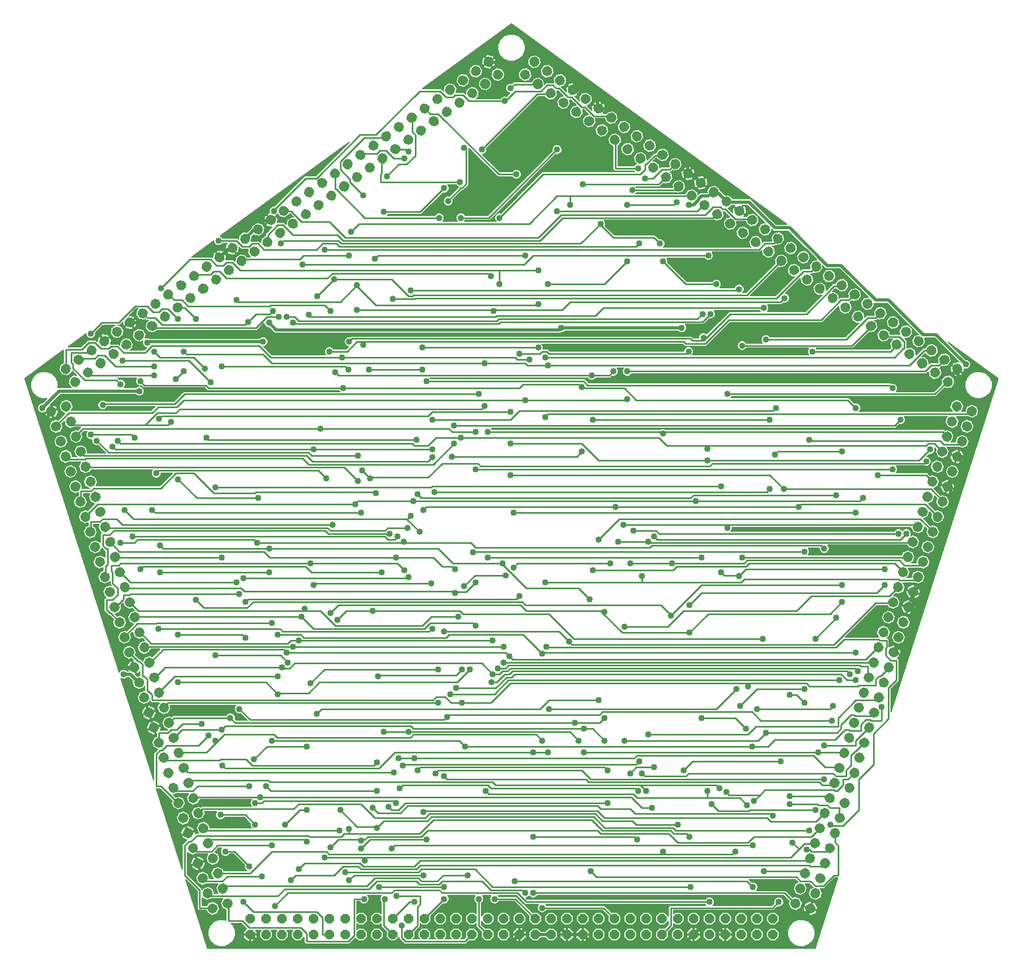
<source format=gbl>
G75*
%MOIN*%
%OFA0B0*%
%FSLAX25Y25*%
%IPPOS*%
%LPD*%
%AMOC8*
5,1,8,0,0,1.08239X$1,22.5*
%
%ADD10OC8,0.06000*%
%ADD11C,0.01200*%
%ADD12C,0.02000*%
%ADD13C,0.04000*%
%ADD14C,0.00600*%
%ADD15C,0.01000*%
D10*
X0176300Y0016300D03*
X0186300Y0016300D03*
X0186300Y0026300D03*
X0176300Y0026300D03*
X0196300Y0026300D03*
X0206300Y0026300D03*
X0206300Y0016300D03*
X0196300Y0016300D03*
X0216300Y0016300D03*
X0226300Y0016300D03*
X0226300Y0026300D03*
X0216300Y0026300D03*
X0236300Y0026300D03*
X0246300Y0026300D03*
X0246300Y0016300D03*
X0236300Y0016300D03*
X0256300Y0016300D03*
X0266300Y0016300D03*
X0266300Y0026300D03*
X0256300Y0026300D03*
X0276300Y0026300D03*
X0286300Y0026300D03*
X0286300Y0016300D03*
X0276300Y0016300D03*
X0296300Y0016300D03*
X0306300Y0016300D03*
X0306300Y0026300D03*
X0296300Y0026300D03*
X0316300Y0026300D03*
X0326300Y0026300D03*
X0326300Y0016300D03*
X0316300Y0016300D03*
X0336300Y0016300D03*
X0346300Y0016300D03*
X0356300Y0016300D03*
X0356300Y0026300D03*
X0346300Y0026300D03*
X0336300Y0026300D03*
X0366300Y0026300D03*
X0376300Y0026300D03*
X0376300Y0016300D03*
X0366300Y0016300D03*
X0386300Y0016300D03*
X0396300Y0016300D03*
X0396300Y0026300D03*
X0386300Y0026300D03*
X0406300Y0026300D03*
X0416300Y0026300D03*
X0416300Y0016300D03*
X0406300Y0016300D03*
X0426300Y0016300D03*
X0436300Y0016300D03*
X0436300Y0026300D03*
X0426300Y0026300D03*
X0446300Y0026300D03*
X0456300Y0026300D03*
X0456300Y0016300D03*
X0446300Y0016300D03*
X0466300Y0016300D03*
X0476300Y0016300D03*
X0476300Y0026300D03*
X0466300Y0026300D03*
X0486300Y0026300D03*
X0496300Y0026300D03*
X0496300Y0016300D03*
X0486300Y0016300D03*
X0506300Y0016300D03*
X0506300Y0026300D03*
D11*
X0521643Y0037296D02*
X0522243Y0037896D01*
X0523146Y0036124D01*
X0522532Y0034235D01*
X0520760Y0033332D01*
X0518871Y0033946D01*
X0517968Y0035718D01*
X0518582Y0037607D01*
X0520354Y0038510D01*
X0522243Y0037896D01*
X0521611Y0037155D01*
X0522175Y0036048D01*
X0521791Y0034867D01*
X0520684Y0034303D01*
X0519503Y0034687D01*
X0518939Y0035794D01*
X0519323Y0036975D01*
X0520430Y0037539D01*
X0521611Y0037155D01*
X0520978Y0036414D01*
X0521204Y0035971D01*
X0521050Y0035500D01*
X0520607Y0035274D01*
X0520136Y0035428D01*
X0519910Y0035871D01*
X0520064Y0036342D01*
X0520507Y0036568D01*
X0520978Y0036414D01*
X0524733Y0046806D02*
X0525333Y0047406D01*
X0526236Y0045634D01*
X0525622Y0043745D01*
X0523850Y0042842D01*
X0521961Y0043456D01*
X0521058Y0045228D01*
X0521672Y0047117D01*
X0523444Y0048020D01*
X0525333Y0047406D01*
X0524701Y0046665D01*
X0525265Y0045558D01*
X0524881Y0044377D01*
X0523774Y0043813D01*
X0522593Y0044197D01*
X0522029Y0045304D01*
X0522413Y0046485D01*
X0523520Y0047049D01*
X0524701Y0046665D01*
X0524068Y0045924D01*
X0524294Y0045481D01*
X0524140Y0045010D01*
X0523697Y0044784D01*
X0523226Y0044938D01*
X0523000Y0045381D01*
X0523154Y0045852D01*
X0523597Y0046078D01*
X0524068Y0045924D01*
X0527823Y0056317D02*
X0528423Y0056917D01*
X0529326Y0055145D01*
X0528712Y0053256D01*
X0526940Y0052353D01*
X0525051Y0052967D01*
X0524148Y0054739D01*
X0524762Y0056628D01*
X0526534Y0057531D01*
X0528423Y0056917D01*
X0527791Y0056176D01*
X0528355Y0055069D01*
X0527971Y0053888D01*
X0526864Y0053324D01*
X0525683Y0053708D01*
X0525119Y0054815D01*
X0525503Y0055996D01*
X0526610Y0056560D01*
X0527791Y0056176D01*
X0527158Y0055435D01*
X0527384Y0054992D01*
X0527230Y0054521D01*
X0526787Y0054295D01*
X0526316Y0054449D01*
X0526090Y0054892D01*
X0526244Y0055363D01*
X0526687Y0055589D01*
X0527158Y0055435D01*
X0530913Y0065827D02*
X0531513Y0066427D01*
X0532416Y0064655D01*
X0531802Y0062766D01*
X0530030Y0061863D01*
X0528141Y0062477D01*
X0527238Y0064249D01*
X0527852Y0066138D01*
X0529624Y0067041D01*
X0531513Y0066427D01*
X0530881Y0065686D01*
X0531445Y0064579D01*
X0531061Y0063398D01*
X0529954Y0062834D01*
X0528773Y0063218D01*
X0528209Y0064325D01*
X0528593Y0065506D01*
X0529700Y0066070D01*
X0530881Y0065686D01*
X0530248Y0064945D01*
X0530474Y0064502D01*
X0530320Y0064031D01*
X0529877Y0063805D01*
X0529406Y0063959D01*
X0529180Y0064402D01*
X0529334Y0064873D01*
X0529777Y0065099D01*
X0530248Y0064945D01*
X0534004Y0075338D02*
X0534604Y0075938D01*
X0535507Y0074166D01*
X0534893Y0072277D01*
X0533121Y0071374D01*
X0531232Y0071988D01*
X0530329Y0073760D01*
X0530943Y0075649D01*
X0532715Y0076552D01*
X0534604Y0075938D01*
X0533972Y0075197D01*
X0534536Y0074090D01*
X0534152Y0072909D01*
X0533045Y0072345D01*
X0531864Y0072729D01*
X0531300Y0073836D01*
X0531684Y0075017D01*
X0532791Y0075581D01*
X0533972Y0075197D01*
X0533339Y0074456D01*
X0533565Y0074013D01*
X0533411Y0073542D01*
X0532968Y0073316D01*
X0532497Y0073470D01*
X0532271Y0073913D01*
X0532425Y0074384D01*
X0532868Y0074610D01*
X0533339Y0074456D01*
X0537094Y0084849D02*
X0537694Y0085449D01*
X0538597Y0083677D01*
X0537983Y0081788D01*
X0536211Y0080885D01*
X0534322Y0081499D01*
X0533419Y0083271D01*
X0534033Y0085160D01*
X0535805Y0086063D01*
X0537694Y0085449D01*
X0537062Y0084708D01*
X0537626Y0083601D01*
X0537242Y0082420D01*
X0536135Y0081856D01*
X0534954Y0082240D01*
X0534390Y0083347D01*
X0534774Y0084528D01*
X0535881Y0085092D01*
X0537062Y0084708D01*
X0536429Y0083967D01*
X0536655Y0083524D01*
X0536501Y0083053D01*
X0536058Y0082827D01*
X0535587Y0082981D01*
X0535361Y0083424D01*
X0535515Y0083895D01*
X0535958Y0084121D01*
X0536429Y0083967D01*
X0540184Y0094359D02*
X0540784Y0094959D01*
X0541687Y0093187D01*
X0541073Y0091298D01*
X0539301Y0090395D01*
X0537412Y0091009D01*
X0536509Y0092781D01*
X0537123Y0094670D01*
X0538895Y0095573D01*
X0540784Y0094959D01*
X0540152Y0094218D01*
X0540716Y0093111D01*
X0540332Y0091930D01*
X0539225Y0091366D01*
X0538044Y0091750D01*
X0537480Y0092857D01*
X0537864Y0094038D01*
X0538971Y0094602D01*
X0540152Y0094218D01*
X0539519Y0093477D01*
X0539745Y0093034D01*
X0539591Y0092563D01*
X0539148Y0092337D01*
X0538677Y0092491D01*
X0538451Y0092934D01*
X0538605Y0093405D01*
X0539048Y0093631D01*
X0539519Y0093477D01*
X0549694Y0091269D02*
X0550294Y0091869D01*
X0551197Y0090097D01*
X0550583Y0088208D01*
X0548811Y0087305D01*
X0546922Y0087919D01*
X0546019Y0089691D01*
X0546633Y0091580D01*
X0548405Y0092483D01*
X0550294Y0091869D01*
X0549662Y0091128D01*
X0550226Y0090021D01*
X0549842Y0088840D01*
X0548735Y0088276D01*
X0547554Y0088660D01*
X0546990Y0089767D01*
X0547374Y0090948D01*
X0548481Y0091512D01*
X0549662Y0091128D01*
X0549029Y0090387D01*
X0549255Y0089944D01*
X0549101Y0089473D01*
X0548658Y0089247D01*
X0548187Y0089401D01*
X0547961Y0089844D01*
X0548115Y0090315D01*
X0548558Y0090541D01*
X0549029Y0090387D01*
X0546604Y0081758D02*
X0547204Y0082358D01*
X0548107Y0080586D01*
X0547493Y0078697D01*
X0545721Y0077794D01*
X0543832Y0078408D01*
X0542929Y0080180D01*
X0543543Y0082069D01*
X0545315Y0082972D01*
X0547204Y0082358D01*
X0546572Y0081617D01*
X0547136Y0080510D01*
X0546752Y0079329D01*
X0545645Y0078765D01*
X0544464Y0079149D01*
X0543900Y0080256D01*
X0544284Y0081437D01*
X0545391Y0082001D01*
X0546572Y0081617D01*
X0545939Y0080876D01*
X0546165Y0080433D01*
X0546011Y0079962D01*
X0545568Y0079736D01*
X0545097Y0079890D01*
X0544871Y0080333D01*
X0545025Y0080804D01*
X0545468Y0081030D01*
X0545939Y0080876D01*
X0543514Y0072248D02*
X0544114Y0072848D01*
X0545017Y0071076D01*
X0544403Y0069187D01*
X0542631Y0068284D01*
X0540742Y0068898D01*
X0539839Y0070670D01*
X0540453Y0072559D01*
X0542225Y0073462D01*
X0544114Y0072848D01*
X0543482Y0072107D01*
X0544046Y0071000D01*
X0543662Y0069819D01*
X0542555Y0069255D01*
X0541374Y0069639D01*
X0540810Y0070746D01*
X0541194Y0071927D01*
X0542301Y0072491D01*
X0543482Y0072107D01*
X0542849Y0071366D01*
X0543075Y0070923D01*
X0542921Y0070452D01*
X0542478Y0070226D01*
X0542007Y0070380D01*
X0541781Y0070823D01*
X0541935Y0071294D01*
X0542378Y0071520D01*
X0542849Y0071366D01*
X0540424Y0062737D02*
X0541024Y0063337D01*
X0541927Y0061565D01*
X0541313Y0059676D01*
X0539541Y0058773D01*
X0537652Y0059387D01*
X0536749Y0061159D01*
X0537363Y0063048D01*
X0539135Y0063951D01*
X0541024Y0063337D01*
X0540392Y0062596D01*
X0540956Y0061489D01*
X0540572Y0060308D01*
X0539465Y0059744D01*
X0538284Y0060128D01*
X0537720Y0061235D01*
X0538104Y0062416D01*
X0539211Y0062980D01*
X0540392Y0062596D01*
X0539759Y0061855D01*
X0539985Y0061412D01*
X0539831Y0060941D01*
X0539388Y0060715D01*
X0538917Y0060869D01*
X0538691Y0061312D01*
X0538845Y0061783D01*
X0539288Y0062009D01*
X0539759Y0061855D01*
X0537334Y0053227D02*
X0537934Y0053827D01*
X0538837Y0052055D01*
X0538223Y0050166D01*
X0536451Y0049263D01*
X0534562Y0049877D01*
X0533659Y0051649D01*
X0534273Y0053538D01*
X0536045Y0054441D01*
X0537934Y0053827D01*
X0537302Y0053086D01*
X0537866Y0051979D01*
X0537482Y0050798D01*
X0536375Y0050234D01*
X0535194Y0050618D01*
X0534630Y0051725D01*
X0535014Y0052906D01*
X0536121Y0053470D01*
X0537302Y0053086D01*
X0536669Y0052345D01*
X0536895Y0051902D01*
X0536741Y0051431D01*
X0536298Y0051205D01*
X0535827Y0051359D01*
X0535601Y0051802D01*
X0535755Y0052273D01*
X0536198Y0052499D01*
X0536669Y0052345D01*
X0534244Y0043716D02*
X0534844Y0044316D01*
X0535747Y0042544D01*
X0535133Y0040655D01*
X0533361Y0039752D01*
X0531472Y0040366D01*
X0530569Y0042138D01*
X0531183Y0044027D01*
X0532955Y0044930D01*
X0534844Y0044316D01*
X0534212Y0043575D01*
X0534776Y0042468D01*
X0534392Y0041287D01*
X0533285Y0040723D01*
X0532104Y0041107D01*
X0531540Y0042214D01*
X0531924Y0043395D01*
X0533031Y0043959D01*
X0534212Y0043575D01*
X0533579Y0042834D01*
X0533805Y0042391D01*
X0533651Y0041920D01*
X0533208Y0041694D01*
X0532737Y0041848D01*
X0532511Y0042291D01*
X0532665Y0042762D01*
X0533108Y0042988D01*
X0533579Y0042834D01*
X0531153Y0034206D02*
X0531753Y0034806D01*
X0532656Y0033034D01*
X0532042Y0031145D01*
X0530270Y0030242D01*
X0528381Y0030856D01*
X0527478Y0032628D01*
X0528092Y0034517D01*
X0529864Y0035420D01*
X0531753Y0034806D01*
X0531121Y0034065D01*
X0531685Y0032958D01*
X0531301Y0031777D01*
X0530194Y0031213D01*
X0529013Y0031597D01*
X0528449Y0032704D01*
X0528833Y0033885D01*
X0529940Y0034449D01*
X0531121Y0034065D01*
X0530488Y0033324D01*
X0530714Y0032881D01*
X0530560Y0032410D01*
X0530117Y0032184D01*
X0529646Y0032338D01*
X0529420Y0032781D01*
X0529574Y0033252D01*
X0530017Y0033478D01*
X0530488Y0033324D01*
X0552785Y0100780D02*
X0553385Y0101380D01*
X0554288Y0099608D01*
X0553674Y0097719D01*
X0551902Y0096816D01*
X0550013Y0097430D01*
X0549110Y0099202D01*
X0549724Y0101091D01*
X0551496Y0101994D01*
X0553385Y0101380D01*
X0552753Y0100639D01*
X0553317Y0099532D01*
X0552933Y0098351D01*
X0551826Y0097787D01*
X0550645Y0098171D01*
X0550081Y0099278D01*
X0550465Y0100459D01*
X0551572Y0101023D01*
X0552753Y0100639D01*
X0552120Y0099898D01*
X0552346Y0099455D01*
X0552192Y0098984D01*
X0551749Y0098758D01*
X0551278Y0098912D01*
X0551052Y0099355D01*
X0551206Y0099826D01*
X0551649Y0100052D01*
X0552120Y0099898D01*
X0555875Y0110290D02*
X0556475Y0110890D01*
X0557378Y0109118D01*
X0556764Y0107229D01*
X0554992Y0106326D01*
X0553103Y0106940D01*
X0552200Y0108712D01*
X0552814Y0110601D01*
X0554586Y0111504D01*
X0556475Y0110890D01*
X0555843Y0110149D01*
X0556407Y0109042D01*
X0556023Y0107861D01*
X0554916Y0107297D01*
X0553735Y0107681D01*
X0553171Y0108788D01*
X0553555Y0109969D01*
X0554662Y0110533D01*
X0555843Y0110149D01*
X0555210Y0109408D01*
X0555436Y0108965D01*
X0555282Y0108494D01*
X0554839Y0108268D01*
X0554368Y0108422D01*
X0554142Y0108865D01*
X0554296Y0109336D01*
X0554739Y0109562D01*
X0555210Y0109408D01*
X0558965Y0119801D02*
X0559565Y0120401D01*
X0560468Y0118629D01*
X0559854Y0116740D01*
X0558082Y0115837D01*
X0556193Y0116451D01*
X0555290Y0118223D01*
X0555904Y0120112D01*
X0557676Y0121015D01*
X0559565Y0120401D01*
X0558933Y0119660D01*
X0559497Y0118553D01*
X0559113Y0117372D01*
X0558006Y0116808D01*
X0556825Y0117192D01*
X0556261Y0118299D01*
X0556645Y0119480D01*
X0557752Y0120044D01*
X0558933Y0119660D01*
X0558300Y0118919D01*
X0558526Y0118476D01*
X0558372Y0118005D01*
X0557929Y0117779D01*
X0557458Y0117933D01*
X0557232Y0118376D01*
X0557386Y0118847D01*
X0557829Y0119073D01*
X0558300Y0118919D01*
X0562055Y0129311D02*
X0562655Y0129911D01*
X0563558Y0128139D01*
X0562944Y0126250D01*
X0561172Y0125347D01*
X0559283Y0125961D01*
X0558380Y0127733D01*
X0558994Y0129622D01*
X0560766Y0130525D01*
X0562655Y0129911D01*
X0562023Y0129170D01*
X0562587Y0128063D01*
X0562203Y0126882D01*
X0561096Y0126318D01*
X0559915Y0126702D01*
X0559351Y0127809D01*
X0559735Y0128990D01*
X0560842Y0129554D01*
X0562023Y0129170D01*
X0561390Y0128429D01*
X0561616Y0127986D01*
X0561462Y0127515D01*
X0561019Y0127289D01*
X0560548Y0127443D01*
X0560322Y0127886D01*
X0560476Y0128357D01*
X0560919Y0128583D01*
X0561390Y0128429D01*
X0565145Y0138822D02*
X0565745Y0139422D01*
X0566648Y0137650D01*
X0566034Y0135761D01*
X0564262Y0134858D01*
X0562373Y0135472D01*
X0561470Y0137244D01*
X0562084Y0139133D01*
X0563856Y0140036D01*
X0565745Y0139422D01*
X0565113Y0138681D01*
X0565677Y0137574D01*
X0565293Y0136393D01*
X0564186Y0135829D01*
X0563005Y0136213D01*
X0562441Y0137320D01*
X0562825Y0138501D01*
X0563932Y0139065D01*
X0565113Y0138681D01*
X0564480Y0137940D01*
X0564706Y0137497D01*
X0564552Y0137026D01*
X0564109Y0136800D01*
X0563638Y0136954D01*
X0563412Y0137397D01*
X0563566Y0137868D01*
X0564009Y0138094D01*
X0564480Y0137940D01*
X0555635Y0141912D02*
X0556235Y0142512D01*
X0557138Y0140740D01*
X0556524Y0138851D01*
X0554752Y0137948D01*
X0552863Y0138562D01*
X0551960Y0140334D01*
X0552574Y0142223D01*
X0554346Y0143126D01*
X0556235Y0142512D01*
X0555603Y0141771D01*
X0556167Y0140664D01*
X0555783Y0139483D01*
X0554676Y0138919D01*
X0553495Y0139303D01*
X0552931Y0140410D01*
X0553315Y0141591D01*
X0554422Y0142155D01*
X0555603Y0141771D01*
X0554970Y0141030D01*
X0555196Y0140587D01*
X0555042Y0140116D01*
X0554599Y0139890D01*
X0554128Y0140044D01*
X0553902Y0140487D01*
X0554056Y0140958D01*
X0554499Y0141184D01*
X0554970Y0141030D01*
X0558725Y0151423D02*
X0559325Y0152023D01*
X0560228Y0150251D01*
X0559614Y0148362D01*
X0557842Y0147459D01*
X0555953Y0148073D01*
X0555050Y0149845D01*
X0555664Y0151734D01*
X0557436Y0152637D01*
X0559325Y0152023D01*
X0558693Y0151282D01*
X0559257Y0150175D01*
X0558873Y0148994D01*
X0557766Y0148430D01*
X0556585Y0148814D01*
X0556021Y0149921D01*
X0556405Y0151102D01*
X0557512Y0151666D01*
X0558693Y0151282D01*
X0558060Y0150541D01*
X0558286Y0150098D01*
X0558132Y0149627D01*
X0557689Y0149401D01*
X0557218Y0149555D01*
X0556992Y0149998D01*
X0557146Y0150469D01*
X0557589Y0150695D01*
X0558060Y0150541D01*
X0561815Y0160933D02*
X0562415Y0161533D01*
X0563318Y0159761D01*
X0562704Y0157872D01*
X0560932Y0156969D01*
X0559043Y0157583D01*
X0558140Y0159355D01*
X0558754Y0161244D01*
X0560526Y0162147D01*
X0562415Y0161533D01*
X0561783Y0160792D01*
X0562347Y0159685D01*
X0561963Y0158504D01*
X0560856Y0157940D01*
X0559675Y0158324D01*
X0559111Y0159431D01*
X0559495Y0160612D01*
X0560602Y0161176D01*
X0561783Y0160792D01*
X0561150Y0160051D01*
X0561376Y0159608D01*
X0561222Y0159137D01*
X0560779Y0158911D01*
X0560308Y0159065D01*
X0560082Y0159508D01*
X0560236Y0159979D01*
X0560679Y0160205D01*
X0561150Y0160051D01*
X0571326Y0157843D02*
X0571926Y0158443D01*
X0572829Y0156671D01*
X0572215Y0154782D01*
X0570443Y0153879D01*
X0568554Y0154493D01*
X0567651Y0156265D01*
X0568265Y0158154D01*
X0570037Y0159057D01*
X0571926Y0158443D01*
X0571294Y0157702D01*
X0571858Y0156595D01*
X0571474Y0155414D01*
X0570367Y0154850D01*
X0569186Y0155234D01*
X0568622Y0156341D01*
X0569006Y0157522D01*
X0570113Y0158086D01*
X0571294Y0157702D01*
X0570661Y0156961D01*
X0570887Y0156518D01*
X0570733Y0156047D01*
X0570290Y0155821D01*
X0569819Y0155975D01*
X0569593Y0156418D01*
X0569747Y0156889D01*
X0570190Y0157115D01*
X0570661Y0156961D01*
X0574416Y0167353D02*
X0575016Y0167953D01*
X0575919Y0166181D01*
X0575305Y0164292D01*
X0573533Y0163389D01*
X0571644Y0164003D01*
X0570741Y0165775D01*
X0571355Y0167664D01*
X0573127Y0168567D01*
X0575016Y0167953D01*
X0574384Y0167212D01*
X0574948Y0166105D01*
X0574564Y0164924D01*
X0573457Y0164360D01*
X0572276Y0164744D01*
X0571712Y0165851D01*
X0572096Y0167032D01*
X0573203Y0167596D01*
X0574384Y0167212D01*
X0573751Y0166471D01*
X0573977Y0166028D01*
X0573823Y0165557D01*
X0573380Y0165331D01*
X0572909Y0165485D01*
X0572683Y0165928D01*
X0572837Y0166399D01*
X0573280Y0166625D01*
X0573751Y0166471D01*
X0577506Y0176864D02*
X0578106Y0177464D01*
X0579009Y0175692D01*
X0578395Y0173803D01*
X0576623Y0172900D01*
X0574734Y0173514D01*
X0573831Y0175286D01*
X0574445Y0177175D01*
X0576217Y0178078D01*
X0578106Y0177464D01*
X0577474Y0176723D01*
X0578038Y0175616D01*
X0577654Y0174435D01*
X0576547Y0173871D01*
X0575366Y0174255D01*
X0574802Y0175362D01*
X0575186Y0176543D01*
X0576293Y0177107D01*
X0577474Y0176723D01*
X0576841Y0175982D01*
X0577067Y0175539D01*
X0576913Y0175068D01*
X0576470Y0174842D01*
X0575999Y0174996D01*
X0575773Y0175439D01*
X0575927Y0175910D01*
X0576370Y0176136D01*
X0576841Y0175982D01*
X0580596Y0186375D02*
X0581196Y0186975D01*
X0582099Y0185203D01*
X0581485Y0183314D01*
X0579713Y0182411D01*
X0577824Y0183025D01*
X0576921Y0184797D01*
X0577535Y0186686D01*
X0579307Y0187589D01*
X0581196Y0186975D01*
X0580564Y0186234D01*
X0581128Y0185127D01*
X0580744Y0183946D01*
X0579637Y0183382D01*
X0578456Y0183766D01*
X0577892Y0184873D01*
X0578276Y0186054D01*
X0579383Y0186618D01*
X0580564Y0186234D01*
X0579931Y0185493D01*
X0580157Y0185050D01*
X0580003Y0184579D01*
X0579560Y0184353D01*
X0579089Y0184507D01*
X0578863Y0184950D01*
X0579017Y0185421D01*
X0579460Y0185647D01*
X0579931Y0185493D01*
X0583686Y0195885D02*
X0584286Y0196485D01*
X0585189Y0194713D01*
X0584575Y0192824D01*
X0582803Y0191921D01*
X0580914Y0192535D01*
X0580011Y0194307D01*
X0580625Y0196196D01*
X0582397Y0197099D01*
X0584286Y0196485D01*
X0583654Y0195744D01*
X0584218Y0194637D01*
X0583834Y0193456D01*
X0582727Y0192892D01*
X0581546Y0193276D01*
X0580982Y0194383D01*
X0581366Y0195564D01*
X0582473Y0196128D01*
X0583654Y0195744D01*
X0583021Y0195003D01*
X0583247Y0194560D01*
X0583093Y0194089D01*
X0582650Y0193863D01*
X0582179Y0194017D01*
X0581953Y0194460D01*
X0582107Y0194931D01*
X0582550Y0195157D01*
X0583021Y0195003D01*
X0586777Y0205396D02*
X0587377Y0205996D01*
X0588280Y0204224D01*
X0587666Y0202335D01*
X0585894Y0201432D01*
X0584005Y0202046D01*
X0583102Y0203818D01*
X0583716Y0205707D01*
X0585488Y0206610D01*
X0587377Y0205996D01*
X0586745Y0205255D01*
X0587309Y0204148D01*
X0586925Y0202967D01*
X0585818Y0202403D01*
X0584637Y0202787D01*
X0584073Y0203894D01*
X0584457Y0205075D01*
X0585564Y0205639D01*
X0586745Y0205255D01*
X0586112Y0204514D01*
X0586338Y0204071D01*
X0586184Y0203600D01*
X0585741Y0203374D01*
X0585270Y0203528D01*
X0585044Y0203971D01*
X0585198Y0204442D01*
X0585641Y0204668D01*
X0586112Y0204514D01*
X0589867Y0214906D02*
X0590467Y0215506D01*
X0591370Y0213734D01*
X0590756Y0211845D01*
X0588984Y0210942D01*
X0587095Y0211556D01*
X0586192Y0213328D01*
X0586806Y0215217D01*
X0588578Y0216120D01*
X0590467Y0215506D01*
X0589835Y0214765D01*
X0590399Y0213658D01*
X0590015Y0212477D01*
X0588908Y0211913D01*
X0587727Y0212297D01*
X0587163Y0213404D01*
X0587547Y0214585D01*
X0588654Y0215149D01*
X0589835Y0214765D01*
X0589202Y0214024D01*
X0589428Y0213581D01*
X0589274Y0213110D01*
X0588831Y0212884D01*
X0588360Y0213038D01*
X0588134Y0213481D01*
X0588288Y0213952D01*
X0588731Y0214178D01*
X0589202Y0214024D01*
X0580356Y0217996D02*
X0580956Y0218596D01*
X0581859Y0216824D01*
X0581245Y0214935D01*
X0579473Y0214032D01*
X0577584Y0214646D01*
X0576681Y0216418D01*
X0577295Y0218307D01*
X0579067Y0219210D01*
X0580956Y0218596D01*
X0580324Y0217855D01*
X0580888Y0216748D01*
X0580504Y0215567D01*
X0579397Y0215003D01*
X0578216Y0215387D01*
X0577652Y0216494D01*
X0578036Y0217675D01*
X0579143Y0218239D01*
X0580324Y0217855D01*
X0579691Y0217114D01*
X0579917Y0216671D01*
X0579763Y0216200D01*
X0579320Y0215974D01*
X0578849Y0216128D01*
X0578623Y0216571D01*
X0578777Y0217042D01*
X0579220Y0217268D01*
X0579691Y0217114D01*
X0583446Y0227507D02*
X0584046Y0228107D01*
X0584949Y0226335D01*
X0584335Y0224446D01*
X0582563Y0223543D01*
X0580674Y0224157D01*
X0579771Y0225929D01*
X0580385Y0227818D01*
X0582157Y0228721D01*
X0584046Y0228107D01*
X0583414Y0227366D01*
X0583978Y0226259D01*
X0583594Y0225078D01*
X0582487Y0224514D01*
X0581306Y0224898D01*
X0580742Y0226005D01*
X0581126Y0227186D01*
X0582233Y0227750D01*
X0583414Y0227366D01*
X0582781Y0226625D01*
X0583007Y0226182D01*
X0582853Y0225711D01*
X0582410Y0225485D01*
X0581939Y0225639D01*
X0581713Y0226082D01*
X0581867Y0226553D01*
X0582310Y0226779D01*
X0582781Y0226625D01*
X0592957Y0224417D02*
X0593557Y0225017D01*
X0594460Y0223245D01*
X0593846Y0221356D01*
X0592074Y0220453D01*
X0590185Y0221067D01*
X0589282Y0222839D01*
X0589896Y0224728D01*
X0591668Y0225631D01*
X0593557Y0225017D01*
X0592925Y0224276D01*
X0593489Y0223169D01*
X0593105Y0221988D01*
X0591998Y0221424D01*
X0590817Y0221808D01*
X0590253Y0222915D01*
X0590637Y0224096D01*
X0591744Y0224660D01*
X0592925Y0224276D01*
X0592292Y0223535D01*
X0592518Y0223092D01*
X0592364Y0222621D01*
X0591921Y0222395D01*
X0591450Y0222549D01*
X0591224Y0222992D01*
X0591378Y0223463D01*
X0591821Y0223689D01*
X0592292Y0223535D01*
X0596047Y0233927D02*
X0596647Y0234527D01*
X0597550Y0232755D01*
X0596936Y0230866D01*
X0595164Y0229963D01*
X0593275Y0230577D01*
X0592372Y0232349D01*
X0592986Y0234238D01*
X0594758Y0235141D01*
X0596647Y0234527D01*
X0596015Y0233786D01*
X0596579Y0232679D01*
X0596195Y0231498D01*
X0595088Y0230934D01*
X0593907Y0231318D01*
X0593343Y0232425D01*
X0593727Y0233606D01*
X0594834Y0234170D01*
X0596015Y0233786D01*
X0595382Y0233045D01*
X0595608Y0232602D01*
X0595454Y0232131D01*
X0595011Y0231905D01*
X0594540Y0232059D01*
X0594314Y0232502D01*
X0594468Y0232973D01*
X0594911Y0233199D01*
X0595382Y0233045D01*
X0586536Y0237018D02*
X0587136Y0237618D01*
X0588039Y0235846D01*
X0587425Y0233957D01*
X0585653Y0233054D01*
X0583764Y0233668D01*
X0582861Y0235440D01*
X0583475Y0237329D01*
X0585247Y0238232D01*
X0587136Y0237618D01*
X0586504Y0236877D01*
X0587068Y0235770D01*
X0586684Y0234589D01*
X0585577Y0234025D01*
X0584396Y0234409D01*
X0583832Y0235516D01*
X0584216Y0236697D01*
X0585323Y0237261D01*
X0586504Y0236877D01*
X0585871Y0236136D01*
X0586097Y0235693D01*
X0585943Y0235222D01*
X0585500Y0234996D01*
X0585029Y0235150D01*
X0584803Y0235593D01*
X0584957Y0236064D01*
X0585400Y0236290D01*
X0585871Y0236136D01*
X0589627Y0246528D02*
X0590227Y0247128D01*
X0591130Y0245356D01*
X0590516Y0243467D01*
X0588744Y0242564D01*
X0586855Y0243178D01*
X0585952Y0244950D01*
X0586566Y0246839D01*
X0588338Y0247742D01*
X0590227Y0247128D01*
X0589595Y0246387D01*
X0590159Y0245280D01*
X0589775Y0244099D01*
X0588668Y0243535D01*
X0587487Y0243919D01*
X0586923Y0245026D01*
X0587307Y0246207D01*
X0588414Y0246771D01*
X0589595Y0246387D01*
X0588962Y0245646D01*
X0589188Y0245203D01*
X0589034Y0244732D01*
X0588591Y0244506D01*
X0588120Y0244660D01*
X0587894Y0245103D01*
X0588048Y0245574D01*
X0588491Y0245800D01*
X0588962Y0245646D01*
X0599137Y0243438D02*
X0599737Y0244038D01*
X0600640Y0242266D01*
X0600026Y0240377D01*
X0598254Y0239474D01*
X0596365Y0240088D01*
X0595462Y0241860D01*
X0596076Y0243749D01*
X0597848Y0244652D01*
X0599737Y0244038D01*
X0599105Y0243297D01*
X0599669Y0242190D01*
X0599285Y0241009D01*
X0598178Y0240445D01*
X0596997Y0240829D01*
X0596433Y0241936D01*
X0596817Y0243117D01*
X0597924Y0243681D01*
X0599105Y0243297D01*
X0598472Y0242556D01*
X0598698Y0242113D01*
X0598544Y0241642D01*
X0598101Y0241416D01*
X0597630Y0241570D01*
X0597404Y0242013D01*
X0597558Y0242484D01*
X0598001Y0242710D01*
X0598472Y0242556D01*
X0602227Y0252949D02*
X0602827Y0253549D01*
X0603730Y0251777D01*
X0603116Y0249888D01*
X0601344Y0248985D01*
X0599455Y0249599D01*
X0598552Y0251371D01*
X0599166Y0253260D01*
X0600938Y0254163D01*
X0602827Y0253549D01*
X0602195Y0252808D01*
X0602759Y0251701D01*
X0602375Y0250520D01*
X0601268Y0249956D01*
X0600087Y0250340D01*
X0599523Y0251447D01*
X0599907Y0252628D01*
X0601014Y0253192D01*
X0602195Y0252808D01*
X0601562Y0252067D01*
X0601788Y0251624D01*
X0601634Y0251153D01*
X0601191Y0250927D01*
X0600720Y0251081D01*
X0600494Y0251524D01*
X0600648Y0251995D01*
X0601091Y0252221D01*
X0601562Y0252067D01*
X0605318Y0262459D02*
X0605918Y0263059D01*
X0606821Y0261287D01*
X0606207Y0259398D01*
X0604435Y0258495D01*
X0602546Y0259109D01*
X0601643Y0260881D01*
X0602257Y0262770D01*
X0604029Y0263673D01*
X0605918Y0263059D01*
X0605286Y0262318D01*
X0605850Y0261211D01*
X0605466Y0260030D01*
X0604359Y0259466D01*
X0603178Y0259850D01*
X0602614Y0260957D01*
X0602998Y0262138D01*
X0604105Y0262702D01*
X0605286Y0262318D01*
X0604653Y0261577D01*
X0604879Y0261134D01*
X0604725Y0260663D01*
X0604282Y0260437D01*
X0603811Y0260591D01*
X0603585Y0261034D01*
X0603739Y0261505D01*
X0604182Y0261731D01*
X0604653Y0261577D01*
X0608408Y0271970D02*
X0609008Y0272570D01*
X0609911Y0270798D01*
X0609297Y0268909D01*
X0607525Y0268006D01*
X0605636Y0268620D01*
X0604733Y0270392D01*
X0605347Y0272281D01*
X0607119Y0273184D01*
X0609008Y0272570D01*
X0608376Y0271829D01*
X0608940Y0270722D01*
X0608556Y0269541D01*
X0607449Y0268977D01*
X0606268Y0269361D01*
X0605704Y0270468D01*
X0606088Y0271649D01*
X0607195Y0272213D01*
X0608376Y0271829D01*
X0607743Y0271088D01*
X0607969Y0270645D01*
X0607815Y0270174D01*
X0607372Y0269948D01*
X0606901Y0270102D01*
X0606675Y0270545D01*
X0606829Y0271016D01*
X0607272Y0271242D01*
X0607743Y0271088D01*
X0611498Y0281480D02*
X0612098Y0282080D01*
X0613001Y0280308D01*
X0612387Y0278419D01*
X0610615Y0277516D01*
X0608726Y0278130D01*
X0607823Y0279902D01*
X0608437Y0281791D01*
X0610209Y0282694D01*
X0612098Y0282080D01*
X0611466Y0281339D01*
X0612030Y0280232D01*
X0611646Y0279051D01*
X0610539Y0278487D01*
X0609358Y0278871D01*
X0608794Y0279978D01*
X0609178Y0281159D01*
X0610285Y0281723D01*
X0611466Y0281339D01*
X0610833Y0280598D01*
X0611059Y0280155D01*
X0610905Y0279684D01*
X0610462Y0279458D01*
X0609991Y0279612D01*
X0609765Y0280055D01*
X0609919Y0280526D01*
X0610362Y0280752D01*
X0610833Y0280598D01*
X0601987Y0284570D02*
X0602587Y0285170D01*
X0603490Y0283398D01*
X0602876Y0281509D01*
X0601104Y0280606D01*
X0599215Y0281220D01*
X0598312Y0282992D01*
X0598926Y0284881D01*
X0600698Y0285784D01*
X0602587Y0285170D01*
X0601955Y0284429D01*
X0602519Y0283322D01*
X0602135Y0282141D01*
X0601028Y0281577D01*
X0599847Y0281961D01*
X0599283Y0283068D01*
X0599667Y0284249D01*
X0600774Y0284813D01*
X0601955Y0284429D01*
X0601322Y0283688D01*
X0601548Y0283245D01*
X0601394Y0282774D01*
X0600951Y0282548D01*
X0600480Y0282702D01*
X0600254Y0283145D01*
X0600408Y0283616D01*
X0600851Y0283842D01*
X0601322Y0283688D01*
X0605077Y0294081D02*
X0605677Y0294681D01*
X0606580Y0292909D01*
X0605966Y0291020D01*
X0604194Y0290117D01*
X0602305Y0290731D01*
X0601402Y0292503D01*
X0602016Y0294392D01*
X0603788Y0295295D01*
X0605677Y0294681D01*
X0605045Y0293940D01*
X0605609Y0292833D01*
X0605225Y0291652D01*
X0604118Y0291088D01*
X0602937Y0291472D01*
X0602373Y0292579D01*
X0602757Y0293760D01*
X0603864Y0294324D01*
X0605045Y0293940D01*
X0604412Y0293199D01*
X0604638Y0292756D01*
X0604484Y0292285D01*
X0604041Y0292059D01*
X0603570Y0292213D01*
X0603344Y0292656D01*
X0603498Y0293127D01*
X0603941Y0293353D01*
X0604412Y0293199D01*
X0608168Y0303592D02*
X0608768Y0304192D01*
X0609671Y0302420D01*
X0609057Y0300531D01*
X0607285Y0299628D01*
X0605396Y0300242D01*
X0604493Y0302014D01*
X0605107Y0303903D01*
X0606879Y0304806D01*
X0608768Y0304192D01*
X0608136Y0303451D01*
X0608700Y0302344D01*
X0608316Y0301163D01*
X0607209Y0300599D01*
X0606028Y0300983D01*
X0605464Y0302090D01*
X0605848Y0303271D01*
X0606955Y0303835D01*
X0608136Y0303451D01*
X0607503Y0302710D01*
X0607729Y0302267D01*
X0607575Y0301796D01*
X0607132Y0301570D01*
X0606661Y0301724D01*
X0606435Y0302167D01*
X0606589Y0302638D01*
X0607032Y0302864D01*
X0607503Y0302710D01*
X0611258Y0313102D02*
X0611858Y0313702D01*
X0612761Y0311930D01*
X0612147Y0310041D01*
X0610375Y0309138D01*
X0608486Y0309752D01*
X0607583Y0311524D01*
X0608197Y0313413D01*
X0609969Y0314316D01*
X0611858Y0313702D01*
X0611226Y0312961D01*
X0611790Y0311854D01*
X0611406Y0310673D01*
X0610299Y0310109D01*
X0609118Y0310493D01*
X0608554Y0311600D01*
X0608938Y0312781D01*
X0610045Y0313345D01*
X0611226Y0312961D01*
X0610593Y0312220D01*
X0610819Y0311777D01*
X0610665Y0311306D01*
X0610222Y0311080D01*
X0609751Y0311234D01*
X0609525Y0311677D01*
X0609679Y0312148D01*
X0610122Y0312374D01*
X0610593Y0312220D01*
X0614348Y0322613D02*
X0614948Y0323213D01*
X0615851Y0321441D01*
X0615237Y0319552D01*
X0613465Y0318649D01*
X0611576Y0319263D01*
X0610673Y0321035D01*
X0611287Y0322924D01*
X0613059Y0323827D01*
X0614948Y0323213D01*
X0614316Y0322472D01*
X0614880Y0321365D01*
X0614496Y0320184D01*
X0613389Y0319620D01*
X0612208Y0320004D01*
X0611644Y0321111D01*
X0612028Y0322292D01*
X0613135Y0322856D01*
X0614316Y0322472D01*
X0613683Y0321731D01*
X0613909Y0321288D01*
X0613755Y0320817D01*
X0613312Y0320591D01*
X0612841Y0320745D01*
X0612615Y0321188D01*
X0612769Y0321659D01*
X0613212Y0321885D01*
X0613683Y0321731D01*
X0617438Y0332123D02*
X0618038Y0332723D01*
X0618941Y0330951D01*
X0618327Y0329062D01*
X0616555Y0328159D01*
X0614666Y0328773D01*
X0613763Y0330545D01*
X0614377Y0332434D01*
X0616149Y0333337D01*
X0618038Y0332723D01*
X0617406Y0331982D01*
X0617970Y0330875D01*
X0617586Y0329694D01*
X0616479Y0329130D01*
X0615298Y0329514D01*
X0614734Y0330621D01*
X0615118Y0331802D01*
X0616225Y0332366D01*
X0617406Y0331982D01*
X0616773Y0331241D01*
X0616999Y0330798D01*
X0616845Y0330327D01*
X0616402Y0330101D01*
X0615931Y0330255D01*
X0615705Y0330698D01*
X0615859Y0331169D01*
X0616302Y0331395D01*
X0616773Y0331241D01*
X0620528Y0341634D02*
X0621128Y0342234D01*
X0622031Y0340462D01*
X0621417Y0338573D01*
X0619645Y0337670D01*
X0617756Y0338284D01*
X0616853Y0340056D01*
X0617467Y0341945D01*
X0619239Y0342848D01*
X0621128Y0342234D01*
X0620496Y0341493D01*
X0621060Y0340386D01*
X0620676Y0339205D01*
X0619569Y0338641D01*
X0618388Y0339025D01*
X0617824Y0340132D01*
X0618208Y0341313D01*
X0619315Y0341877D01*
X0620496Y0341493D01*
X0619863Y0340752D01*
X0620089Y0340309D01*
X0619935Y0339838D01*
X0619492Y0339612D01*
X0619021Y0339766D01*
X0618795Y0340209D01*
X0618949Y0340680D01*
X0619392Y0340906D01*
X0619863Y0340752D01*
X0630039Y0338544D02*
X0630639Y0339144D01*
X0631542Y0337372D01*
X0630928Y0335483D01*
X0629156Y0334580D01*
X0627267Y0335194D01*
X0626364Y0336966D01*
X0626978Y0338855D01*
X0628750Y0339758D01*
X0630639Y0339144D01*
X0630007Y0338403D01*
X0630571Y0337296D01*
X0630187Y0336115D01*
X0629080Y0335551D01*
X0627899Y0335935D01*
X0627335Y0337042D01*
X0627719Y0338223D01*
X0628826Y0338787D01*
X0630007Y0338403D01*
X0629374Y0337662D01*
X0629600Y0337219D01*
X0629446Y0336748D01*
X0629003Y0336522D01*
X0628532Y0336676D01*
X0628306Y0337119D01*
X0628460Y0337590D01*
X0628903Y0337816D01*
X0629374Y0337662D01*
X0633129Y0348054D02*
X0633729Y0348654D01*
X0634632Y0346882D01*
X0634018Y0344993D01*
X0632246Y0344090D01*
X0630357Y0344704D01*
X0629454Y0346476D01*
X0630068Y0348365D01*
X0631840Y0349268D01*
X0633729Y0348654D01*
X0633097Y0347913D01*
X0633661Y0346806D01*
X0633277Y0345625D01*
X0632170Y0345061D01*
X0630989Y0345445D01*
X0630425Y0346552D01*
X0630809Y0347733D01*
X0631916Y0348297D01*
X0633097Y0347913D01*
X0632464Y0347172D01*
X0632690Y0346729D01*
X0632536Y0346258D01*
X0632093Y0346032D01*
X0631622Y0346186D01*
X0631396Y0346629D01*
X0631550Y0347100D01*
X0631993Y0347326D01*
X0632464Y0347172D01*
X0623619Y0351144D02*
X0624219Y0351744D01*
X0625122Y0349972D01*
X0624508Y0348083D01*
X0622736Y0347180D01*
X0620847Y0347794D01*
X0619944Y0349566D01*
X0620558Y0351455D01*
X0622330Y0352358D01*
X0624219Y0351744D01*
X0623587Y0351003D01*
X0624151Y0349896D01*
X0623767Y0348715D01*
X0622660Y0348151D01*
X0621479Y0348535D01*
X0620915Y0349642D01*
X0621299Y0350823D01*
X0622406Y0351387D01*
X0623587Y0351003D01*
X0622954Y0350262D01*
X0623180Y0349819D01*
X0623026Y0349348D01*
X0622583Y0349122D01*
X0622112Y0349276D01*
X0621886Y0349719D01*
X0622040Y0350190D01*
X0622483Y0350416D01*
X0622954Y0350262D01*
X0616092Y0366884D02*
X0615492Y0367484D01*
X0617455Y0367795D01*
X0619063Y0366627D01*
X0619374Y0364664D01*
X0618206Y0363056D01*
X0616243Y0362745D01*
X0614635Y0363913D01*
X0614324Y0365876D01*
X0615492Y0367484D01*
X0616001Y0366654D01*
X0617228Y0366848D01*
X0618233Y0366118D01*
X0618427Y0364891D01*
X0617697Y0363886D01*
X0616470Y0363692D01*
X0615465Y0364422D01*
X0615271Y0365649D01*
X0616001Y0366654D01*
X0616510Y0365823D01*
X0617001Y0365901D01*
X0617402Y0365609D01*
X0617480Y0365118D01*
X0617188Y0364717D01*
X0616697Y0364639D01*
X0616296Y0364931D01*
X0616218Y0365422D01*
X0616510Y0365823D01*
X0608002Y0372762D02*
X0607402Y0373362D01*
X0609365Y0373673D01*
X0610973Y0372505D01*
X0611284Y0370542D01*
X0610116Y0368934D01*
X0608153Y0368623D01*
X0606545Y0369791D01*
X0606234Y0371754D01*
X0607402Y0373362D01*
X0607911Y0372532D01*
X0609138Y0372726D01*
X0610143Y0371996D01*
X0610337Y0370769D01*
X0609607Y0369764D01*
X0608380Y0369570D01*
X0607375Y0370300D01*
X0607181Y0371527D01*
X0607911Y0372532D01*
X0608420Y0371701D01*
X0608911Y0371779D01*
X0609312Y0371487D01*
X0609390Y0370996D01*
X0609098Y0370595D01*
X0608607Y0370517D01*
X0608206Y0370809D01*
X0608128Y0371300D01*
X0608420Y0371701D01*
X0599912Y0378640D02*
X0599312Y0379240D01*
X0601275Y0379551D01*
X0602883Y0378383D01*
X0603194Y0376420D01*
X0602026Y0374812D01*
X0600063Y0374501D01*
X0598455Y0375669D01*
X0598144Y0377632D01*
X0599312Y0379240D01*
X0599821Y0378410D01*
X0601048Y0378604D01*
X0602053Y0377874D01*
X0602247Y0376647D01*
X0601517Y0375642D01*
X0600290Y0375448D01*
X0599285Y0376178D01*
X0599091Y0377405D01*
X0599821Y0378410D01*
X0600330Y0377579D01*
X0600821Y0377657D01*
X0601222Y0377365D01*
X0601300Y0376874D01*
X0601008Y0376473D01*
X0600517Y0376395D01*
X0600116Y0376687D01*
X0600038Y0377178D01*
X0600330Y0377579D01*
X0591821Y0384518D02*
X0591221Y0385118D01*
X0593184Y0385429D01*
X0594792Y0384261D01*
X0595103Y0382298D01*
X0593935Y0380690D01*
X0591972Y0380379D01*
X0590364Y0381547D01*
X0590053Y0383510D01*
X0591221Y0385118D01*
X0591730Y0384288D01*
X0592957Y0384482D01*
X0593962Y0383752D01*
X0594156Y0382525D01*
X0593426Y0381520D01*
X0592199Y0381326D01*
X0591194Y0382056D01*
X0591000Y0383283D01*
X0591730Y0384288D01*
X0592239Y0383457D01*
X0592730Y0383535D01*
X0593131Y0383243D01*
X0593209Y0382752D01*
X0592917Y0382351D01*
X0592426Y0382273D01*
X0592025Y0382565D01*
X0591947Y0383056D01*
X0592239Y0383457D01*
X0597699Y0392608D02*
X0597099Y0393208D01*
X0599062Y0393519D01*
X0600670Y0392351D01*
X0600981Y0390388D01*
X0599813Y0388780D01*
X0597850Y0388469D01*
X0596242Y0389637D01*
X0595931Y0391600D01*
X0597099Y0393208D01*
X0597608Y0392378D01*
X0598835Y0392572D01*
X0599840Y0391842D01*
X0600034Y0390615D01*
X0599304Y0389610D01*
X0598077Y0389416D01*
X0597072Y0390146D01*
X0596878Y0391373D01*
X0597608Y0392378D01*
X0598117Y0391547D01*
X0598608Y0391625D01*
X0599009Y0391333D01*
X0599087Y0390842D01*
X0598795Y0390441D01*
X0598304Y0390363D01*
X0597903Y0390655D01*
X0597825Y0391146D01*
X0598117Y0391547D01*
X0589609Y0398486D02*
X0589009Y0399086D01*
X0590972Y0399397D01*
X0592580Y0398229D01*
X0592891Y0396266D01*
X0591723Y0394658D01*
X0589760Y0394347D01*
X0588152Y0395515D01*
X0587841Y0397478D01*
X0589009Y0399086D01*
X0589518Y0398256D01*
X0590745Y0398450D01*
X0591750Y0397720D01*
X0591944Y0396493D01*
X0591214Y0395488D01*
X0589987Y0395294D01*
X0588982Y0396024D01*
X0588788Y0397251D01*
X0589518Y0398256D01*
X0590027Y0397425D01*
X0590518Y0397503D01*
X0590919Y0397211D01*
X0590997Y0396720D01*
X0590705Y0396319D01*
X0590214Y0396241D01*
X0589813Y0396533D01*
X0589735Y0397024D01*
X0590027Y0397425D01*
X0581519Y0404364D02*
X0580919Y0404964D01*
X0582882Y0405275D01*
X0584490Y0404107D01*
X0584801Y0402144D01*
X0583633Y0400536D01*
X0581670Y0400225D01*
X0580062Y0401393D01*
X0579751Y0403356D01*
X0580919Y0404964D01*
X0581428Y0404134D01*
X0582655Y0404328D01*
X0583660Y0403598D01*
X0583854Y0402371D01*
X0583124Y0401366D01*
X0581897Y0401172D01*
X0580892Y0401902D01*
X0580698Y0403129D01*
X0581428Y0404134D01*
X0581937Y0403303D01*
X0582428Y0403381D01*
X0582829Y0403089D01*
X0582907Y0402598D01*
X0582615Y0402197D01*
X0582124Y0402119D01*
X0581723Y0402411D01*
X0581645Y0402902D01*
X0581937Y0403303D01*
X0573429Y0410242D02*
X0572829Y0410842D01*
X0574792Y0411153D01*
X0576400Y0409985D01*
X0576711Y0408022D01*
X0575543Y0406414D01*
X0573580Y0406103D01*
X0571972Y0407271D01*
X0571661Y0409234D01*
X0572829Y0410842D01*
X0573338Y0410012D01*
X0574565Y0410206D01*
X0575570Y0409476D01*
X0575764Y0408249D01*
X0575034Y0407244D01*
X0573807Y0407050D01*
X0572802Y0407780D01*
X0572608Y0409007D01*
X0573338Y0410012D01*
X0573847Y0409181D01*
X0574338Y0409259D01*
X0574739Y0408967D01*
X0574817Y0408476D01*
X0574525Y0408075D01*
X0574034Y0407997D01*
X0573633Y0408289D01*
X0573555Y0408780D01*
X0573847Y0409181D01*
X0565339Y0416119D02*
X0564739Y0416719D01*
X0566702Y0417030D01*
X0568310Y0415862D01*
X0568621Y0413899D01*
X0567453Y0412291D01*
X0565490Y0411980D01*
X0563882Y0413148D01*
X0563571Y0415111D01*
X0564739Y0416719D01*
X0565248Y0415889D01*
X0566475Y0416083D01*
X0567480Y0415353D01*
X0567674Y0414126D01*
X0566944Y0413121D01*
X0565717Y0412927D01*
X0564712Y0413657D01*
X0564518Y0414884D01*
X0565248Y0415889D01*
X0565757Y0415058D01*
X0566248Y0415136D01*
X0566649Y0414844D01*
X0566727Y0414353D01*
X0566435Y0413952D01*
X0565944Y0413874D01*
X0565543Y0414166D01*
X0565465Y0414657D01*
X0565757Y0415058D01*
X0559461Y0408029D02*
X0558861Y0408629D01*
X0560824Y0408940D01*
X0562432Y0407772D01*
X0562743Y0405809D01*
X0561575Y0404201D01*
X0559612Y0403890D01*
X0558004Y0405058D01*
X0557693Y0407021D01*
X0558861Y0408629D01*
X0559370Y0407799D01*
X0560597Y0407993D01*
X0561602Y0407263D01*
X0561796Y0406036D01*
X0561066Y0405031D01*
X0559839Y0404837D01*
X0558834Y0405567D01*
X0558640Y0406794D01*
X0559370Y0407799D01*
X0559879Y0406968D01*
X0560370Y0407046D01*
X0560771Y0406754D01*
X0560849Y0406263D01*
X0560557Y0405862D01*
X0560066Y0405784D01*
X0559665Y0406076D01*
X0559587Y0406567D01*
X0559879Y0406968D01*
X0551371Y0413907D02*
X0550771Y0414507D01*
X0552734Y0414818D01*
X0554342Y0413650D01*
X0554653Y0411687D01*
X0553485Y0410079D01*
X0551522Y0409768D01*
X0549914Y0410936D01*
X0549603Y0412899D01*
X0550771Y0414507D01*
X0551280Y0413677D01*
X0552507Y0413871D01*
X0553512Y0413141D01*
X0553706Y0411914D01*
X0552976Y0410909D01*
X0551749Y0410715D01*
X0550744Y0411445D01*
X0550550Y0412672D01*
X0551280Y0413677D01*
X0551789Y0412846D01*
X0552280Y0412924D01*
X0552681Y0412632D01*
X0552759Y0412141D01*
X0552467Y0411740D01*
X0551976Y0411662D01*
X0551575Y0411954D01*
X0551497Y0412445D01*
X0551789Y0412846D01*
X0557248Y0421997D02*
X0556648Y0422597D01*
X0558611Y0422908D01*
X0560219Y0421740D01*
X0560530Y0419777D01*
X0559362Y0418169D01*
X0557399Y0417858D01*
X0555791Y0419026D01*
X0555480Y0420989D01*
X0556648Y0422597D01*
X0557157Y0421767D01*
X0558384Y0421961D01*
X0559389Y0421231D01*
X0559583Y0420004D01*
X0558853Y0418999D01*
X0557626Y0418805D01*
X0556621Y0419535D01*
X0556427Y0420762D01*
X0557157Y0421767D01*
X0557666Y0420936D01*
X0558157Y0421014D01*
X0558558Y0420722D01*
X0558636Y0420231D01*
X0558344Y0419830D01*
X0557853Y0419752D01*
X0557452Y0420044D01*
X0557374Y0420535D01*
X0557666Y0420936D01*
X0549158Y0427875D02*
X0548558Y0428475D01*
X0550521Y0428786D01*
X0552129Y0427618D01*
X0552440Y0425655D01*
X0551272Y0424047D01*
X0549309Y0423736D01*
X0547701Y0424904D01*
X0547390Y0426867D01*
X0548558Y0428475D01*
X0549067Y0427645D01*
X0550294Y0427839D01*
X0551299Y0427109D01*
X0551493Y0425882D01*
X0550763Y0424877D01*
X0549536Y0424683D01*
X0548531Y0425413D01*
X0548337Y0426640D01*
X0549067Y0427645D01*
X0549576Y0426814D01*
X0550067Y0426892D01*
X0550468Y0426600D01*
X0550546Y0426109D01*
X0550254Y0425708D01*
X0549763Y0425630D01*
X0549362Y0425922D01*
X0549284Y0426413D01*
X0549576Y0426814D01*
X0541068Y0433753D02*
X0540468Y0434353D01*
X0542431Y0434664D01*
X0544039Y0433496D01*
X0544350Y0431533D01*
X0543182Y0429925D01*
X0541219Y0429614D01*
X0539611Y0430782D01*
X0539300Y0432745D01*
X0540468Y0434353D01*
X0540977Y0433523D01*
X0542204Y0433717D01*
X0543209Y0432987D01*
X0543403Y0431760D01*
X0542673Y0430755D01*
X0541446Y0430561D01*
X0540441Y0431291D01*
X0540247Y0432518D01*
X0540977Y0433523D01*
X0541486Y0432692D01*
X0541977Y0432770D01*
X0542378Y0432478D01*
X0542456Y0431987D01*
X0542164Y0431586D01*
X0541673Y0431508D01*
X0541272Y0431800D01*
X0541194Y0432291D01*
X0541486Y0432692D01*
X0532978Y0439631D02*
X0532378Y0440231D01*
X0534341Y0440542D01*
X0535949Y0439374D01*
X0536260Y0437411D01*
X0535092Y0435803D01*
X0533129Y0435492D01*
X0531521Y0436660D01*
X0531210Y0438623D01*
X0532378Y0440231D01*
X0532887Y0439401D01*
X0534114Y0439595D01*
X0535119Y0438865D01*
X0535313Y0437638D01*
X0534583Y0436633D01*
X0533356Y0436439D01*
X0532351Y0437169D01*
X0532157Y0438396D01*
X0532887Y0439401D01*
X0533396Y0438570D01*
X0533887Y0438648D01*
X0534288Y0438356D01*
X0534366Y0437865D01*
X0534074Y0437464D01*
X0533583Y0437386D01*
X0533182Y0437678D01*
X0533104Y0438169D01*
X0533396Y0438570D01*
X0524888Y0445509D02*
X0524288Y0446109D01*
X0526251Y0446420D01*
X0527859Y0445252D01*
X0528170Y0443289D01*
X0527002Y0441681D01*
X0525039Y0441370D01*
X0523431Y0442538D01*
X0523120Y0444501D01*
X0524288Y0446109D01*
X0524797Y0445279D01*
X0526024Y0445473D01*
X0527029Y0444743D01*
X0527223Y0443516D01*
X0526493Y0442511D01*
X0525266Y0442317D01*
X0524261Y0443047D01*
X0524067Y0444274D01*
X0524797Y0445279D01*
X0525306Y0444448D01*
X0525797Y0444526D01*
X0526198Y0444234D01*
X0526276Y0443743D01*
X0525984Y0443342D01*
X0525493Y0443264D01*
X0525092Y0443556D01*
X0525014Y0444047D01*
X0525306Y0444448D01*
X0519010Y0437419D02*
X0518410Y0438019D01*
X0520373Y0438330D01*
X0521981Y0437162D01*
X0522292Y0435199D01*
X0521124Y0433591D01*
X0519161Y0433280D01*
X0517553Y0434448D01*
X0517242Y0436411D01*
X0518410Y0438019D01*
X0518919Y0437189D01*
X0520146Y0437383D01*
X0521151Y0436653D01*
X0521345Y0435426D01*
X0520615Y0434421D01*
X0519388Y0434227D01*
X0518383Y0434957D01*
X0518189Y0436184D01*
X0518919Y0437189D01*
X0519428Y0436358D01*
X0519919Y0436436D01*
X0520320Y0436144D01*
X0520398Y0435653D01*
X0520106Y0435252D01*
X0519615Y0435174D01*
X0519214Y0435466D01*
X0519136Y0435957D01*
X0519428Y0436358D01*
X0510920Y0443296D02*
X0510320Y0443896D01*
X0512283Y0444207D01*
X0513891Y0443039D01*
X0514202Y0441076D01*
X0513034Y0439468D01*
X0511071Y0439157D01*
X0509463Y0440325D01*
X0509152Y0442288D01*
X0510320Y0443896D01*
X0510829Y0443066D01*
X0512056Y0443260D01*
X0513061Y0442530D01*
X0513255Y0441303D01*
X0512525Y0440298D01*
X0511298Y0440104D01*
X0510293Y0440834D01*
X0510099Y0442061D01*
X0510829Y0443066D01*
X0511338Y0442235D01*
X0511829Y0442313D01*
X0512230Y0442021D01*
X0512308Y0441530D01*
X0512016Y0441129D01*
X0511525Y0441051D01*
X0511124Y0441343D01*
X0511046Y0441834D01*
X0511338Y0442235D01*
X0516798Y0451387D02*
X0516198Y0451987D01*
X0518161Y0452298D01*
X0519769Y0451130D01*
X0520080Y0449167D01*
X0518912Y0447559D01*
X0516949Y0447248D01*
X0515341Y0448416D01*
X0515030Y0450379D01*
X0516198Y0451987D01*
X0516707Y0451157D01*
X0517934Y0451351D01*
X0518939Y0450621D01*
X0519133Y0449394D01*
X0518403Y0448389D01*
X0517176Y0448195D01*
X0516171Y0448925D01*
X0515977Y0450152D01*
X0516707Y0451157D01*
X0517216Y0450326D01*
X0517707Y0450404D01*
X0518108Y0450112D01*
X0518186Y0449621D01*
X0517894Y0449220D01*
X0517403Y0449142D01*
X0517002Y0449434D01*
X0516924Y0449925D01*
X0517216Y0450326D01*
X0508707Y0457264D02*
X0508107Y0457864D01*
X0510070Y0458175D01*
X0511678Y0457007D01*
X0511989Y0455044D01*
X0510821Y0453436D01*
X0508858Y0453125D01*
X0507250Y0454293D01*
X0506939Y0456256D01*
X0508107Y0457864D01*
X0508616Y0457034D01*
X0509843Y0457228D01*
X0510848Y0456498D01*
X0511042Y0455271D01*
X0510312Y0454266D01*
X0509085Y0454072D01*
X0508080Y0454802D01*
X0507886Y0456029D01*
X0508616Y0457034D01*
X0509125Y0456203D01*
X0509616Y0456281D01*
X0510017Y0455989D01*
X0510095Y0455498D01*
X0509803Y0455097D01*
X0509312Y0455019D01*
X0508911Y0455311D01*
X0508833Y0455802D01*
X0509125Y0456203D01*
X0500617Y0463142D02*
X0500017Y0463742D01*
X0501980Y0464053D01*
X0503588Y0462885D01*
X0503899Y0460922D01*
X0502731Y0459314D01*
X0500768Y0459003D01*
X0499160Y0460171D01*
X0498849Y0462134D01*
X0500017Y0463742D01*
X0500526Y0462912D01*
X0501753Y0463106D01*
X0502758Y0462376D01*
X0502952Y0461149D01*
X0502222Y0460144D01*
X0500995Y0459950D01*
X0499990Y0460680D01*
X0499796Y0461907D01*
X0500526Y0462912D01*
X0501035Y0462081D01*
X0501526Y0462159D01*
X0501927Y0461867D01*
X0502005Y0461376D01*
X0501713Y0460975D01*
X0501222Y0460897D01*
X0500821Y0461189D01*
X0500743Y0461680D01*
X0501035Y0462081D01*
X0492527Y0469020D02*
X0491927Y0469620D01*
X0493890Y0469931D01*
X0495498Y0468763D01*
X0495809Y0466800D01*
X0494641Y0465192D01*
X0492678Y0464881D01*
X0491070Y0466049D01*
X0490759Y0468012D01*
X0491927Y0469620D01*
X0492436Y0468790D01*
X0493663Y0468984D01*
X0494668Y0468254D01*
X0494862Y0467027D01*
X0494132Y0466022D01*
X0492905Y0465828D01*
X0491900Y0466558D01*
X0491706Y0467785D01*
X0492436Y0468790D01*
X0492945Y0467959D01*
X0493436Y0468037D01*
X0493837Y0467745D01*
X0493915Y0467254D01*
X0493623Y0466853D01*
X0493132Y0466775D01*
X0492731Y0467067D01*
X0492653Y0467558D01*
X0492945Y0467959D01*
X0484437Y0474898D02*
X0483837Y0475498D01*
X0485800Y0475809D01*
X0487408Y0474641D01*
X0487719Y0472678D01*
X0486551Y0471070D01*
X0484588Y0470759D01*
X0482980Y0471927D01*
X0482669Y0473890D01*
X0483837Y0475498D01*
X0484346Y0474668D01*
X0485573Y0474862D01*
X0486578Y0474132D01*
X0486772Y0472905D01*
X0486042Y0471900D01*
X0484815Y0471706D01*
X0483810Y0472436D01*
X0483616Y0473663D01*
X0484346Y0474668D01*
X0484855Y0473837D01*
X0485346Y0473915D01*
X0485747Y0473623D01*
X0485825Y0473132D01*
X0485533Y0472731D01*
X0485042Y0472653D01*
X0484641Y0472945D01*
X0484563Y0473436D01*
X0484855Y0473837D01*
X0478559Y0466808D02*
X0477959Y0467408D01*
X0479922Y0467719D01*
X0481530Y0466551D01*
X0481841Y0464588D01*
X0480673Y0462980D01*
X0478710Y0462669D01*
X0477102Y0463837D01*
X0476791Y0465800D01*
X0477959Y0467408D01*
X0478468Y0466578D01*
X0479695Y0466772D01*
X0480700Y0466042D01*
X0480894Y0464815D01*
X0480164Y0463810D01*
X0478937Y0463616D01*
X0477932Y0464346D01*
X0477738Y0465573D01*
X0478468Y0466578D01*
X0478977Y0465747D01*
X0479468Y0465825D01*
X0479869Y0465533D01*
X0479947Y0465042D01*
X0479655Y0464641D01*
X0479164Y0464563D01*
X0478763Y0464855D01*
X0478685Y0465346D01*
X0478977Y0465747D01*
X0470469Y0472686D02*
X0469869Y0473286D01*
X0471832Y0473597D01*
X0473440Y0472429D01*
X0473751Y0470466D01*
X0472583Y0468858D01*
X0470620Y0468547D01*
X0469012Y0469715D01*
X0468701Y0471678D01*
X0469869Y0473286D01*
X0470378Y0472456D01*
X0471605Y0472650D01*
X0472610Y0471920D01*
X0472804Y0470693D01*
X0472074Y0469688D01*
X0470847Y0469494D01*
X0469842Y0470224D01*
X0469648Y0471451D01*
X0470378Y0472456D01*
X0470887Y0471625D01*
X0471378Y0471703D01*
X0471779Y0471411D01*
X0471857Y0470920D01*
X0471565Y0470519D01*
X0471074Y0470441D01*
X0470673Y0470733D01*
X0470595Y0471224D01*
X0470887Y0471625D01*
X0476347Y0480776D02*
X0475747Y0481376D01*
X0477710Y0481687D01*
X0479318Y0480519D01*
X0479629Y0478556D01*
X0478461Y0476948D01*
X0476498Y0476637D01*
X0474890Y0477805D01*
X0474579Y0479768D01*
X0475747Y0481376D01*
X0476256Y0480546D01*
X0477483Y0480740D01*
X0478488Y0480010D01*
X0478682Y0478783D01*
X0477952Y0477778D01*
X0476725Y0477584D01*
X0475720Y0478314D01*
X0475526Y0479541D01*
X0476256Y0480546D01*
X0476765Y0479715D01*
X0477256Y0479793D01*
X0477657Y0479501D01*
X0477735Y0479010D01*
X0477443Y0478609D01*
X0476952Y0478531D01*
X0476551Y0478823D01*
X0476473Y0479314D01*
X0476765Y0479715D01*
X0468256Y0486654D02*
X0467656Y0487254D01*
X0469619Y0487565D01*
X0471227Y0486397D01*
X0471538Y0484434D01*
X0470370Y0482826D01*
X0468407Y0482515D01*
X0466799Y0483683D01*
X0466488Y0485646D01*
X0467656Y0487254D01*
X0468165Y0486424D01*
X0469392Y0486618D01*
X0470397Y0485888D01*
X0470591Y0484661D01*
X0469861Y0483656D01*
X0468634Y0483462D01*
X0467629Y0484192D01*
X0467435Y0485419D01*
X0468165Y0486424D01*
X0468674Y0485593D01*
X0469165Y0485671D01*
X0469566Y0485379D01*
X0469644Y0484888D01*
X0469352Y0484487D01*
X0468861Y0484409D01*
X0468460Y0484701D01*
X0468382Y0485192D01*
X0468674Y0485593D01*
X0460166Y0492532D02*
X0459566Y0493132D01*
X0461529Y0493443D01*
X0463137Y0492275D01*
X0463448Y0490312D01*
X0462280Y0488704D01*
X0460317Y0488393D01*
X0458709Y0489561D01*
X0458398Y0491524D01*
X0459566Y0493132D01*
X0460075Y0492302D01*
X0461302Y0492496D01*
X0462307Y0491766D01*
X0462501Y0490539D01*
X0461771Y0489534D01*
X0460544Y0489340D01*
X0459539Y0490070D01*
X0459345Y0491297D01*
X0460075Y0492302D01*
X0460584Y0491471D01*
X0461075Y0491549D01*
X0461476Y0491257D01*
X0461554Y0490766D01*
X0461262Y0490365D01*
X0460771Y0490287D01*
X0460370Y0490579D01*
X0460292Y0491070D01*
X0460584Y0491471D01*
X0452076Y0498409D02*
X0451476Y0499009D01*
X0453439Y0499320D01*
X0455047Y0498152D01*
X0455358Y0496189D01*
X0454190Y0494581D01*
X0452227Y0494270D01*
X0450619Y0495438D01*
X0450308Y0497401D01*
X0451476Y0499009D01*
X0451985Y0498179D01*
X0453212Y0498373D01*
X0454217Y0497643D01*
X0454411Y0496416D01*
X0453681Y0495411D01*
X0452454Y0495217D01*
X0451449Y0495947D01*
X0451255Y0497174D01*
X0451985Y0498179D01*
X0452494Y0497348D01*
X0452985Y0497426D01*
X0453386Y0497134D01*
X0453464Y0496643D01*
X0453172Y0496242D01*
X0452681Y0496164D01*
X0452280Y0496456D01*
X0452202Y0496947D01*
X0452494Y0497348D01*
X0443986Y0504287D02*
X0443386Y0504887D01*
X0445349Y0505198D01*
X0446957Y0504030D01*
X0447268Y0502067D01*
X0446100Y0500459D01*
X0444137Y0500148D01*
X0442529Y0501316D01*
X0442218Y0503279D01*
X0443386Y0504887D01*
X0443895Y0504057D01*
X0445122Y0504251D01*
X0446127Y0503521D01*
X0446321Y0502294D01*
X0445591Y0501289D01*
X0444364Y0501095D01*
X0443359Y0501825D01*
X0443165Y0503052D01*
X0443895Y0504057D01*
X0444404Y0503226D01*
X0444895Y0503304D01*
X0445296Y0503012D01*
X0445374Y0502521D01*
X0445082Y0502120D01*
X0444591Y0502042D01*
X0444190Y0502334D01*
X0444112Y0502825D01*
X0444404Y0503226D01*
X0438108Y0496197D02*
X0437508Y0496797D01*
X0439471Y0497108D01*
X0441079Y0495940D01*
X0441390Y0493977D01*
X0440222Y0492369D01*
X0438259Y0492058D01*
X0436651Y0493226D01*
X0436340Y0495189D01*
X0437508Y0496797D01*
X0438017Y0495967D01*
X0439244Y0496161D01*
X0440249Y0495431D01*
X0440443Y0494204D01*
X0439713Y0493199D01*
X0438486Y0493005D01*
X0437481Y0493735D01*
X0437287Y0494962D01*
X0438017Y0495967D01*
X0438526Y0495136D01*
X0439017Y0495214D01*
X0439418Y0494922D01*
X0439496Y0494431D01*
X0439204Y0494030D01*
X0438713Y0493952D01*
X0438312Y0494244D01*
X0438234Y0494735D01*
X0438526Y0495136D01*
X0430018Y0502075D02*
X0429418Y0502675D01*
X0431381Y0502986D01*
X0432989Y0501818D01*
X0433300Y0499855D01*
X0432132Y0498247D01*
X0430169Y0497936D01*
X0428561Y0499104D01*
X0428250Y0501067D01*
X0429418Y0502675D01*
X0429927Y0501845D01*
X0431154Y0502039D01*
X0432159Y0501309D01*
X0432353Y0500082D01*
X0431623Y0499077D01*
X0430396Y0498883D01*
X0429391Y0499613D01*
X0429197Y0500840D01*
X0429927Y0501845D01*
X0430436Y0501014D01*
X0430927Y0501092D01*
X0431328Y0500800D01*
X0431406Y0500309D01*
X0431114Y0499908D01*
X0430623Y0499830D01*
X0430222Y0500122D01*
X0430144Y0500613D01*
X0430436Y0501014D01*
X0421928Y0507953D02*
X0421328Y0508553D01*
X0423291Y0508864D01*
X0424899Y0507696D01*
X0425210Y0505733D01*
X0424042Y0504125D01*
X0422079Y0503814D01*
X0420471Y0504982D01*
X0420160Y0506945D01*
X0421328Y0508553D01*
X0421837Y0507723D01*
X0423064Y0507917D01*
X0424069Y0507187D01*
X0424263Y0505960D01*
X0423533Y0504955D01*
X0422306Y0504761D01*
X0421301Y0505491D01*
X0421107Y0506718D01*
X0421837Y0507723D01*
X0422346Y0506892D01*
X0422837Y0506970D01*
X0423238Y0506678D01*
X0423316Y0506187D01*
X0423024Y0505786D01*
X0422533Y0505708D01*
X0422132Y0506000D01*
X0422054Y0506491D01*
X0422346Y0506892D01*
X0413838Y0513831D02*
X0413238Y0514431D01*
X0415201Y0514742D01*
X0416809Y0513574D01*
X0417120Y0511611D01*
X0415952Y0510003D01*
X0413989Y0509692D01*
X0412381Y0510860D01*
X0412070Y0512823D01*
X0413238Y0514431D01*
X0413747Y0513601D01*
X0414974Y0513795D01*
X0415979Y0513065D01*
X0416173Y0511838D01*
X0415443Y0510833D01*
X0414216Y0510639D01*
X0413211Y0511369D01*
X0413017Y0512596D01*
X0413747Y0513601D01*
X0414256Y0512770D01*
X0414747Y0512848D01*
X0415148Y0512556D01*
X0415226Y0512065D01*
X0414934Y0511664D01*
X0414443Y0511586D01*
X0414042Y0511878D01*
X0413964Y0512369D01*
X0414256Y0512770D01*
X0405747Y0519709D02*
X0405147Y0520309D01*
X0407110Y0520620D01*
X0408718Y0519452D01*
X0409029Y0517489D01*
X0407861Y0515881D01*
X0405898Y0515570D01*
X0404290Y0516738D01*
X0403979Y0518701D01*
X0405147Y0520309D01*
X0405656Y0519479D01*
X0406883Y0519673D01*
X0407888Y0518943D01*
X0408082Y0517716D01*
X0407352Y0516711D01*
X0406125Y0516517D01*
X0405120Y0517247D01*
X0404926Y0518474D01*
X0405656Y0519479D01*
X0406165Y0518648D01*
X0406656Y0518726D01*
X0407057Y0518434D01*
X0407135Y0517943D01*
X0406843Y0517542D01*
X0406352Y0517464D01*
X0405951Y0517756D01*
X0405873Y0518247D01*
X0406165Y0518648D01*
X0397657Y0525586D02*
X0397057Y0526186D01*
X0399020Y0526497D01*
X0400628Y0525329D01*
X0400939Y0523366D01*
X0399771Y0521758D01*
X0397808Y0521447D01*
X0396200Y0522615D01*
X0395889Y0524578D01*
X0397057Y0526186D01*
X0397566Y0525356D01*
X0398793Y0525550D01*
X0399798Y0524820D01*
X0399992Y0523593D01*
X0399262Y0522588D01*
X0398035Y0522394D01*
X0397030Y0523124D01*
X0396836Y0524351D01*
X0397566Y0525356D01*
X0398075Y0524525D01*
X0398566Y0524603D01*
X0398967Y0524311D01*
X0399045Y0523820D01*
X0398753Y0523419D01*
X0398262Y0523341D01*
X0397861Y0523633D01*
X0397783Y0524124D01*
X0398075Y0524525D01*
X0389567Y0531464D02*
X0388967Y0532064D01*
X0390930Y0532375D01*
X0392538Y0531207D01*
X0392849Y0529244D01*
X0391681Y0527636D01*
X0389718Y0527325D01*
X0388110Y0528493D01*
X0387799Y0530456D01*
X0388967Y0532064D01*
X0389476Y0531234D01*
X0390703Y0531428D01*
X0391708Y0530698D01*
X0391902Y0529471D01*
X0391172Y0528466D01*
X0389945Y0528272D01*
X0388940Y0529002D01*
X0388746Y0530229D01*
X0389476Y0531234D01*
X0389985Y0530403D01*
X0390476Y0530481D01*
X0390877Y0530189D01*
X0390955Y0529698D01*
X0390663Y0529297D01*
X0390172Y0529219D01*
X0389771Y0529511D01*
X0389693Y0530002D01*
X0389985Y0530403D01*
X0381477Y0537342D02*
X0380877Y0537942D01*
X0382840Y0538253D01*
X0384448Y0537085D01*
X0384759Y0535122D01*
X0383591Y0533514D01*
X0381628Y0533203D01*
X0380020Y0534371D01*
X0379709Y0536334D01*
X0380877Y0537942D01*
X0381386Y0537112D01*
X0382613Y0537306D01*
X0383618Y0536576D01*
X0383812Y0535349D01*
X0383082Y0534344D01*
X0381855Y0534150D01*
X0380850Y0534880D01*
X0380656Y0536107D01*
X0381386Y0537112D01*
X0381895Y0536281D01*
X0382386Y0536359D01*
X0382787Y0536067D01*
X0382865Y0535576D01*
X0382573Y0535175D01*
X0382082Y0535097D01*
X0381681Y0535389D01*
X0381603Y0535880D01*
X0381895Y0536281D01*
X0373387Y0543220D02*
X0372787Y0543820D01*
X0374750Y0544131D01*
X0376358Y0542963D01*
X0376669Y0541000D01*
X0375501Y0539392D01*
X0373538Y0539081D01*
X0371930Y0540249D01*
X0371619Y0542212D01*
X0372787Y0543820D01*
X0373296Y0542990D01*
X0374523Y0543184D01*
X0375528Y0542454D01*
X0375722Y0541227D01*
X0374992Y0540222D01*
X0373765Y0540028D01*
X0372760Y0540758D01*
X0372566Y0541985D01*
X0373296Y0542990D01*
X0373805Y0542159D01*
X0374296Y0542237D01*
X0374697Y0541945D01*
X0374775Y0541454D01*
X0374483Y0541053D01*
X0373992Y0540975D01*
X0373591Y0541267D01*
X0373513Y0541758D01*
X0373805Y0542159D01*
X0365297Y0549098D02*
X0364697Y0549698D01*
X0366660Y0550009D01*
X0368268Y0548841D01*
X0368579Y0546878D01*
X0367411Y0545270D01*
X0365448Y0544959D01*
X0363840Y0546127D01*
X0363529Y0548090D01*
X0364697Y0549698D01*
X0365206Y0548868D01*
X0366433Y0549062D01*
X0367438Y0548332D01*
X0367632Y0547105D01*
X0366902Y0546100D01*
X0365675Y0545906D01*
X0364670Y0546636D01*
X0364476Y0547863D01*
X0365206Y0548868D01*
X0365715Y0548037D01*
X0366206Y0548115D01*
X0366607Y0547823D01*
X0366685Y0547332D01*
X0366393Y0546931D01*
X0365902Y0546853D01*
X0365501Y0547145D01*
X0365423Y0547636D01*
X0365715Y0548037D01*
X0357206Y0554976D02*
X0356606Y0555576D01*
X0358569Y0555887D01*
X0360177Y0554719D01*
X0360488Y0552756D01*
X0359320Y0551148D01*
X0357357Y0550837D01*
X0355749Y0552005D01*
X0355438Y0553968D01*
X0356606Y0555576D01*
X0357115Y0554746D01*
X0358342Y0554940D01*
X0359347Y0554210D01*
X0359541Y0552983D01*
X0358811Y0551978D01*
X0357584Y0551784D01*
X0356579Y0552514D01*
X0356385Y0553741D01*
X0357115Y0554746D01*
X0357624Y0553915D01*
X0358115Y0553993D01*
X0358516Y0553701D01*
X0358594Y0553210D01*
X0358302Y0552809D01*
X0357811Y0552731D01*
X0357410Y0553023D01*
X0357332Y0553514D01*
X0357624Y0553915D01*
X0349116Y0560853D02*
X0348516Y0561453D01*
X0350479Y0561764D01*
X0352087Y0560596D01*
X0352398Y0558633D01*
X0351230Y0557025D01*
X0349267Y0556714D01*
X0347659Y0557882D01*
X0347348Y0559845D01*
X0348516Y0561453D01*
X0349025Y0560623D01*
X0350252Y0560817D01*
X0351257Y0560087D01*
X0351451Y0558860D01*
X0350721Y0557855D01*
X0349494Y0557661D01*
X0348489Y0558391D01*
X0348295Y0559618D01*
X0349025Y0560623D01*
X0349534Y0559792D01*
X0350025Y0559870D01*
X0350426Y0559578D01*
X0350504Y0559087D01*
X0350212Y0558686D01*
X0349721Y0558608D01*
X0349320Y0558900D01*
X0349242Y0559391D01*
X0349534Y0559792D01*
X0354994Y0568944D02*
X0354394Y0569544D01*
X0356357Y0569855D01*
X0357965Y0568687D01*
X0358276Y0566724D01*
X0357108Y0565116D01*
X0355145Y0564805D01*
X0353537Y0565973D01*
X0353226Y0567936D01*
X0354394Y0569544D01*
X0354903Y0568714D01*
X0356130Y0568908D01*
X0357135Y0568178D01*
X0357329Y0566951D01*
X0356599Y0565946D01*
X0355372Y0565752D01*
X0354367Y0566482D01*
X0354173Y0567709D01*
X0354903Y0568714D01*
X0355412Y0567883D01*
X0355903Y0567961D01*
X0356304Y0567669D01*
X0356382Y0567178D01*
X0356090Y0566777D01*
X0355599Y0566699D01*
X0355198Y0566991D01*
X0355120Y0567482D01*
X0355412Y0567883D01*
X0363084Y0563066D02*
X0362484Y0563666D01*
X0364447Y0563977D01*
X0366055Y0562809D01*
X0366366Y0560846D01*
X0365198Y0559238D01*
X0363235Y0558927D01*
X0361627Y0560095D01*
X0361316Y0562058D01*
X0362484Y0563666D01*
X0362993Y0562836D01*
X0364220Y0563030D01*
X0365225Y0562300D01*
X0365419Y0561073D01*
X0364689Y0560068D01*
X0363462Y0559874D01*
X0362457Y0560604D01*
X0362263Y0561831D01*
X0362993Y0562836D01*
X0363502Y0562005D01*
X0363993Y0562083D01*
X0364394Y0561791D01*
X0364472Y0561300D01*
X0364180Y0560899D01*
X0363689Y0560821D01*
X0363288Y0561113D01*
X0363210Y0561604D01*
X0363502Y0562005D01*
X0371174Y0557188D02*
X0370574Y0557788D01*
X0372537Y0558099D01*
X0374145Y0556931D01*
X0374456Y0554968D01*
X0373288Y0553360D01*
X0371325Y0553049D01*
X0369717Y0554217D01*
X0369406Y0556180D01*
X0370574Y0557788D01*
X0371083Y0556958D01*
X0372310Y0557152D01*
X0373315Y0556422D01*
X0373509Y0555195D01*
X0372779Y0554190D01*
X0371552Y0553996D01*
X0370547Y0554726D01*
X0370353Y0555953D01*
X0371083Y0556958D01*
X0371592Y0556127D01*
X0372083Y0556205D01*
X0372484Y0555913D01*
X0372562Y0555422D01*
X0372270Y0555021D01*
X0371779Y0554943D01*
X0371378Y0555235D01*
X0371300Y0555726D01*
X0371592Y0556127D01*
X0379265Y0551310D02*
X0378665Y0551910D01*
X0380628Y0552221D01*
X0382236Y0551053D01*
X0382547Y0549090D01*
X0381379Y0547482D01*
X0379416Y0547171D01*
X0377808Y0548339D01*
X0377497Y0550302D01*
X0378665Y0551910D01*
X0379174Y0551080D01*
X0380401Y0551274D01*
X0381406Y0550544D01*
X0381600Y0549317D01*
X0380870Y0548312D01*
X0379643Y0548118D01*
X0378638Y0548848D01*
X0378444Y0550075D01*
X0379174Y0551080D01*
X0379683Y0550249D01*
X0380174Y0550327D01*
X0380575Y0550035D01*
X0380653Y0549544D01*
X0380361Y0549143D01*
X0379870Y0549065D01*
X0379469Y0549357D01*
X0379391Y0549848D01*
X0379683Y0550249D01*
X0387355Y0545432D02*
X0386755Y0546032D01*
X0388718Y0546343D01*
X0390326Y0545175D01*
X0390637Y0543212D01*
X0389469Y0541604D01*
X0387506Y0541293D01*
X0385898Y0542461D01*
X0385587Y0544424D01*
X0386755Y0546032D01*
X0387264Y0545202D01*
X0388491Y0545396D01*
X0389496Y0544666D01*
X0389690Y0543439D01*
X0388960Y0542434D01*
X0387733Y0542240D01*
X0386728Y0542970D01*
X0386534Y0544197D01*
X0387264Y0545202D01*
X0387773Y0544371D01*
X0388264Y0544449D01*
X0388665Y0544157D01*
X0388743Y0543666D01*
X0388451Y0543265D01*
X0387960Y0543187D01*
X0387559Y0543479D01*
X0387481Y0543970D01*
X0387773Y0544371D01*
X0395445Y0539554D02*
X0394845Y0540154D01*
X0396808Y0540465D01*
X0398416Y0539297D01*
X0398727Y0537334D01*
X0397559Y0535726D01*
X0395596Y0535415D01*
X0393988Y0536583D01*
X0393677Y0538546D01*
X0394845Y0540154D01*
X0395354Y0539324D01*
X0396581Y0539518D01*
X0397586Y0538788D01*
X0397780Y0537561D01*
X0397050Y0536556D01*
X0395823Y0536362D01*
X0394818Y0537092D01*
X0394624Y0538319D01*
X0395354Y0539324D01*
X0395863Y0538493D01*
X0396354Y0538571D01*
X0396755Y0538279D01*
X0396833Y0537788D01*
X0396541Y0537387D01*
X0396050Y0537309D01*
X0395649Y0537601D01*
X0395571Y0538092D01*
X0395863Y0538493D01*
X0403535Y0533677D02*
X0402935Y0534277D01*
X0404898Y0534588D01*
X0406506Y0533420D01*
X0406817Y0531457D01*
X0405649Y0529849D01*
X0403686Y0529538D01*
X0402078Y0530706D01*
X0401767Y0532669D01*
X0402935Y0534277D01*
X0403444Y0533447D01*
X0404671Y0533641D01*
X0405676Y0532911D01*
X0405870Y0531684D01*
X0405140Y0530679D01*
X0403913Y0530485D01*
X0402908Y0531215D01*
X0402714Y0532442D01*
X0403444Y0533447D01*
X0403953Y0532616D01*
X0404444Y0532694D01*
X0404845Y0532402D01*
X0404923Y0531911D01*
X0404631Y0531510D01*
X0404140Y0531432D01*
X0403739Y0531724D01*
X0403661Y0532215D01*
X0403953Y0532616D01*
X0411625Y0527799D02*
X0411025Y0528399D01*
X0412988Y0528710D01*
X0414596Y0527542D01*
X0414907Y0525579D01*
X0413739Y0523971D01*
X0411776Y0523660D01*
X0410168Y0524828D01*
X0409857Y0526791D01*
X0411025Y0528399D01*
X0411534Y0527569D01*
X0412761Y0527763D01*
X0413766Y0527033D01*
X0413960Y0525806D01*
X0413230Y0524801D01*
X0412003Y0524607D01*
X0410998Y0525337D01*
X0410804Y0526564D01*
X0411534Y0527569D01*
X0412043Y0526738D01*
X0412534Y0526816D01*
X0412935Y0526524D01*
X0413013Y0526033D01*
X0412721Y0525632D01*
X0412230Y0525554D01*
X0411829Y0525846D01*
X0411751Y0526337D01*
X0412043Y0526738D01*
X0419715Y0521921D02*
X0419115Y0522521D01*
X0421078Y0522832D01*
X0422686Y0521664D01*
X0422997Y0519701D01*
X0421829Y0518093D01*
X0419866Y0517782D01*
X0418258Y0518950D01*
X0417947Y0520913D01*
X0419115Y0522521D01*
X0419624Y0521691D01*
X0420851Y0521885D01*
X0421856Y0521155D01*
X0422050Y0519928D01*
X0421320Y0518923D01*
X0420093Y0518729D01*
X0419088Y0519459D01*
X0418894Y0520686D01*
X0419624Y0521691D01*
X0420133Y0520860D01*
X0420624Y0520938D01*
X0421025Y0520646D01*
X0421103Y0520155D01*
X0420811Y0519754D01*
X0420320Y0519676D01*
X0419919Y0519968D01*
X0419841Y0520459D01*
X0420133Y0520860D01*
X0427806Y0516043D02*
X0427206Y0516643D01*
X0429169Y0516954D01*
X0430777Y0515786D01*
X0431088Y0513823D01*
X0429920Y0512215D01*
X0427957Y0511904D01*
X0426349Y0513072D01*
X0426038Y0515035D01*
X0427206Y0516643D01*
X0427715Y0515813D01*
X0428942Y0516007D01*
X0429947Y0515277D01*
X0430141Y0514050D01*
X0429411Y0513045D01*
X0428184Y0512851D01*
X0427179Y0513581D01*
X0426985Y0514808D01*
X0427715Y0515813D01*
X0428224Y0514982D01*
X0428715Y0515060D01*
X0429116Y0514768D01*
X0429194Y0514277D01*
X0428902Y0513876D01*
X0428411Y0513798D01*
X0428010Y0514090D01*
X0427932Y0514581D01*
X0428224Y0514982D01*
X0435896Y0510165D02*
X0435296Y0510765D01*
X0437259Y0511076D01*
X0438867Y0509908D01*
X0439178Y0507945D01*
X0438010Y0506337D01*
X0436047Y0506026D01*
X0434439Y0507194D01*
X0434128Y0509157D01*
X0435296Y0510765D01*
X0435805Y0509935D01*
X0437032Y0510129D01*
X0438037Y0509399D01*
X0438231Y0508172D01*
X0437501Y0507167D01*
X0436274Y0506973D01*
X0435269Y0507703D01*
X0435075Y0508930D01*
X0435805Y0509935D01*
X0436314Y0509104D01*
X0436805Y0509182D01*
X0437206Y0508890D01*
X0437284Y0508399D01*
X0436992Y0507998D01*
X0436501Y0507920D01*
X0436100Y0508212D01*
X0436022Y0508703D01*
X0436314Y0509104D01*
X0446198Y0490319D02*
X0445598Y0490919D01*
X0447561Y0491230D01*
X0449169Y0490062D01*
X0449480Y0488099D01*
X0448312Y0486491D01*
X0446349Y0486180D01*
X0444741Y0487348D01*
X0444430Y0489311D01*
X0445598Y0490919D01*
X0446107Y0490089D01*
X0447334Y0490283D01*
X0448339Y0489553D01*
X0448533Y0488326D01*
X0447803Y0487321D01*
X0446576Y0487127D01*
X0445571Y0487857D01*
X0445377Y0489084D01*
X0446107Y0490089D01*
X0446616Y0489258D01*
X0447107Y0489336D01*
X0447508Y0489044D01*
X0447586Y0488553D01*
X0447294Y0488152D01*
X0446803Y0488074D01*
X0446402Y0488366D01*
X0446324Y0488857D01*
X0446616Y0489258D01*
X0454288Y0484441D02*
X0453688Y0485041D01*
X0455651Y0485352D01*
X0457259Y0484184D01*
X0457570Y0482221D01*
X0456402Y0480613D01*
X0454439Y0480302D01*
X0452831Y0481470D01*
X0452520Y0483433D01*
X0453688Y0485041D01*
X0454197Y0484211D01*
X0455424Y0484405D01*
X0456429Y0483675D01*
X0456623Y0482448D01*
X0455893Y0481443D01*
X0454666Y0481249D01*
X0453661Y0481979D01*
X0453467Y0483206D01*
X0454197Y0484211D01*
X0454706Y0483380D01*
X0455197Y0483458D01*
X0455598Y0483166D01*
X0455676Y0482675D01*
X0455384Y0482274D01*
X0454893Y0482196D01*
X0454492Y0482488D01*
X0454414Y0482979D01*
X0454706Y0483380D01*
X0462379Y0478564D02*
X0461779Y0479164D01*
X0463742Y0479475D01*
X0465350Y0478307D01*
X0465661Y0476344D01*
X0464493Y0474736D01*
X0462530Y0474425D01*
X0460922Y0475593D01*
X0460611Y0477556D01*
X0461779Y0479164D01*
X0462288Y0478334D01*
X0463515Y0478528D01*
X0464520Y0477798D01*
X0464714Y0476571D01*
X0463984Y0475566D01*
X0462757Y0475372D01*
X0461752Y0476102D01*
X0461558Y0477329D01*
X0462288Y0478334D01*
X0462797Y0477503D01*
X0463288Y0477581D01*
X0463689Y0477289D01*
X0463767Y0476798D01*
X0463475Y0476397D01*
X0462984Y0476319D01*
X0462583Y0476611D01*
X0462505Y0477102D01*
X0462797Y0477503D01*
X0486649Y0460930D02*
X0486049Y0461530D01*
X0488012Y0461841D01*
X0489620Y0460673D01*
X0489931Y0458710D01*
X0488763Y0457102D01*
X0486800Y0456791D01*
X0485192Y0457959D01*
X0484881Y0459922D01*
X0486049Y0461530D01*
X0486558Y0460700D01*
X0487785Y0460894D01*
X0488790Y0460164D01*
X0488984Y0458937D01*
X0488254Y0457932D01*
X0487027Y0457738D01*
X0486022Y0458468D01*
X0485828Y0459695D01*
X0486558Y0460700D01*
X0487067Y0459869D01*
X0487558Y0459947D01*
X0487959Y0459655D01*
X0488037Y0459164D01*
X0487745Y0458763D01*
X0487254Y0458685D01*
X0486853Y0458977D01*
X0486775Y0459468D01*
X0487067Y0459869D01*
X0494739Y0455052D02*
X0494139Y0455652D01*
X0496102Y0455963D01*
X0497710Y0454795D01*
X0498021Y0452832D01*
X0496853Y0451224D01*
X0494890Y0450913D01*
X0493282Y0452081D01*
X0492971Y0454044D01*
X0494139Y0455652D01*
X0494648Y0454822D01*
X0495875Y0455016D01*
X0496880Y0454286D01*
X0497074Y0453059D01*
X0496344Y0452054D01*
X0495117Y0451860D01*
X0494112Y0452590D01*
X0493918Y0453817D01*
X0494648Y0454822D01*
X0495157Y0453991D01*
X0495648Y0454069D01*
X0496049Y0453777D01*
X0496127Y0453286D01*
X0495835Y0452885D01*
X0495344Y0452807D01*
X0494943Y0453099D01*
X0494865Y0453590D01*
X0495157Y0453991D01*
X0502829Y0449174D02*
X0502229Y0449774D01*
X0504192Y0450085D01*
X0505800Y0448917D01*
X0506111Y0446954D01*
X0504943Y0445346D01*
X0502980Y0445035D01*
X0501372Y0446203D01*
X0501061Y0448166D01*
X0502229Y0449774D01*
X0502738Y0448944D01*
X0503965Y0449138D01*
X0504970Y0448408D01*
X0505164Y0447181D01*
X0504434Y0446176D01*
X0503207Y0445982D01*
X0502202Y0446712D01*
X0502008Y0447939D01*
X0502738Y0448944D01*
X0503247Y0448113D01*
X0503738Y0448191D01*
X0504139Y0447899D01*
X0504217Y0447408D01*
X0503925Y0447007D01*
X0503434Y0446929D01*
X0503033Y0447221D01*
X0502955Y0447712D01*
X0503247Y0448113D01*
X0527100Y0431541D02*
X0526500Y0432141D01*
X0528463Y0432452D01*
X0530071Y0431284D01*
X0530382Y0429321D01*
X0529214Y0427713D01*
X0527251Y0427402D01*
X0525643Y0428570D01*
X0525332Y0430533D01*
X0526500Y0432141D01*
X0527009Y0431311D01*
X0528236Y0431505D01*
X0529241Y0430775D01*
X0529435Y0429548D01*
X0528705Y0428543D01*
X0527478Y0428349D01*
X0526473Y0429079D01*
X0526279Y0430306D01*
X0527009Y0431311D01*
X0527518Y0430480D01*
X0528009Y0430558D01*
X0528410Y0430266D01*
X0528488Y0429775D01*
X0528196Y0429374D01*
X0527705Y0429296D01*
X0527304Y0429588D01*
X0527226Y0430079D01*
X0527518Y0430480D01*
X0535190Y0425663D02*
X0534590Y0426263D01*
X0536553Y0426574D01*
X0538161Y0425406D01*
X0538472Y0423443D01*
X0537304Y0421835D01*
X0535341Y0421524D01*
X0533733Y0422692D01*
X0533422Y0424655D01*
X0534590Y0426263D01*
X0535099Y0425433D01*
X0536326Y0425627D01*
X0537331Y0424897D01*
X0537525Y0423670D01*
X0536795Y0422665D01*
X0535568Y0422471D01*
X0534563Y0423201D01*
X0534369Y0424428D01*
X0535099Y0425433D01*
X0535608Y0424602D01*
X0536099Y0424680D01*
X0536500Y0424388D01*
X0536578Y0423897D01*
X0536286Y0423496D01*
X0535795Y0423418D01*
X0535394Y0423710D01*
X0535316Y0424201D01*
X0535608Y0424602D01*
X0543280Y0419785D02*
X0542680Y0420385D01*
X0544643Y0420696D01*
X0546251Y0419528D01*
X0546562Y0417565D01*
X0545394Y0415957D01*
X0543431Y0415646D01*
X0541823Y0416814D01*
X0541512Y0418777D01*
X0542680Y0420385D01*
X0543189Y0419555D01*
X0544416Y0419749D01*
X0545421Y0419019D01*
X0545615Y0417792D01*
X0544885Y0416787D01*
X0543658Y0416593D01*
X0542653Y0417323D01*
X0542459Y0418550D01*
X0543189Y0419555D01*
X0543698Y0418724D01*
X0544189Y0418802D01*
X0544590Y0418510D01*
X0544668Y0418019D01*
X0544376Y0417618D01*
X0543885Y0417540D01*
X0543484Y0417832D01*
X0543406Y0418323D01*
X0543698Y0418724D01*
X0567551Y0402151D02*
X0566951Y0402751D01*
X0568914Y0403062D01*
X0570522Y0401894D01*
X0570833Y0399931D01*
X0569665Y0398323D01*
X0567702Y0398012D01*
X0566094Y0399180D01*
X0565783Y0401143D01*
X0566951Y0402751D01*
X0567460Y0401921D01*
X0568687Y0402115D01*
X0569692Y0401385D01*
X0569886Y0400158D01*
X0569156Y0399153D01*
X0567929Y0398959D01*
X0566924Y0399689D01*
X0566730Y0400916D01*
X0567460Y0401921D01*
X0567969Y0401090D01*
X0568460Y0401168D01*
X0568861Y0400876D01*
X0568939Y0400385D01*
X0568647Y0399984D01*
X0568156Y0399906D01*
X0567755Y0400198D01*
X0567677Y0400689D01*
X0567969Y0401090D01*
X0575641Y0396274D02*
X0575041Y0396874D01*
X0577004Y0397185D01*
X0578612Y0396017D01*
X0578923Y0394054D01*
X0577755Y0392446D01*
X0575792Y0392135D01*
X0574184Y0393303D01*
X0573873Y0395266D01*
X0575041Y0396874D01*
X0575550Y0396044D01*
X0576777Y0396238D01*
X0577782Y0395508D01*
X0577976Y0394281D01*
X0577246Y0393276D01*
X0576019Y0393082D01*
X0575014Y0393812D01*
X0574820Y0395039D01*
X0575550Y0396044D01*
X0576059Y0395213D01*
X0576550Y0395291D01*
X0576951Y0394999D01*
X0577029Y0394508D01*
X0576737Y0394107D01*
X0576246Y0394029D01*
X0575845Y0394321D01*
X0575767Y0394812D01*
X0576059Y0395213D01*
X0583731Y0390396D02*
X0583131Y0390996D01*
X0585094Y0391307D01*
X0586702Y0390139D01*
X0587013Y0388176D01*
X0585845Y0386568D01*
X0583882Y0386257D01*
X0582274Y0387425D01*
X0581963Y0389388D01*
X0583131Y0390996D01*
X0583640Y0390166D01*
X0584867Y0390360D01*
X0585872Y0389630D01*
X0586066Y0388403D01*
X0585336Y0387398D01*
X0584109Y0387204D01*
X0583104Y0387934D01*
X0582910Y0389161D01*
X0583640Y0390166D01*
X0584149Y0389335D01*
X0584640Y0389413D01*
X0585041Y0389121D01*
X0585119Y0388630D01*
X0584827Y0388229D01*
X0584336Y0388151D01*
X0583935Y0388443D01*
X0583857Y0388934D01*
X0584149Y0389335D01*
X0605789Y0386730D02*
X0605189Y0387330D01*
X0607152Y0387641D01*
X0608760Y0386473D01*
X0609071Y0384510D01*
X0607903Y0382902D01*
X0605940Y0382591D01*
X0604332Y0383759D01*
X0604021Y0385722D01*
X0605189Y0387330D01*
X0605698Y0386500D01*
X0606925Y0386694D01*
X0607930Y0385964D01*
X0608124Y0384737D01*
X0607394Y0383732D01*
X0606167Y0383538D01*
X0605162Y0384268D01*
X0604968Y0385495D01*
X0605698Y0386500D01*
X0606207Y0385669D01*
X0606698Y0385747D01*
X0607099Y0385455D01*
X0607177Y0384964D01*
X0606885Y0384563D01*
X0606394Y0384485D01*
X0605993Y0384777D01*
X0605915Y0385268D01*
X0606207Y0385669D01*
X0613880Y0380852D02*
X0613280Y0381452D01*
X0615243Y0381763D01*
X0616851Y0380595D01*
X0617162Y0378632D01*
X0615994Y0377024D01*
X0614031Y0376713D01*
X0612423Y0377881D01*
X0612112Y0379844D01*
X0613280Y0381452D01*
X0613789Y0380622D01*
X0615016Y0380816D01*
X0616021Y0380086D01*
X0616215Y0378859D01*
X0615485Y0377854D01*
X0614258Y0377660D01*
X0613253Y0378390D01*
X0613059Y0379617D01*
X0613789Y0380622D01*
X0614298Y0379791D01*
X0614789Y0379869D01*
X0615190Y0379577D01*
X0615268Y0379086D01*
X0614976Y0378685D01*
X0614485Y0378607D01*
X0614084Y0378899D01*
X0614006Y0379390D01*
X0614298Y0379791D01*
X0621970Y0374975D02*
X0621370Y0375575D01*
X0623333Y0375886D01*
X0624941Y0374718D01*
X0625252Y0372755D01*
X0624084Y0371147D01*
X0622121Y0370836D01*
X0620513Y0372004D01*
X0620202Y0373967D01*
X0621370Y0375575D01*
X0621879Y0374745D01*
X0623106Y0374939D01*
X0624111Y0374209D01*
X0624305Y0372982D01*
X0623575Y0371977D01*
X0622348Y0371783D01*
X0621343Y0372513D01*
X0621149Y0373740D01*
X0621879Y0374745D01*
X0622388Y0373914D01*
X0622879Y0373992D01*
X0623280Y0373700D01*
X0623358Y0373209D01*
X0623066Y0372808D01*
X0622575Y0372730D01*
X0622174Y0373022D01*
X0622096Y0373513D01*
X0622388Y0373914D01*
X0626949Y0329033D02*
X0627549Y0329633D01*
X0628452Y0327861D01*
X0627838Y0325972D01*
X0626066Y0325069D01*
X0624177Y0325683D01*
X0623274Y0327455D01*
X0623888Y0329344D01*
X0625660Y0330247D01*
X0627549Y0329633D01*
X0626917Y0328892D01*
X0627481Y0327785D01*
X0627097Y0326604D01*
X0625990Y0326040D01*
X0624809Y0326424D01*
X0624245Y0327531D01*
X0624629Y0328712D01*
X0625736Y0329276D01*
X0626917Y0328892D01*
X0626284Y0328151D01*
X0626510Y0327708D01*
X0626356Y0327237D01*
X0625913Y0327011D01*
X0625442Y0327165D01*
X0625216Y0327608D01*
X0625370Y0328079D01*
X0625813Y0328305D01*
X0626284Y0328151D01*
X0623859Y0319523D02*
X0624459Y0320123D01*
X0625362Y0318351D01*
X0624748Y0316462D01*
X0622976Y0315559D01*
X0621087Y0316173D01*
X0620184Y0317945D01*
X0620798Y0319834D01*
X0622570Y0320737D01*
X0624459Y0320123D01*
X0623827Y0319382D01*
X0624391Y0318275D01*
X0624007Y0317094D01*
X0622900Y0316530D01*
X0621719Y0316914D01*
X0621155Y0318021D01*
X0621539Y0319202D01*
X0622646Y0319766D01*
X0623827Y0319382D01*
X0623194Y0318641D01*
X0623420Y0318198D01*
X0623266Y0317727D01*
X0622823Y0317501D01*
X0622352Y0317655D01*
X0622126Y0318098D01*
X0622280Y0318569D01*
X0622723Y0318795D01*
X0623194Y0318641D01*
X0620768Y0310012D02*
X0621368Y0310612D01*
X0622271Y0308840D01*
X0621657Y0306951D01*
X0619885Y0306048D01*
X0617996Y0306662D01*
X0617093Y0308434D01*
X0617707Y0310323D01*
X0619479Y0311226D01*
X0621368Y0310612D01*
X0620736Y0309871D01*
X0621300Y0308764D01*
X0620916Y0307583D01*
X0619809Y0307019D01*
X0618628Y0307403D01*
X0618064Y0308510D01*
X0618448Y0309691D01*
X0619555Y0310255D01*
X0620736Y0309871D01*
X0620103Y0309130D01*
X0620329Y0308687D01*
X0620175Y0308216D01*
X0619732Y0307990D01*
X0619261Y0308144D01*
X0619035Y0308587D01*
X0619189Y0309058D01*
X0619632Y0309284D01*
X0620103Y0309130D01*
X0617678Y0300501D02*
X0618278Y0301101D01*
X0619181Y0299329D01*
X0618567Y0297440D01*
X0616795Y0296537D01*
X0614906Y0297151D01*
X0614003Y0298923D01*
X0614617Y0300812D01*
X0616389Y0301715D01*
X0618278Y0301101D01*
X0617646Y0300360D01*
X0618210Y0299253D01*
X0617826Y0298072D01*
X0616719Y0297508D01*
X0615538Y0297892D01*
X0614974Y0298999D01*
X0615358Y0300180D01*
X0616465Y0300744D01*
X0617646Y0300360D01*
X0617013Y0299619D01*
X0617239Y0299176D01*
X0617085Y0298705D01*
X0616642Y0298479D01*
X0616171Y0298633D01*
X0615945Y0299076D01*
X0616099Y0299547D01*
X0616542Y0299773D01*
X0617013Y0299619D01*
X0614588Y0290991D02*
X0615188Y0291591D01*
X0616091Y0289819D01*
X0615477Y0287930D01*
X0613705Y0287027D01*
X0611816Y0287641D01*
X0610913Y0289413D01*
X0611527Y0291302D01*
X0613299Y0292205D01*
X0615188Y0291591D01*
X0614556Y0290850D01*
X0615120Y0289743D01*
X0614736Y0288562D01*
X0613629Y0287998D01*
X0612448Y0288382D01*
X0611884Y0289489D01*
X0612268Y0290670D01*
X0613375Y0291234D01*
X0614556Y0290850D01*
X0613923Y0290109D01*
X0614149Y0289666D01*
X0613995Y0289195D01*
X0613552Y0288969D01*
X0613081Y0289123D01*
X0612855Y0289566D01*
X0613009Y0290037D01*
X0613452Y0290263D01*
X0613923Y0290109D01*
X0598897Y0275060D02*
X0599497Y0275660D01*
X0600400Y0273888D01*
X0599786Y0271999D01*
X0598014Y0271096D01*
X0596125Y0271710D01*
X0595222Y0273482D01*
X0595836Y0275371D01*
X0597608Y0276274D01*
X0599497Y0275660D01*
X0598865Y0274919D01*
X0599429Y0273812D01*
X0599045Y0272631D01*
X0597938Y0272067D01*
X0596757Y0272451D01*
X0596193Y0273558D01*
X0596577Y0274739D01*
X0597684Y0275303D01*
X0598865Y0274919D01*
X0598232Y0274178D01*
X0598458Y0273735D01*
X0598304Y0273264D01*
X0597861Y0273038D01*
X0597390Y0273192D01*
X0597164Y0273635D01*
X0597318Y0274106D01*
X0597761Y0274332D01*
X0598232Y0274178D01*
X0595807Y0265549D02*
X0596407Y0266149D01*
X0597310Y0264377D01*
X0596696Y0262488D01*
X0594924Y0261585D01*
X0593035Y0262199D01*
X0592132Y0263971D01*
X0592746Y0265860D01*
X0594518Y0266763D01*
X0596407Y0266149D01*
X0595775Y0265408D01*
X0596339Y0264301D01*
X0595955Y0263120D01*
X0594848Y0262556D01*
X0593667Y0262940D01*
X0593103Y0264047D01*
X0593487Y0265228D01*
X0594594Y0265792D01*
X0595775Y0265408D01*
X0595142Y0264667D01*
X0595368Y0264224D01*
X0595214Y0263753D01*
X0594771Y0263527D01*
X0594300Y0263681D01*
X0594074Y0264124D01*
X0594228Y0264595D01*
X0594671Y0264821D01*
X0595142Y0264667D01*
X0592717Y0256039D02*
X0593317Y0256639D01*
X0594220Y0254867D01*
X0593606Y0252978D01*
X0591834Y0252075D01*
X0589945Y0252689D01*
X0589042Y0254461D01*
X0589656Y0256350D01*
X0591428Y0257253D01*
X0593317Y0256639D01*
X0592685Y0255898D01*
X0593249Y0254791D01*
X0592865Y0253610D01*
X0591758Y0253046D01*
X0590577Y0253430D01*
X0590013Y0254537D01*
X0590397Y0255718D01*
X0591504Y0256282D01*
X0592685Y0255898D01*
X0592052Y0255157D01*
X0592278Y0254714D01*
X0592124Y0254243D01*
X0591681Y0254017D01*
X0591210Y0254171D01*
X0590984Y0254614D01*
X0591138Y0255085D01*
X0591581Y0255311D01*
X0592052Y0255157D01*
X0577266Y0208486D02*
X0577866Y0209086D01*
X0578769Y0207314D01*
X0578155Y0205425D01*
X0576383Y0204522D01*
X0574494Y0205136D01*
X0573591Y0206908D01*
X0574205Y0208797D01*
X0575977Y0209700D01*
X0577866Y0209086D01*
X0577234Y0208345D01*
X0577798Y0207238D01*
X0577414Y0206057D01*
X0576307Y0205493D01*
X0575126Y0205877D01*
X0574562Y0206984D01*
X0574946Y0208165D01*
X0576053Y0208729D01*
X0577234Y0208345D01*
X0576601Y0207604D01*
X0576827Y0207161D01*
X0576673Y0206690D01*
X0576230Y0206464D01*
X0575759Y0206618D01*
X0575533Y0207061D01*
X0575687Y0207532D01*
X0576130Y0207758D01*
X0576601Y0207604D01*
X0574176Y0198975D02*
X0574776Y0199575D01*
X0575679Y0197803D01*
X0575065Y0195914D01*
X0573293Y0195011D01*
X0571404Y0195625D01*
X0570501Y0197397D01*
X0571115Y0199286D01*
X0572887Y0200189D01*
X0574776Y0199575D01*
X0574144Y0198834D01*
X0574708Y0197727D01*
X0574324Y0196546D01*
X0573217Y0195982D01*
X0572036Y0196366D01*
X0571472Y0197473D01*
X0571856Y0198654D01*
X0572963Y0199218D01*
X0574144Y0198834D01*
X0573511Y0198093D01*
X0573737Y0197650D01*
X0573583Y0197179D01*
X0573140Y0196953D01*
X0572669Y0197107D01*
X0572443Y0197550D01*
X0572597Y0198021D01*
X0573040Y0198247D01*
X0573511Y0198093D01*
X0571086Y0189465D02*
X0571686Y0190065D01*
X0572589Y0188293D01*
X0571975Y0186404D01*
X0570203Y0185501D01*
X0568314Y0186115D01*
X0567411Y0187887D01*
X0568025Y0189776D01*
X0569797Y0190679D01*
X0571686Y0190065D01*
X0571054Y0189324D01*
X0571618Y0188217D01*
X0571234Y0187036D01*
X0570127Y0186472D01*
X0568946Y0186856D01*
X0568382Y0187963D01*
X0568766Y0189144D01*
X0569873Y0189708D01*
X0571054Y0189324D01*
X0570421Y0188583D01*
X0570647Y0188140D01*
X0570493Y0187669D01*
X0570050Y0187443D01*
X0569579Y0187597D01*
X0569353Y0188040D01*
X0569507Y0188511D01*
X0569950Y0188737D01*
X0570421Y0188583D01*
X0567995Y0179954D02*
X0568595Y0180554D01*
X0569498Y0178782D01*
X0568884Y0176893D01*
X0567112Y0175990D01*
X0565223Y0176604D01*
X0564320Y0178376D01*
X0564934Y0180265D01*
X0566706Y0181168D01*
X0568595Y0180554D01*
X0567963Y0179813D01*
X0568527Y0178706D01*
X0568143Y0177525D01*
X0567036Y0176961D01*
X0565855Y0177345D01*
X0565291Y0178452D01*
X0565675Y0179633D01*
X0566782Y0180197D01*
X0567963Y0179813D01*
X0567330Y0179072D01*
X0567556Y0178629D01*
X0567402Y0178158D01*
X0566959Y0177932D01*
X0566488Y0178086D01*
X0566262Y0178529D01*
X0566416Y0179000D01*
X0566859Y0179226D01*
X0567330Y0179072D01*
X0564905Y0170444D02*
X0565505Y0171044D01*
X0566408Y0169272D01*
X0565794Y0167383D01*
X0564022Y0166480D01*
X0562133Y0167094D01*
X0561230Y0168866D01*
X0561844Y0170755D01*
X0563616Y0171658D01*
X0565505Y0171044D01*
X0564873Y0170303D01*
X0565437Y0169196D01*
X0565053Y0168015D01*
X0563946Y0167451D01*
X0562765Y0167835D01*
X0562201Y0168942D01*
X0562585Y0170123D01*
X0563692Y0170687D01*
X0564873Y0170303D01*
X0564240Y0169562D01*
X0564466Y0169119D01*
X0564312Y0168648D01*
X0563869Y0168422D01*
X0563398Y0168576D01*
X0563172Y0169019D01*
X0563326Y0169490D01*
X0563769Y0169716D01*
X0564240Y0169562D01*
X0568236Y0148332D02*
X0568836Y0148932D01*
X0569739Y0147160D01*
X0569125Y0145271D01*
X0567353Y0144368D01*
X0565464Y0144982D01*
X0564561Y0146754D01*
X0565175Y0148643D01*
X0566947Y0149546D01*
X0568836Y0148932D01*
X0568204Y0148191D01*
X0568768Y0147084D01*
X0568384Y0145903D01*
X0567277Y0145339D01*
X0566096Y0145723D01*
X0565532Y0146830D01*
X0565916Y0148011D01*
X0567023Y0148575D01*
X0568204Y0148191D01*
X0567571Y0147450D01*
X0567797Y0147007D01*
X0567643Y0146536D01*
X0567200Y0146310D01*
X0566729Y0146464D01*
X0566503Y0146907D01*
X0566657Y0147378D01*
X0567100Y0147604D01*
X0567571Y0147450D01*
X0552545Y0132401D02*
X0553145Y0133001D01*
X0554048Y0131229D01*
X0553434Y0129340D01*
X0551662Y0128437D01*
X0549773Y0129051D01*
X0548870Y0130823D01*
X0549484Y0132712D01*
X0551256Y0133615D01*
X0553145Y0133001D01*
X0552513Y0132260D01*
X0553077Y0131153D01*
X0552693Y0129972D01*
X0551586Y0129408D01*
X0550405Y0129792D01*
X0549841Y0130899D01*
X0550225Y0132080D01*
X0551332Y0132644D01*
X0552513Y0132260D01*
X0551880Y0131519D01*
X0552106Y0131076D01*
X0551952Y0130605D01*
X0551509Y0130379D01*
X0551038Y0130533D01*
X0550812Y0130976D01*
X0550966Y0131447D01*
X0551409Y0131673D01*
X0551880Y0131519D01*
X0549454Y0122891D02*
X0550054Y0123491D01*
X0550957Y0121719D01*
X0550343Y0119830D01*
X0548571Y0118927D01*
X0546682Y0119541D01*
X0545779Y0121313D01*
X0546393Y0123202D01*
X0548165Y0124105D01*
X0550054Y0123491D01*
X0549422Y0122750D01*
X0549986Y0121643D01*
X0549602Y0120462D01*
X0548495Y0119898D01*
X0547314Y0120282D01*
X0546750Y0121389D01*
X0547134Y0122570D01*
X0548241Y0123134D01*
X0549422Y0122750D01*
X0548789Y0122009D01*
X0549015Y0121566D01*
X0548861Y0121095D01*
X0548418Y0120869D01*
X0547947Y0121023D01*
X0547721Y0121466D01*
X0547875Y0121937D01*
X0548318Y0122163D01*
X0548789Y0122009D01*
X0546364Y0113380D02*
X0546964Y0113980D01*
X0547867Y0112208D01*
X0547253Y0110319D01*
X0545481Y0109416D01*
X0543592Y0110030D01*
X0542689Y0111802D01*
X0543303Y0113691D01*
X0545075Y0114594D01*
X0546964Y0113980D01*
X0546332Y0113239D01*
X0546896Y0112132D01*
X0546512Y0110951D01*
X0545405Y0110387D01*
X0544224Y0110771D01*
X0543660Y0111878D01*
X0544044Y0113059D01*
X0545151Y0113623D01*
X0546332Y0113239D01*
X0545699Y0112498D01*
X0545925Y0112055D01*
X0545771Y0111584D01*
X0545328Y0111358D01*
X0544857Y0111512D01*
X0544631Y0111955D01*
X0544785Y0112426D01*
X0545228Y0112652D01*
X0545699Y0112498D01*
X0543274Y0103870D02*
X0543874Y0104470D01*
X0544777Y0102698D01*
X0544163Y0100809D01*
X0542391Y0099906D01*
X0540502Y0100520D01*
X0539599Y0102292D01*
X0540213Y0104181D01*
X0541985Y0105084D01*
X0543874Y0104470D01*
X0543242Y0103729D01*
X0543806Y0102622D01*
X0543422Y0101441D01*
X0542315Y0100877D01*
X0541134Y0101261D01*
X0540570Y0102368D01*
X0540954Y0103549D01*
X0542061Y0104113D01*
X0543242Y0103729D01*
X0542609Y0102988D01*
X0542835Y0102545D01*
X0542681Y0102074D01*
X0542238Y0101848D01*
X0541767Y0102002D01*
X0541541Y0102445D01*
X0541695Y0102916D01*
X0542138Y0103142D01*
X0542609Y0102988D01*
X0162440Y0033932D02*
X0161840Y0033332D01*
X0160068Y0034235D01*
X0159454Y0036124D01*
X0160357Y0037896D01*
X0162246Y0038510D01*
X0164018Y0037607D01*
X0164632Y0035718D01*
X0163729Y0033946D01*
X0161840Y0033332D01*
X0161916Y0034303D01*
X0160809Y0034867D01*
X0160425Y0036048D01*
X0160989Y0037155D01*
X0162170Y0037539D01*
X0163277Y0036975D01*
X0163661Y0035794D01*
X0163097Y0034687D01*
X0161916Y0034303D01*
X0161993Y0035274D01*
X0161550Y0035500D01*
X0161396Y0035971D01*
X0161622Y0036414D01*
X0162093Y0036568D01*
X0162536Y0036342D01*
X0162690Y0035871D01*
X0162464Y0035428D01*
X0161993Y0035274D01*
X0152930Y0030842D02*
X0152330Y0030242D01*
X0150558Y0031145D01*
X0149944Y0033034D01*
X0150847Y0034806D01*
X0152736Y0035420D01*
X0154508Y0034517D01*
X0155122Y0032628D01*
X0154219Y0030856D01*
X0152330Y0030242D01*
X0152406Y0031213D01*
X0151299Y0031777D01*
X0150915Y0032958D01*
X0151479Y0034065D01*
X0152660Y0034449D01*
X0153767Y0033885D01*
X0154151Y0032704D01*
X0153587Y0031597D01*
X0152406Y0031213D01*
X0152483Y0032184D01*
X0152040Y0032410D01*
X0151886Y0032881D01*
X0152112Y0033324D01*
X0152583Y0033478D01*
X0153026Y0033252D01*
X0153180Y0032781D01*
X0152954Y0032338D01*
X0152483Y0032184D01*
X0149839Y0040352D02*
X0149239Y0039752D01*
X0147467Y0040655D01*
X0146853Y0042544D01*
X0147756Y0044316D01*
X0149645Y0044930D01*
X0151417Y0044027D01*
X0152031Y0042138D01*
X0151128Y0040366D01*
X0149239Y0039752D01*
X0149315Y0040723D01*
X0148208Y0041287D01*
X0147824Y0042468D01*
X0148388Y0043575D01*
X0149569Y0043959D01*
X0150676Y0043395D01*
X0151060Y0042214D01*
X0150496Y0041107D01*
X0149315Y0040723D01*
X0149392Y0041694D01*
X0148949Y0041920D01*
X0148795Y0042391D01*
X0149021Y0042834D01*
X0149492Y0042988D01*
X0149935Y0042762D01*
X0150089Y0042291D01*
X0149863Y0041848D01*
X0149392Y0041694D01*
X0159350Y0043442D02*
X0158750Y0042842D01*
X0156978Y0043745D01*
X0156364Y0045634D01*
X0157267Y0047406D01*
X0159156Y0048020D01*
X0160928Y0047117D01*
X0161542Y0045228D01*
X0160639Y0043456D01*
X0158750Y0042842D01*
X0158826Y0043813D01*
X0157719Y0044377D01*
X0157335Y0045558D01*
X0157899Y0046665D01*
X0159080Y0047049D01*
X0160187Y0046485D01*
X0160571Y0045304D01*
X0160007Y0044197D01*
X0158826Y0043813D01*
X0158903Y0044784D01*
X0158460Y0045010D01*
X0158306Y0045481D01*
X0158532Y0045924D01*
X0159003Y0046078D01*
X0159446Y0045852D01*
X0159600Y0045381D01*
X0159374Y0044938D01*
X0158903Y0044784D01*
X0156260Y0052953D02*
X0155660Y0052353D01*
X0153888Y0053256D01*
X0153274Y0055145D01*
X0154177Y0056917D01*
X0156066Y0057531D01*
X0157838Y0056628D01*
X0158452Y0054739D01*
X0157549Y0052967D01*
X0155660Y0052353D01*
X0155736Y0053324D01*
X0154629Y0053888D01*
X0154245Y0055069D01*
X0154809Y0056176D01*
X0155990Y0056560D01*
X0157097Y0055996D01*
X0157481Y0054815D01*
X0156917Y0053708D01*
X0155736Y0053324D01*
X0155813Y0054295D01*
X0155370Y0054521D01*
X0155216Y0054992D01*
X0155442Y0055435D01*
X0155913Y0055589D01*
X0156356Y0055363D01*
X0156510Y0054892D01*
X0156284Y0054449D01*
X0155813Y0054295D01*
X0153170Y0062463D02*
X0152570Y0061863D01*
X0150798Y0062766D01*
X0150184Y0064655D01*
X0151087Y0066427D01*
X0152976Y0067041D01*
X0154748Y0066138D01*
X0155362Y0064249D01*
X0154459Y0062477D01*
X0152570Y0061863D01*
X0152646Y0062834D01*
X0151539Y0063398D01*
X0151155Y0064579D01*
X0151719Y0065686D01*
X0152900Y0066070D01*
X0154007Y0065506D01*
X0154391Y0064325D01*
X0153827Y0063218D01*
X0152646Y0062834D01*
X0152723Y0063805D01*
X0152280Y0064031D01*
X0152126Y0064502D01*
X0152352Y0064945D01*
X0152823Y0065099D01*
X0153266Y0064873D01*
X0153420Y0064402D01*
X0153194Y0063959D01*
X0152723Y0063805D01*
X0143659Y0059373D02*
X0143059Y0058773D01*
X0141287Y0059676D01*
X0140673Y0061565D01*
X0141576Y0063337D01*
X0143465Y0063951D01*
X0145237Y0063048D01*
X0145851Y0061159D01*
X0144948Y0059387D01*
X0143059Y0058773D01*
X0143135Y0059744D01*
X0142028Y0060308D01*
X0141644Y0061489D01*
X0142208Y0062596D01*
X0143389Y0062980D01*
X0144496Y0062416D01*
X0144880Y0061235D01*
X0144316Y0060128D01*
X0143135Y0059744D01*
X0143212Y0060715D01*
X0142769Y0060941D01*
X0142615Y0061412D01*
X0142841Y0061855D01*
X0143312Y0062009D01*
X0143755Y0061783D01*
X0143909Y0061312D01*
X0143683Y0060869D01*
X0143212Y0060715D01*
X0140569Y0068884D02*
X0139969Y0068284D01*
X0138197Y0069187D01*
X0137583Y0071076D01*
X0138486Y0072848D01*
X0140375Y0073462D01*
X0142147Y0072559D01*
X0142761Y0070670D01*
X0141858Y0068898D01*
X0139969Y0068284D01*
X0140045Y0069255D01*
X0138938Y0069819D01*
X0138554Y0071000D01*
X0139118Y0072107D01*
X0140299Y0072491D01*
X0141406Y0071927D01*
X0141790Y0070746D01*
X0141226Y0069639D01*
X0140045Y0069255D01*
X0140122Y0070226D01*
X0139679Y0070452D01*
X0139525Y0070923D01*
X0139751Y0071366D01*
X0140222Y0071520D01*
X0140665Y0071294D01*
X0140819Y0070823D01*
X0140593Y0070380D01*
X0140122Y0070226D01*
X0150079Y0071974D02*
X0149479Y0071374D01*
X0147707Y0072277D01*
X0147093Y0074166D01*
X0147996Y0075938D01*
X0149885Y0076552D01*
X0151657Y0075649D01*
X0152271Y0073760D01*
X0151368Y0071988D01*
X0149479Y0071374D01*
X0149555Y0072345D01*
X0148448Y0072909D01*
X0148064Y0074090D01*
X0148628Y0075197D01*
X0149809Y0075581D01*
X0150916Y0075017D01*
X0151300Y0073836D01*
X0150736Y0072729D01*
X0149555Y0072345D01*
X0149632Y0073316D01*
X0149189Y0073542D01*
X0149035Y0074013D01*
X0149261Y0074456D01*
X0149732Y0074610D01*
X0150175Y0074384D01*
X0150329Y0073913D01*
X0150103Y0073470D01*
X0149632Y0073316D01*
X0146989Y0081485D02*
X0146389Y0080885D01*
X0144617Y0081788D01*
X0144003Y0083677D01*
X0144906Y0085449D01*
X0146795Y0086063D01*
X0148567Y0085160D01*
X0149181Y0083271D01*
X0148278Y0081499D01*
X0146389Y0080885D01*
X0146465Y0081856D01*
X0145358Y0082420D01*
X0144974Y0083601D01*
X0145538Y0084708D01*
X0146719Y0085092D01*
X0147826Y0084528D01*
X0148210Y0083347D01*
X0147646Y0082240D01*
X0146465Y0081856D01*
X0146542Y0082827D01*
X0146099Y0083053D01*
X0145945Y0083524D01*
X0146171Y0083967D01*
X0146642Y0084121D01*
X0147085Y0083895D01*
X0147239Y0083424D01*
X0147013Y0082981D01*
X0146542Y0082827D01*
X0137479Y0078394D02*
X0136879Y0077794D01*
X0135107Y0078697D01*
X0134493Y0080586D01*
X0135396Y0082358D01*
X0137285Y0082972D01*
X0139057Y0082069D01*
X0139671Y0080180D01*
X0138768Y0078408D01*
X0136879Y0077794D01*
X0136955Y0078765D01*
X0135848Y0079329D01*
X0135464Y0080510D01*
X0136028Y0081617D01*
X0137209Y0082001D01*
X0138316Y0081437D01*
X0138700Y0080256D01*
X0138136Y0079149D01*
X0136955Y0078765D01*
X0137032Y0079736D01*
X0136589Y0079962D01*
X0136435Y0080433D01*
X0136661Y0080876D01*
X0137132Y0081030D01*
X0137575Y0080804D01*
X0137729Y0080333D01*
X0137503Y0079890D01*
X0137032Y0079736D01*
X0134388Y0087905D02*
X0133788Y0087305D01*
X0132016Y0088208D01*
X0131402Y0090097D01*
X0132305Y0091869D01*
X0134194Y0092483D01*
X0135966Y0091580D01*
X0136580Y0089691D01*
X0135677Y0087919D01*
X0133788Y0087305D01*
X0133864Y0088276D01*
X0132757Y0088840D01*
X0132373Y0090021D01*
X0132937Y0091128D01*
X0134118Y0091512D01*
X0135225Y0090948D01*
X0135609Y0089767D01*
X0135045Y0088660D01*
X0133864Y0088276D01*
X0133941Y0089247D01*
X0133498Y0089473D01*
X0133344Y0089944D01*
X0133570Y0090387D01*
X0134041Y0090541D01*
X0134484Y0090315D01*
X0134638Y0089844D01*
X0134412Y0089401D01*
X0133941Y0089247D01*
X0143899Y0090995D02*
X0143299Y0090395D01*
X0141527Y0091298D01*
X0140913Y0093187D01*
X0141816Y0094959D01*
X0143705Y0095573D01*
X0145477Y0094670D01*
X0146091Y0092781D01*
X0145188Y0091009D01*
X0143299Y0090395D01*
X0143375Y0091366D01*
X0142268Y0091930D01*
X0141884Y0093111D01*
X0142448Y0094218D01*
X0143629Y0094602D01*
X0144736Y0094038D01*
X0145120Y0092857D01*
X0144556Y0091750D01*
X0143375Y0091366D01*
X0143452Y0092337D01*
X0143009Y0092563D01*
X0142855Y0093034D01*
X0143081Y0093477D01*
X0143552Y0093631D01*
X0143995Y0093405D01*
X0144149Y0092934D01*
X0143923Y0092491D01*
X0143452Y0092337D01*
X0140809Y0100506D02*
X0140209Y0099906D01*
X0138437Y0100809D01*
X0137823Y0102698D01*
X0138726Y0104470D01*
X0140615Y0105084D01*
X0142387Y0104181D01*
X0143001Y0102292D01*
X0142098Y0100520D01*
X0140209Y0099906D01*
X0140285Y0100877D01*
X0139178Y0101441D01*
X0138794Y0102622D01*
X0139358Y0103729D01*
X0140539Y0104113D01*
X0141646Y0103549D01*
X0142030Y0102368D01*
X0141466Y0101261D01*
X0140285Y0100877D01*
X0140362Y0101848D01*
X0139919Y0102074D01*
X0139765Y0102545D01*
X0139991Y0102988D01*
X0140462Y0103142D01*
X0140905Y0102916D01*
X0141059Y0102445D01*
X0140833Y0102002D01*
X0140362Y0101848D01*
X0131298Y0097416D02*
X0130698Y0096816D01*
X0128926Y0097719D01*
X0128312Y0099608D01*
X0129215Y0101380D01*
X0131104Y0101994D01*
X0132876Y0101091D01*
X0133490Y0099202D01*
X0132587Y0097430D01*
X0130698Y0096816D01*
X0130774Y0097787D01*
X0129667Y0098351D01*
X0129283Y0099532D01*
X0129847Y0100639D01*
X0131028Y0101023D01*
X0132135Y0100459D01*
X0132519Y0099278D01*
X0131955Y0098171D01*
X0130774Y0097787D01*
X0130851Y0098758D01*
X0130408Y0098984D01*
X0130254Y0099455D01*
X0130480Y0099898D01*
X0130951Y0100052D01*
X0131394Y0099826D01*
X0131548Y0099355D01*
X0131322Y0098912D01*
X0130851Y0098758D01*
X0128208Y0106926D02*
X0127608Y0106326D01*
X0125836Y0107229D01*
X0125222Y0109118D01*
X0126125Y0110890D01*
X0128014Y0111504D01*
X0129786Y0110601D01*
X0130400Y0108712D01*
X0129497Y0106940D01*
X0127608Y0106326D01*
X0127684Y0107297D01*
X0126577Y0107861D01*
X0126193Y0109042D01*
X0126757Y0110149D01*
X0127938Y0110533D01*
X0129045Y0109969D01*
X0129429Y0108788D01*
X0128865Y0107681D01*
X0127684Y0107297D01*
X0127761Y0108268D01*
X0127318Y0108494D01*
X0127164Y0108965D01*
X0127390Y0109408D01*
X0127861Y0109562D01*
X0128304Y0109336D01*
X0128458Y0108865D01*
X0128232Y0108422D01*
X0127761Y0108268D01*
X0137719Y0110016D02*
X0137119Y0109416D01*
X0135347Y0110319D01*
X0134733Y0112208D01*
X0135636Y0113980D01*
X0137525Y0114594D01*
X0139297Y0113691D01*
X0139911Y0111802D01*
X0139008Y0110030D01*
X0137119Y0109416D01*
X0137195Y0110387D01*
X0136088Y0110951D01*
X0135704Y0112132D01*
X0136268Y0113239D01*
X0137449Y0113623D01*
X0138556Y0113059D01*
X0138940Y0111878D01*
X0138376Y0110771D01*
X0137195Y0110387D01*
X0137272Y0111358D01*
X0136829Y0111584D01*
X0136675Y0112055D01*
X0136901Y0112498D01*
X0137372Y0112652D01*
X0137815Y0112426D01*
X0137969Y0111955D01*
X0137743Y0111512D01*
X0137272Y0111358D01*
X0134629Y0119527D02*
X0134029Y0118927D01*
X0132257Y0119830D01*
X0131643Y0121719D01*
X0132546Y0123491D01*
X0134435Y0124105D01*
X0136207Y0123202D01*
X0136821Y0121313D01*
X0135918Y0119541D01*
X0134029Y0118927D01*
X0134105Y0119898D01*
X0132998Y0120462D01*
X0132614Y0121643D01*
X0133178Y0122750D01*
X0134359Y0123134D01*
X0135466Y0122570D01*
X0135850Y0121389D01*
X0135286Y0120282D01*
X0134105Y0119898D01*
X0134182Y0120869D01*
X0133739Y0121095D01*
X0133585Y0121566D01*
X0133811Y0122009D01*
X0134282Y0122163D01*
X0134725Y0121937D01*
X0134879Y0121466D01*
X0134653Y0121023D01*
X0134182Y0120869D01*
X0125118Y0116437D02*
X0124518Y0115837D01*
X0122746Y0116740D01*
X0122132Y0118629D01*
X0123035Y0120401D01*
X0124924Y0121015D01*
X0126696Y0120112D01*
X0127310Y0118223D01*
X0126407Y0116451D01*
X0124518Y0115837D01*
X0124594Y0116808D01*
X0123487Y0117372D01*
X0123103Y0118553D01*
X0123667Y0119660D01*
X0124848Y0120044D01*
X0125955Y0119480D01*
X0126339Y0118299D01*
X0125775Y0117192D01*
X0124594Y0116808D01*
X0124671Y0117779D01*
X0124228Y0118005D01*
X0124074Y0118476D01*
X0124300Y0118919D01*
X0124771Y0119073D01*
X0125214Y0118847D01*
X0125368Y0118376D01*
X0125142Y0117933D01*
X0124671Y0117779D01*
X0122028Y0125947D02*
X0121428Y0125347D01*
X0119656Y0126250D01*
X0119042Y0128139D01*
X0119945Y0129911D01*
X0121834Y0130525D01*
X0123606Y0129622D01*
X0124220Y0127733D01*
X0123317Y0125961D01*
X0121428Y0125347D01*
X0121504Y0126318D01*
X0120397Y0126882D01*
X0120013Y0128063D01*
X0120577Y0129170D01*
X0121758Y0129554D01*
X0122865Y0128990D01*
X0123249Y0127809D01*
X0122685Y0126702D01*
X0121504Y0126318D01*
X0121581Y0127289D01*
X0121138Y0127515D01*
X0120984Y0127986D01*
X0121210Y0128429D01*
X0121681Y0128583D01*
X0122124Y0128357D01*
X0122278Y0127886D01*
X0122052Y0127443D01*
X0121581Y0127289D01*
X0131538Y0129037D02*
X0130938Y0128437D01*
X0129166Y0129340D01*
X0128552Y0131229D01*
X0129455Y0133001D01*
X0131344Y0133615D01*
X0133116Y0132712D01*
X0133730Y0130823D01*
X0132827Y0129051D01*
X0130938Y0128437D01*
X0131014Y0129408D01*
X0129907Y0129972D01*
X0129523Y0131153D01*
X0130087Y0132260D01*
X0131268Y0132644D01*
X0132375Y0132080D01*
X0132759Y0130899D01*
X0132195Y0129792D01*
X0131014Y0129408D01*
X0131091Y0130379D01*
X0130648Y0130605D01*
X0130494Y0131076D01*
X0130720Y0131519D01*
X0131191Y0131673D01*
X0131634Y0131447D01*
X0131788Y0130976D01*
X0131562Y0130533D01*
X0131091Y0130379D01*
X0128448Y0138548D02*
X0127848Y0137948D01*
X0126076Y0138851D01*
X0125462Y0140740D01*
X0126365Y0142512D01*
X0128254Y0143126D01*
X0130026Y0142223D01*
X0130640Y0140334D01*
X0129737Y0138562D01*
X0127848Y0137948D01*
X0127924Y0138919D01*
X0126817Y0139483D01*
X0126433Y0140664D01*
X0126997Y0141771D01*
X0128178Y0142155D01*
X0129285Y0141591D01*
X0129669Y0140410D01*
X0129105Y0139303D01*
X0127924Y0138919D01*
X0128001Y0139890D01*
X0127558Y0140116D01*
X0127404Y0140587D01*
X0127630Y0141030D01*
X0128101Y0141184D01*
X0128544Y0140958D01*
X0128698Y0140487D01*
X0128472Y0140044D01*
X0128001Y0139890D01*
X0125358Y0148059D02*
X0124758Y0147459D01*
X0122986Y0148362D01*
X0122372Y0150251D01*
X0123275Y0152023D01*
X0125164Y0152637D01*
X0126936Y0151734D01*
X0127550Y0149845D01*
X0126647Y0148073D01*
X0124758Y0147459D01*
X0124834Y0148430D01*
X0123727Y0148994D01*
X0123343Y0150175D01*
X0123907Y0151282D01*
X0125088Y0151666D01*
X0126195Y0151102D01*
X0126579Y0149921D01*
X0126015Y0148814D01*
X0124834Y0148430D01*
X0124911Y0149401D01*
X0124468Y0149627D01*
X0124314Y0150098D01*
X0124540Y0150541D01*
X0125011Y0150695D01*
X0125454Y0150469D01*
X0125608Y0149998D01*
X0125382Y0149555D01*
X0124911Y0149401D01*
X0115847Y0144968D02*
X0115247Y0144368D01*
X0113475Y0145271D01*
X0112861Y0147160D01*
X0113764Y0148932D01*
X0115653Y0149546D01*
X0117425Y0148643D01*
X0118039Y0146754D01*
X0117136Y0144982D01*
X0115247Y0144368D01*
X0115323Y0145339D01*
X0114216Y0145903D01*
X0113832Y0147084D01*
X0114396Y0148191D01*
X0115577Y0148575D01*
X0116684Y0148011D01*
X0117068Y0146830D01*
X0116504Y0145723D01*
X0115323Y0145339D01*
X0115400Y0146310D01*
X0114957Y0146536D01*
X0114803Y0147007D01*
X0115029Y0147450D01*
X0115500Y0147604D01*
X0115943Y0147378D01*
X0116097Y0146907D01*
X0115871Y0146464D01*
X0115400Y0146310D01*
X0112757Y0154479D02*
X0112157Y0153879D01*
X0110385Y0154782D01*
X0109771Y0156671D01*
X0110674Y0158443D01*
X0112563Y0159057D01*
X0114335Y0158154D01*
X0114949Y0156265D01*
X0114046Y0154493D01*
X0112157Y0153879D01*
X0112233Y0154850D01*
X0111126Y0155414D01*
X0110742Y0156595D01*
X0111306Y0157702D01*
X0112487Y0158086D01*
X0113594Y0157522D01*
X0113978Y0156341D01*
X0113414Y0155234D01*
X0112233Y0154850D01*
X0112310Y0155821D01*
X0111867Y0156047D01*
X0111713Y0156518D01*
X0111939Y0156961D01*
X0112410Y0157115D01*
X0112853Y0156889D01*
X0113007Y0156418D01*
X0112781Y0155975D01*
X0112310Y0155821D01*
X0122268Y0157569D02*
X0121668Y0156969D01*
X0119896Y0157872D01*
X0119282Y0159761D01*
X0120185Y0161533D01*
X0122074Y0162147D01*
X0123846Y0161244D01*
X0124460Y0159355D01*
X0123557Y0157583D01*
X0121668Y0156969D01*
X0121744Y0157940D01*
X0120637Y0158504D01*
X0120253Y0159685D01*
X0120817Y0160792D01*
X0121998Y0161176D01*
X0123105Y0160612D01*
X0123489Y0159431D01*
X0122925Y0158324D01*
X0121744Y0157940D01*
X0121821Y0158911D01*
X0121378Y0159137D01*
X0121224Y0159608D01*
X0121450Y0160051D01*
X0121921Y0160205D01*
X0122364Y0159979D01*
X0122518Y0159508D01*
X0122292Y0159065D01*
X0121821Y0158911D01*
X0119178Y0167080D02*
X0118578Y0166480D01*
X0116806Y0167383D01*
X0116192Y0169272D01*
X0117095Y0171044D01*
X0118984Y0171658D01*
X0120756Y0170755D01*
X0121370Y0168866D01*
X0120467Y0167094D01*
X0118578Y0166480D01*
X0118654Y0167451D01*
X0117547Y0168015D01*
X0117163Y0169196D01*
X0117727Y0170303D01*
X0118908Y0170687D01*
X0120015Y0170123D01*
X0120399Y0168942D01*
X0119835Y0167835D01*
X0118654Y0167451D01*
X0118731Y0168422D01*
X0118288Y0168648D01*
X0118134Y0169119D01*
X0118360Y0169562D01*
X0118831Y0169716D01*
X0119274Y0169490D01*
X0119428Y0169019D01*
X0119202Y0168576D01*
X0118731Y0168422D01*
X0109667Y0163989D02*
X0109067Y0163389D01*
X0107295Y0164292D01*
X0106681Y0166181D01*
X0107584Y0167953D01*
X0109473Y0168567D01*
X0111245Y0167664D01*
X0111859Y0165775D01*
X0110956Y0164003D01*
X0109067Y0163389D01*
X0109143Y0164360D01*
X0108036Y0164924D01*
X0107652Y0166105D01*
X0108216Y0167212D01*
X0109397Y0167596D01*
X0110504Y0167032D01*
X0110888Y0165851D01*
X0110324Y0164744D01*
X0109143Y0164360D01*
X0109220Y0165331D01*
X0108777Y0165557D01*
X0108623Y0166028D01*
X0108849Y0166471D01*
X0109320Y0166625D01*
X0109763Y0166399D01*
X0109917Y0165928D01*
X0109691Y0165485D01*
X0109220Y0165331D01*
X0106577Y0173500D02*
X0105977Y0172900D01*
X0104205Y0173803D01*
X0103591Y0175692D01*
X0104494Y0177464D01*
X0106383Y0178078D01*
X0108155Y0177175D01*
X0108769Y0175286D01*
X0107866Y0173514D01*
X0105977Y0172900D01*
X0106053Y0173871D01*
X0104946Y0174435D01*
X0104562Y0175616D01*
X0105126Y0176723D01*
X0106307Y0177107D01*
X0107414Y0176543D01*
X0107798Y0175362D01*
X0107234Y0174255D01*
X0106053Y0173871D01*
X0106130Y0174842D01*
X0105687Y0175068D01*
X0105533Y0175539D01*
X0105759Y0175982D01*
X0106230Y0176136D01*
X0106673Y0175910D01*
X0106827Y0175439D01*
X0106601Y0174996D01*
X0106130Y0174842D01*
X0103487Y0183011D02*
X0102887Y0182411D01*
X0101115Y0183314D01*
X0100501Y0185203D01*
X0101404Y0186975D01*
X0103293Y0187589D01*
X0105065Y0186686D01*
X0105679Y0184797D01*
X0104776Y0183025D01*
X0102887Y0182411D01*
X0102963Y0183382D01*
X0101856Y0183946D01*
X0101472Y0185127D01*
X0102036Y0186234D01*
X0103217Y0186618D01*
X0104324Y0186054D01*
X0104708Y0184873D01*
X0104144Y0183766D01*
X0102963Y0183382D01*
X0103040Y0184353D01*
X0102597Y0184579D01*
X0102443Y0185050D01*
X0102669Y0185493D01*
X0103140Y0185647D01*
X0103583Y0185421D01*
X0103737Y0184950D01*
X0103511Y0184507D01*
X0103040Y0184353D01*
X0112997Y0186101D02*
X0112397Y0185501D01*
X0110625Y0186404D01*
X0110011Y0188293D01*
X0110914Y0190065D01*
X0112803Y0190679D01*
X0114575Y0189776D01*
X0115189Y0187887D01*
X0114286Y0186115D01*
X0112397Y0185501D01*
X0112473Y0186472D01*
X0111366Y0187036D01*
X0110982Y0188217D01*
X0111546Y0189324D01*
X0112727Y0189708D01*
X0113834Y0189144D01*
X0114218Y0187963D01*
X0113654Y0186856D01*
X0112473Y0186472D01*
X0112550Y0187443D01*
X0112107Y0187669D01*
X0111953Y0188140D01*
X0112179Y0188583D01*
X0112650Y0188737D01*
X0113093Y0188511D01*
X0113247Y0188040D01*
X0113021Y0187597D01*
X0112550Y0187443D01*
X0109907Y0195611D02*
X0109307Y0195011D01*
X0107535Y0195914D01*
X0106921Y0197803D01*
X0107824Y0199575D01*
X0109713Y0200189D01*
X0111485Y0199286D01*
X0112099Y0197397D01*
X0111196Y0195625D01*
X0109307Y0195011D01*
X0109383Y0195982D01*
X0108276Y0196546D01*
X0107892Y0197727D01*
X0108456Y0198834D01*
X0109637Y0199218D01*
X0110744Y0198654D01*
X0111128Y0197473D01*
X0110564Y0196366D01*
X0109383Y0195982D01*
X0109460Y0196953D01*
X0109017Y0197179D01*
X0108863Y0197650D01*
X0109089Y0198093D01*
X0109560Y0198247D01*
X0110003Y0198021D01*
X0110157Y0197550D01*
X0109931Y0197107D01*
X0109460Y0196953D01*
X0100397Y0192521D02*
X0099797Y0191921D01*
X0098025Y0192824D01*
X0097411Y0194713D01*
X0098314Y0196485D01*
X0100203Y0197099D01*
X0101975Y0196196D01*
X0102589Y0194307D01*
X0101686Y0192535D01*
X0099797Y0191921D01*
X0099873Y0192892D01*
X0098766Y0193456D01*
X0098382Y0194637D01*
X0098946Y0195744D01*
X0100127Y0196128D01*
X0101234Y0195564D01*
X0101618Y0194383D01*
X0101054Y0193276D01*
X0099873Y0192892D01*
X0099950Y0193863D01*
X0099507Y0194089D01*
X0099353Y0194560D01*
X0099579Y0195003D01*
X0100050Y0195157D01*
X0100493Y0194931D01*
X0100647Y0194460D01*
X0100421Y0194017D01*
X0099950Y0193863D01*
X0097306Y0202032D02*
X0096706Y0201432D01*
X0094934Y0202335D01*
X0094320Y0204224D01*
X0095223Y0205996D01*
X0097112Y0206610D01*
X0098884Y0205707D01*
X0099498Y0203818D01*
X0098595Y0202046D01*
X0096706Y0201432D01*
X0096782Y0202403D01*
X0095675Y0202967D01*
X0095291Y0204148D01*
X0095855Y0205255D01*
X0097036Y0205639D01*
X0098143Y0205075D01*
X0098527Y0203894D01*
X0097963Y0202787D01*
X0096782Y0202403D01*
X0096859Y0203374D01*
X0096416Y0203600D01*
X0096262Y0204071D01*
X0096488Y0204514D01*
X0096959Y0204668D01*
X0097402Y0204442D01*
X0097556Y0203971D01*
X0097330Y0203528D01*
X0096859Y0203374D01*
X0106817Y0205122D02*
X0106217Y0204522D01*
X0104445Y0205425D01*
X0103831Y0207314D01*
X0104734Y0209086D01*
X0106623Y0209700D01*
X0108395Y0208797D01*
X0109009Y0206908D01*
X0108106Y0205136D01*
X0106217Y0204522D01*
X0106293Y0205493D01*
X0105186Y0206057D01*
X0104802Y0207238D01*
X0105366Y0208345D01*
X0106547Y0208729D01*
X0107654Y0208165D01*
X0108038Y0206984D01*
X0107474Y0205877D01*
X0106293Y0205493D01*
X0106370Y0206464D01*
X0105927Y0206690D01*
X0105773Y0207161D01*
X0105999Y0207604D01*
X0106470Y0207758D01*
X0106913Y0207532D01*
X0107067Y0207061D01*
X0106841Y0206618D01*
X0106370Y0206464D01*
X0103727Y0214632D02*
X0103127Y0214032D01*
X0101355Y0214935D01*
X0100741Y0216824D01*
X0101644Y0218596D01*
X0103533Y0219210D01*
X0105305Y0218307D01*
X0105919Y0216418D01*
X0105016Y0214646D01*
X0103127Y0214032D01*
X0103203Y0215003D01*
X0102096Y0215567D01*
X0101712Y0216748D01*
X0102276Y0217855D01*
X0103457Y0218239D01*
X0104564Y0217675D01*
X0104948Y0216494D01*
X0104384Y0215387D01*
X0103203Y0215003D01*
X0103280Y0215974D01*
X0102837Y0216200D01*
X0102683Y0216671D01*
X0102909Y0217114D01*
X0103380Y0217268D01*
X0103823Y0217042D01*
X0103977Y0216571D01*
X0103751Y0216128D01*
X0103280Y0215974D01*
X0094216Y0211542D02*
X0093616Y0210942D01*
X0091844Y0211845D01*
X0091230Y0213734D01*
X0092133Y0215506D01*
X0094022Y0216120D01*
X0095794Y0215217D01*
X0096408Y0213328D01*
X0095505Y0211556D01*
X0093616Y0210942D01*
X0093692Y0211913D01*
X0092585Y0212477D01*
X0092201Y0213658D01*
X0092765Y0214765D01*
X0093946Y0215149D01*
X0095053Y0214585D01*
X0095437Y0213404D01*
X0094873Y0212297D01*
X0093692Y0211913D01*
X0093769Y0212884D01*
X0093326Y0213110D01*
X0093172Y0213581D01*
X0093398Y0214024D01*
X0093869Y0214178D01*
X0094312Y0213952D01*
X0094466Y0213481D01*
X0094240Y0213038D01*
X0093769Y0212884D01*
X0091126Y0221053D02*
X0090526Y0220453D01*
X0088754Y0221356D01*
X0088140Y0223245D01*
X0089043Y0225017D01*
X0090932Y0225631D01*
X0092704Y0224728D01*
X0093318Y0222839D01*
X0092415Y0221067D01*
X0090526Y0220453D01*
X0090602Y0221424D01*
X0089495Y0221988D01*
X0089111Y0223169D01*
X0089675Y0224276D01*
X0090856Y0224660D01*
X0091963Y0224096D01*
X0092347Y0222915D01*
X0091783Y0221808D01*
X0090602Y0221424D01*
X0090679Y0222395D01*
X0090236Y0222621D01*
X0090082Y0223092D01*
X0090308Y0223535D01*
X0090779Y0223689D01*
X0091222Y0223463D01*
X0091376Y0222992D01*
X0091150Y0222549D01*
X0090679Y0222395D01*
X0100637Y0224143D02*
X0100037Y0223543D01*
X0098265Y0224446D01*
X0097651Y0226335D01*
X0098554Y0228107D01*
X0100443Y0228721D01*
X0102215Y0227818D01*
X0102829Y0225929D01*
X0101926Y0224157D01*
X0100037Y0223543D01*
X0100113Y0224514D01*
X0099006Y0225078D01*
X0098622Y0226259D01*
X0099186Y0227366D01*
X0100367Y0227750D01*
X0101474Y0227186D01*
X0101858Y0226005D01*
X0101294Y0224898D01*
X0100113Y0224514D01*
X0100190Y0225485D01*
X0099747Y0225711D01*
X0099593Y0226182D01*
X0099819Y0226625D01*
X0100290Y0226779D01*
X0100733Y0226553D01*
X0100887Y0226082D01*
X0100661Y0225639D01*
X0100190Y0225485D01*
X0088036Y0230563D02*
X0087436Y0229963D01*
X0085664Y0230866D01*
X0085050Y0232755D01*
X0085953Y0234527D01*
X0087842Y0235141D01*
X0089614Y0234238D01*
X0090228Y0232349D01*
X0089325Y0230577D01*
X0087436Y0229963D01*
X0087512Y0230934D01*
X0086405Y0231498D01*
X0086021Y0232679D01*
X0086585Y0233786D01*
X0087766Y0234170D01*
X0088873Y0233606D01*
X0089257Y0232425D01*
X0088693Y0231318D01*
X0087512Y0230934D01*
X0087589Y0231905D01*
X0087146Y0232131D01*
X0086992Y0232602D01*
X0087218Y0233045D01*
X0087689Y0233199D01*
X0088132Y0232973D01*
X0088286Y0232502D01*
X0088060Y0232059D01*
X0087589Y0231905D01*
X0097547Y0233654D02*
X0096947Y0233054D01*
X0095175Y0233957D01*
X0094561Y0235846D01*
X0095464Y0237618D01*
X0097353Y0238232D01*
X0099125Y0237329D01*
X0099739Y0235440D01*
X0098836Y0233668D01*
X0096947Y0233054D01*
X0097023Y0234025D01*
X0095916Y0234589D01*
X0095532Y0235770D01*
X0096096Y0236877D01*
X0097277Y0237261D01*
X0098384Y0236697D01*
X0098768Y0235516D01*
X0098204Y0234409D01*
X0097023Y0234025D01*
X0097100Y0234996D01*
X0096657Y0235222D01*
X0096503Y0235693D01*
X0096729Y0236136D01*
X0097200Y0236290D01*
X0097643Y0236064D01*
X0097797Y0235593D01*
X0097571Y0235150D01*
X0097100Y0234996D01*
X0094456Y0243164D02*
X0093856Y0242564D01*
X0092084Y0243467D01*
X0091470Y0245356D01*
X0092373Y0247128D01*
X0094262Y0247742D01*
X0096034Y0246839D01*
X0096648Y0244950D01*
X0095745Y0243178D01*
X0093856Y0242564D01*
X0093932Y0243535D01*
X0092825Y0244099D01*
X0092441Y0245280D01*
X0093005Y0246387D01*
X0094186Y0246771D01*
X0095293Y0246207D01*
X0095677Y0245026D01*
X0095113Y0243919D01*
X0093932Y0243535D01*
X0094009Y0244506D01*
X0093566Y0244732D01*
X0093412Y0245203D01*
X0093638Y0245646D01*
X0094109Y0245800D01*
X0094552Y0245574D01*
X0094706Y0245103D01*
X0094480Y0244660D01*
X0094009Y0244506D01*
X0084946Y0240074D02*
X0084346Y0239474D01*
X0082574Y0240377D01*
X0081960Y0242266D01*
X0082863Y0244038D01*
X0084752Y0244652D01*
X0086524Y0243749D01*
X0087138Y0241860D01*
X0086235Y0240088D01*
X0084346Y0239474D01*
X0084422Y0240445D01*
X0083315Y0241009D01*
X0082931Y0242190D01*
X0083495Y0243297D01*
X0084676Y0243681D01*
X0085783Y0243117D01*
X0086167Y0241936D01*
X0085603Y0240829D01*
X0084422Y0240445D01*
X0084499Y0241416D01*
X0084056Y0241642D01*
X0083902Y0242113D01*
X0084128Y0242556D01*
X0084599Y0242710D01*
X0085042Y0242484D01*
X0085196Y0242013D01*
X0084970Y0241570D01*
X0084499Y0241416D01*
X0081856Y0249585D02*
X0081256Y0248985D01*
X0079484Y0249888D01*
X0078870Y0251777D01*
X0079773Y0253549D01*
X0081662Y0254163D01*
X0083434Y0253260D01*
X0084048Y0251371D01*
X0083145Y0249599D01*
X0081256Y0248985D01*
X0081332Y0249956D01*
X0080225Y0250520D01*
X0079841Y0251701D01*
X0080405Y0252808D01*
X0081586Y0253192D01*
X0082693Y0252628D01*
X0083077Y0251447D01*
X0082513Y0250340D01*
X0081332Y0249956D01*
X0081409Y0250927D01*
X0080966Y0251153D01*
X0080812Y0251624D01*
X0081038Y0252067D01*
X0081509Y0252221D01*
X0081952Y0251995D01*
X0082106Y0251524D01*
X0081880Y0251081D01*
X0081409Y0250927D01*
X0091366Y0252675D02*
X0090766Y0252075D01*
X0088994Y0252978D01*
X0088380Y0254867D01*
X0089283Y0256639D01*
X0091172Y0257253D01*
X0092944Y0256350D01*
X0093558Y0254461D01*
X0092655Y0252689D01*
X0090766Y0252075D01*
X0090842Y0253046D01*
X0089735Y0253610D01*
X0089351Y0254791D01*
X0089915Y0255898D01*
X0091096Y0256282D01*
X0092203Y0255718D01*
X0092587Y0254537D01*
X0092023Y0253430D01*
X0090842Y0253046D01*
X0090919Y0254017D01*
X0090476Y0254243D01*
X0090322Y0254714D01*
X0090548Y0255157D01*
X0091019Y0255311D01*
X0091462Y0255085D01*
X0091616Y0254614D01*
X0091390Y0254171D01*
X0090919Y0254017D01*
X0088276Y0262185D02*
X0087676Y0261585D01*
X0085904Y0262488D01*
X0085290Y0264377D01*
X0086193Y0266149D01*
X0088082Y0266763D01*
X0089854Y0265860D01*
X0090468Y0263971D01*
X0089565Y0262199D01*
X0087676Y0261585D01*
X0087752Y0262556D01*
X0086645Y0263120D01*
X0086261Y0264301D01*
X0086825Y0265408D01*
X0088006Y0265792D01*
X0089113Y0265228D01*
X0089497Y0264047D01*
X0088933Y0262940D01*
X0087752Y0262556D01*
X0087829Y0263527D01*
X0087386Y0263753D01*
X0087232Y0264224D01*
X0087458Y0264667D01*
X0087929Y0264821D01*
X0088372Y0264595D01*
X0088526Y0264124D01*
X0088300Y0263681D01*
X0087829Y0263527D01*
X0078765Y0259095D02*
X0078165Y0258495D01*
X0076393Y0259398D01*
X0075779Y0261287D01*
X0076682Y0263059D01*
X0078571Y0263673D01*
X0080343Y0262770D01*
X0080957Y0260881D01*
X0080054Y0259109D01*
X0078165Y0258495D01*
X0078241Y0259466D01*
X0077134Y0260030D01*
X0076750Y0261211D01*
X0077314Y0262318D01*
X0078495Y0262702D01*
X0079602Y0262138D01*
X0079986Y0260957D01*
X0079422Y0259850D01*
X0078241Y0259466D01*
X0078318Y0260437D01*
X0077875Y0260663D01*
X0077721Y0261134D01*
X0077947Y0261577D01*
X0078418Y0261731D01*
X0078861Y0261505D01*
X0079015Y0261034D01*
X0078789Y0260591D01*
X0078318Y0260437D01*
X0075675Y0268606D02*
X0075075Y0268006D01*
X0073303Y0268909D01*
X0072689Y0270798D01*
X0073592Y0272570D01*
X0075481Y0273184D01*
X0077253Y0272281D01*
X0077867Y0270392D01*
X0076964Y0268620D01*
X0075075Y0268006D01*
X0075151Y0268977D01*
X0074044Y0269541D01*
X0073660Y0270722D01*
X0074224Y0271829D01*
X0075405Y0272213D01*
X0076512Y0271649D01*
X0076896Y0270468D01*
X0076332Y0269361D01*
X0075151Y0268977D01*
X0075228Y0269948D01*
X0074785Y0270174D01*
X0074631Y0270645D01*
X0074857Y0271088D01*
X0075328Y0271242D01*
X0075771Y0271016D01*
X0075925Y0270545D01*
X0075699Y0270102D01*
X0075228Y0269948D01*
X0085186Y0271696D02*
X0084586Y0271096D01*
X0082814Y0271999D01*
X0082200Y0273888D01*
X0083103Y0275660D01*
X0084992Y0276274D01*
X0086764Y0275371D01*
X0087378Y0273482D01*
X0086475Y0271710D01*
X0084586Y0271096D01*
X0084662Y0272067D01*
X0083555Y0272631D01*
X0083171Y0273812D01*
X0083735Y0274919D01*
X0084916Y0275303D01*
X0086023Y0274739D01*
X0086407Y0273558D01*
X0085843Y0272451D01*
X0084662Y0272067D01*
X0084739Y0273038D01*
X0084296Y0273264D01*
X0084142Y0273735D01*
X0084368Y0274178D01*
X0084839Y0274332D01*
X0085282Y0274106D01*
X0085436Y0273635D01*
X0085210Y0273192D01*
X0084739Y0273038D01*
X0082096Y0281206D02*
X0081496Y0280606D01*
X0079724Y0281509D01*
X0079110Y0283398D01*
X0080013Y0285170D01*
X0081902Y0285784D01*
X0083674Y0284881D01*
X0084288Y0282992D01*
X0083385Y0281220D01*
X0081496Y0280606D01*
X0081572Y0281577D01*
X0080465Y0282141D01*
X0080081Y0283322D01*
X0080645Y0284429D01*
X0081826Y0284813D01*
X0082933Y0284249D01*
X0083317Y0283068D01*
X0082753Y0281961D01*
X0081572Y0281577D01*
X0081649Y0282548D01*
X0081206Y0282774D01*
X0081052Y0283245D01*
X0081278Y0283688D01*
X0081749Y0283842D01*
X0082192Y0283616D01*
X0082346Y0283145D01*
X0082120Y0282702D01*
X0081649Y0282548D01*
X0072585Y0278116D02*
X0071985Y0277516D01*
X0070213Y0278419D01*
X0069599Y0280308D01*
X0070502Y0282080D01*
X0072391Y0282694D01*
X0074163Y0281791D01*
X0074777Y0279902D01*
X0073874Y0278130D01*
X0071985Y0277516D01*
X0072061Y0278487D01*
X0070954Y0279051D01*
X0070570Y0280232D01*
X0071134Y0281339D01*
X0072315Y0281723D01*
X0073422Y0281159D01*
X0073806Y0279978D01*
X0073242Y0278871D01*
X0072061Y0278487D01*
X0072138Y0279458D01*
X0071695Y0279684D01*
X0071541Y0280155D01*
X0071767Y0280598D01*
X0072238Y0280752D01*
X0072681Y0280526D01*
X0072835Y0280055D01*
X0072609Y0279612D01*
X0072138Y0279458D01*
X0069495Y0287627D02*
X0068895Y0287027D01*
X0067123Y0287930D01*
X0066509Y0289819D01*
X0067412Y0291591D01*
X0069301Y0292205D01*
X0071073Y0291302D01*
X0071687Y0289413D01*
X0070784Y0287641D01*
X0068895Y0287027D01*
X0068971Y0287998D01*
X0067864Y0288562D01*
X0067480Y0289743D01*
X0068044Y0290850D01*
X0069225Y0291234D01*
X0070332Y0290670D01*
X0070716Y0289489D01*
X0070152Y0288382D01*
X0068971Y0287998D01*
X0069048Y0288969D01*
X0068605Y0289195D01*
X0068451Y0289666D01*
X0068677Y0290109D01*
X0069148Y0290263D01*
X0069591Y0290037D01*
X0069745Y0289566D01*
X0069519Y0289123D01*
X0069048Y0288969D01*
X0079005Y0290717D02*
X0078405Y0290117D01*
X0076633Y0291020D01*
X0076019Y0292909D01*
X0076922Y0294681D01*
X0078811Y0295295D01*
X0080583Y0294392D01*
X0081197Y0292503D01*
X0080294Y0290731D01*
X0078405Y0290117D01*
X0078481Y0291088D01*
X0077374Y0291652D01*
X0076990Y0292833D01*
X0077554Y0293940D01*
X0078735Y0294324D01*
X0079842Y0293760D01*
X0080226Y0292579D01*
X0079662Y0291472D01*
X0078481Y0291088D01*
X0078558Y0292059D01*
X0078115Y0292285D01*
X0077961Y0292756D01*
X0078187Y0293199D01*
X0078658Y0293353D01*
X0079101Y0293127D01*
X0079255Y0292656D01*
X0079029Y0292213D01*
X0078558Y0292059D01*
X0075915Y0300228D02*
X0075315Y0299628D01*
X0073543Y0300531D01*
X0072929Y0302420D01*
X0073832Y0304192D01*
X0075721Y0304806D01*
X0077493Y0303903D01*
X0078107Y0302014D01*
X0077204Y0300242D01*
X0075315Y0299628D01*
X0075391Y0300599D01*
X0074284Y0301163D01*
X0073900Y0302344D01*
X0074464Y0303451D01*
X0075645Y0303835D01*
X0076752Y0303271D01*
X0077136Y0302090D01*
X0076572Y0300983D01*
X0075391Y0300599D01*
X0075468Y0301570D01*
X0075025Y0301796D01*
X0074871Y0302267D01*
X0075097Y0302710D01*
X0075568Y0302864D01*
X0076011Y0302638D01*
X0076165Y0302167D01*
X0075939Y0301724D01*
X0075468Y0301570D01*
X0072825Y0309738D02*
X0072225Y0309138D01*
X0070453Y0310041D01*
X0069839Y0311930D01*
X0070742Y0313702D01*
X0072631Y0314316D01*
X0074403Y0313413D01*
X0075017Y0311524D01*
X0074114Y0309752D01*
X0072225Y0309138D01*
X0072301Y0310109D01*
X0071194Y0310673D01*
X0070810Y0311854D01*
X0071374Y0312961D01*
X0072555Y0313345D01*
X0073662Y0312781D01*
X0074046Y0311600D01*
X0073482Y0310493D01*
X0072301Y0310109D01*
X0072378Y0311080D01*
X0071935Y0311306D01*
X0071781Y0311777D01*
X0072007Y0312220D01*
X0072478Y0312374D01*
X0072921Y0312148D01*
X0073075Y0311677D01*
X0072849Y0311234D01*
X0072378Y0311080D01*
X0063315Y0306648D02*
X0062715Y0306048D01*
X0060943Y0306951D01*
X0060329Y0308840D01*
X0061232Y0310612D01*
X0063121Y0311226D01*
X0064893Y0310323D01*
X0065507Y0308434D01*
X0064604Y0306662D01*
X0062715Y0306048D01*
X0062791Y0307019D01*
X0061684Y0307583D01*
X0061300Y0308764D01*
X0061864Y0309871D01*
X0063045Y0310255D01*
X0064152Y0309691D01*
X0064536Y0308510D01*
X0063972Y0307403D01*
X0062791Y0307019D01*
X0062868Y0307990D01*
X0062425Y0308216D01*
X0062271Y0308687D01*
X0062497Y0309130D01*
X0062968Y0309284D01*
X0063411Y0309058D01*
X0063565Y0308587D01*
X0063339Y0308144D01*
X0062868Y0307990D01*
X0060224Y0316159D02*
X0059624Y0315559D01*
X0057852Y0316462D01*
X0057238Y0318351D01*
X0058141Y0320123D01*
X0060030Y0320737D01*
X0061802Y0319834D01*
X0062416Y0317945D01*
X0061513Y0316173D01*
X0059624Y0315559D01*
X0059700Y0316530D01*
X0058593Y0317094D01*
X0058209Y0318275D01*
X0058773Y0319382D01*
X0059954Y0319766D01*
X0061061Y0319202D01*
X0061445Y0318021D01*
X0060881Y0316914D01*
X0059700Y0316530D01*
X0059777Y0317501D01*
X0059334Y0317727D01*
X0059180Y0318198D01*
X0059406Y0318641D01*
X0059877Y0318795D01*
X0060320Y0318569D01*
X0060474Y0318098D01*
X0060248Y0317655D01*
X0059777Y0317501D01*
X0069735Y0319249D02*
X0069135Y0318649D01*
X0067363Y0319552D01*
X0066749Y0321441D01*
X0067652Y0323213D01*
X0069541Y0323827D01*
X0071313Y0322924D01*
X0071927Y0321035D01*
X0071024Y0319263D01*
X0069135Y0318649D01*
X0069211Y0319620D01*
X0068104Y0320184D01*
X0067720Y0321365D01*
X0068284Y0322472D01*
X0069465Y0322856D01*
X0070572Y0322292D01*
X0070956Y0321111D01*
X0070392Y0320004D01*
X0069211Y0319620D01*
X0069288Y0320591D01*
X0068845Y0320817D01*
X0068691Y0321288D01*
X0068917Y0321731D01*
X0069388Y0321885D01*
X0069831Y0321659D01*
X0069985Y0321188D01*
X0069759Y0320745D01*
X0069288Y0320591D01*
X0066645Y0328759D02*
X0066045Y0328159D01*
X0064273Y0329062D01*
X0063659Y0330951D01*
X0064562Y0332723D01*
X0066451Y0333337D01*
X0068223Y0332434D01*
X0068837Y0330545D01*
X0067934Y0328773D01*
X0066045Y0328159D01*
X0066121Y0329130D01*
X0065014Y0329694D01*
X0064630Y0330875D01*
X0065194Y0331982D01*
X0066375Y0332366D01*
X0067482Y0331802D01*
X0067866Y0330621D01*
X0067302Y0329514D01*
X0066121Y0329130D01*
X0066198Y0330101D01*
X0065755Y0330327D01*
X0065601Y0330798D01*
X0065827Y0331241D01*
X0066298Y0331395D01*
X0066741Y0331169D01*
X0066895Y0330698D01*
X0066669Y0330255D01*
X0066198Y0330101D01*
X0057134Y0325669D02*
X0056534Y0325069D01*
X0054762Y0325972D01*
X0054148Y0327861D01*
X0055051Y0329633D01*
X0056940Y0330247D01*
X0058712Y0329344D01*
X0059326Y0327455D01*
X0058423Y0325683D01*
X0056534Y0325069D01*
X0056610Y0326040D01*
X0055503Y0326604D01*
X0055119Y0327785D01*
X0055683Y0328892D01*
X0056864Y0329276D01*
X0057971Y0328712D01*
X0058355Y0327531D01*
X0057791Y0326424D01*
X0056610Y0326040D01*
X0056687Y0327011D01*
X0056244Y0327237D01*
X0056090Y0327708D01*
X0056316Y0328151D01*
X0056787Y0328305D01*
X0057230Y0328079D01*
X0057384Y0327608D01*
X0057158Y0327165D01*
X0056687Y0327011D01*
X0054044Y0335180D02*
X0053444Y0334580D01*
X0051672Y0335483D01*
X0051058Y0337372D01*
X0051961Y0339144D01*
X0053850Y0339758D01*
X0055622Y0338855D01*
X0056236Y0336966D01*
X0055333Y0335194D01*
X0053444Y0334580D01*
X0053520Y0335551D01*
X0052413Y0336115D01*
X0052029Y0337296D01*
X0052593Y0338403D01*
X0053774Y0338787D01*
X0054881Y0338223D01*
X0055265Y0337042D01*
X0054701Y0335935D01*
X0053520Y0335551D01*
X0053597Y0336522D01*
X0053154Y0336748D01*
X0053000Y0337219D01*
X0053226Y0337662D01*
X0053697Y0337816D01*
X0054140Y0337590D01*
X0054294Y0337119D01*
X0054068Y0336676D01*
X0053597Y0336522D01*
X0063555Y0338270D02*
X0062955Y0337670D01*
X0061183Y0338573D01*
X0060569Y0340462D01*
X0061472Y0342234D01*
X0063361Y0342848D01*
X0065133Y0341945D01*
X0065747Y0340056D01*
X0064844Y0338284D01*
X0062955Y0337670D01*
X0063031Y0338641D01*
X0061924Y0339205D01*
X0061540Y0340386D01*
X0062104Y0341493D01*
X0063285Y0341877D01*
X0064392Y0341313D01*
X0064776Y0340132D01*
X0064212Y0339025D01*
X0063031Y0338641D01*
X0063108Y0339612D01*
X0062665Y0339838D01*
X0062511Y0340309D01*
X0062737Y0340752D01*
X0063208Y0340906D01*
X0063651Y0340680D01*
X0063805Y0340209D01*
X0063579Y0339766D01*
X0063108Y0339612D01*
X0060464Y0347780D02*
X0059864Y0347180D01*
X0058092Y0348083D01*
X0057478Y0349972D01*
X0058381Y0351744D01*
X0060270Y0352358D01*
X0062042Y0351455D01*
X0062656Y0349566D01*
X0061753Y0347794D01*
X0059864Y0347180D01*
X0059940Y0348151D01*
X0058833Y0348715D01*
X0058449Y0349896D01*
X0059013Y0351003D01*
X0060194Y0351387D01*
X0061301Y0350823D01*
X0061685Y0349642D01*
X0061121Y0348535D01*
X0059940Y0348151D01*
X0060017Y0349122D01*
X0059574Y0349348D01*
X0059420Y0349819D01*
X0059646Y0350262D01*
X0060117Y0350416D01*
X0060560Y0350190D01*
X0060714Y0349719D01*
X0060488Y0349276D01*
X0060017Y0349122D01*
X0050954Y0344690D02*
X0050354Y0344090D01*
X0048582Y0344993D01*
X0047968Y0346882D01*
X0048871Y0348654D01*
X0050760Y0349268D01*
X0052532Y0348365D01*
X0053146Y0346476D01*
X0052243Y0344704D01*
X0050354Y0344090D01*
X0050430Y0345061D01*
X0049323Y0345625D01*
X0048939Y0346806D01*
X0049503Y0347913D01*
X0050684Y0348297D01*
X0051791Y0347733D01*
X0052175Y0346552D01*
X0051611Y0345445D01*
X0050430Y0345061D01*
X0050507Y0346032D01*
X0050064Y0346258D01*
X0049910Y0346729D01*
X0050136Y0347172D01*
X0050607Y0347326D01*
X0051050Y0347100D01*
X0051204Y0346629D01*
X0050978Y0346186D01*
X0050507Y0346032D01*
X0063826Y0365264D02*
X0063226Y0364664D01*
X0063537Y0366627D01*
X0065145Y0367795D01*
X0067108Y0367484D01*
X0068276Y0365876D01*
X0067965Y0363913D01*
X0066357Y0362745D01*
X0064394Y0363056D01*
X0063226Y0364664D01*
X0064173Y0364891D01*
X0064367Y0366118D01*
X0065372Y0366848D01*
X0066599Y0366654D01*
X0067329Y0365649D01*
X0067135Y0364422D01*
X0066130Y0363692D01*
X0064903Y0363886D01*
X0064173Y0364891D01*
X0065120Y0365118D01*
X0065198Y0365609D01*
X0065599Y0365901D01*
X0066090Y0365823D01*
X0066382Y0365422D01*
X0066304Y0364931D01*
X0065903Y0364639D01*
X0065412Y0364717D01*
X0065120Y0365118D01*
X0057948Y0373355D02*
X0057348Y0372755D01*
X0057659Y0374718D01*
X0059267Y0375886D01*
X0061230Y0375575D01*
X0062398Y0373967D01*
X0062087Y0372004D01*
X0060479Y0370836D01*
X0058516Y0371147D01*
X0057348Y0372755D01*
X0058295Y0372982D01*
X0058489Y0374209D01*
X0059494Y0374939D01*
X0060721Y0374745D01*
X0061451Y0373740D01*
X0061257Y0372513D01*
X0060252Y0371783D01*
X0059025Y0371977D01*
X0058295Y0372982D01*
X0059242Y0373209D01*
X0059320Y0373700D01*
X0059721Y0373992D01*
X0060212Y0373914D01*
X0060504Y0373513D01*
X0060426Y0373022D01*
X0060025Y0372730D01*
X0059534Y0372808D01*
X0059242Y0373209D01*
X0066038Y0379232D02*
X0065438Y0378632D01*
X0065749Y0380595D01*
X0067357Y0381763D01*
X0069320Y0381452D01*
X0070488Y0379844D01*
X0070177Y0377881D01*
X0068569Y0376713D01*
X0066606Y0377024D01*
X0065438Y0378632D01*
X0066385Y0378859D01*
X0066579Y0380086D01*
X0067584Y0380816D01*
X0068811Y0380622D01*
X0069541Y0379617D01*
X0069347Y0378390D01*
X0068342Y0377660D01*
X0067115Y0377854D01*
X0066385Y0378859D01*
X0067332Y0379086D01*
X0067410Y0379577D01*
X0067811Y0379869D01*
X0068302Y0379791D01*
X0068594Y0379390D01*
X0068516Y0378899D01*
X0068115Y0378607D01*
X0067624Y0378685D01*
X0067332Y0379086D01*
X0071916Y0371142D02*
X0071316Y0370542D01*
X0071627Y0372505D01*
X0073235Y0373673D01*
X0075198Y0373362D01*
X0076366Y0371754D01*
X0076055Y0369791D01*
X0074447Y0368623D01*
X0072484Y0368934D01*
X0071316Y0370542D01*
X0072263Y0370769D01*
X0072457Y0371996D01*
X0073462Y0372726D01*
X0074689Y0372532D01*
X0075419Y0371527D01*
X0075225Y0370300D01*
X0074220Y0369570D01*
X0072993Y0369764D01*
X0072263Y0370769D01*
X0073210Y0370996D01*
X0073288Y0371487D01*
X0073689Y0371779D01*
X0074180Y0371701D01*
X0074472Y0371300D01*
X0074394Y0370809D01*
X0073993Y0370517D01*
X0073502Y0370595D01*
X0073210Y0370996D01*
X0080006Y0377020D02*
X0079406Y0376420D01*
X0079717Y0378383D01*
X0081325Y0379551D01*
X0083288Y0379240D01*
X0084456Y0377632D01*
X0084145Y0375669D01*
X0082537Y0374501D01*
X0080574Y0374812D01*
X0079406Y0376420D01*
X0080353Y0376647D01*
X0080547Y0377874D01*
X0081552Y0378604D01*
X0082779Y0378410D01*
X0083509Y0377405D01*
X0083315Y0376178D01*
X0082310Y0375448D01*
X0081083Y0375642D01*
X0080353Y0376647D01*
X0081300Y0376874D01*
X0081378Y0377365D01*
X0081779Y0377657D01*
X0082270Y0377579D01*
X0082562Y0377178D01*
X0082484Y0376687D01*
X0082083Y0376395D01*
X0081592Y0376473D01*
X0081300Y0376874D01*
X0074129Y0385110D02*
X0073529Y0384510D01*
X0073840Y0386473D01*
X0075448Y0387641D01*
X0077411Y0387330D01*
X0078579Y0385722D01*
X0078268Y0383759D01*
X0076660Y0382591D01*
X0074697Y0382902D01*
X0073529Y0384510D01*
X0074476Y0384737D01*
X0074670Y0385964D01*
X0075675Y0386694D01*
X0076902Y0386500D01*
X0077632Y0385495D01*
X0077438Y0384268D01*
X0076433Y0383538D01*
X0075206Y0383732D01*
X0074476Y0384737D01*
X0075423Y0384964D01*
X0075501Y0385455D01*
X0075902Y0385747D01*
X0076393Y0385669D01*
X0076685Y0385268D01*
X0076607Y0384777D01*
X0076206Y0384485D01*
X0075715Y0384563D01*
X0075423Y0384964D01*
X0082219Y0390988D02*
X0081619Y0390388D01*
X0081930Y0392351D01*
X0083538Y0393519D01*
X0085501Y0393208D01*
X0086669Y0391600D01*
X0086358Y0389637D01*
X0084750Y0388469D01*
X0082787Y0388780D01*
X0081619Y0390388D01*
X0082566Y0390615D01*
X0082760Y0391842D01*
X0083765Y0392572D01*
X0084992Y0392378D01*
X0085722Y0391373D01*
X0085528Y0390146D01*
X0084523Y0389416D01*
X0083296Y0389610D01*
X0082566Y0390615D01*
X0083513Y0390842D01*
X0083591Y0391333D01*
X0083992Y0391625D01*
X0084483Y0391547D01*
X0084775Y0391146D01*
X0084697Y0390655D01*
X0084296Y0390363D01*
X0083805Y0390441D01*
X0083513Y0390842D01*
X0088097Y0382898D02*
X0087497Y0382298D01*
X0087808Y0384261D01*
X0089416Y0385429D01*
X0091379Y0385118D01*
X0092547Y0383510D01*
X0092236Y0381547D01*
X0090628Y0380379D01*
X0088665Y0380690D01*
X0087497Y0382298D01*
X0088444Y0382525D01*
X0088638Y0383752D01*
X0089643Y0384482D01*
X0090870Y0384288D01*
X0091600Y0383283D01*
X0091406Y0382056D01*
X0090401Y0381326D01*
X0089174Y0381520D01*
X0088444Y0382525D01*
X0089391Y0382752D01*
X0089469Y0383243D01*
X0089870Y0383535D01*
X0090361Y0383457D01*
X0090653Y0383056D01*
X0090575Y0382565D01*
X0090174Y0382273D01*
X0089683Y0382351D01*
X0089391Y0382752D01*
X0096187Y0388776D02*
X0095587Y0388176D01*
X0095898Y0390139D01*
X0097506Y0391307D01*
X0099469Y0390996D01*
X0100637Y0389388D01*
X0100326Y0387425D01*
X0098718Y0386257D01*
X0096755Y0386568D01*
X0095587Y0388176D01*
X0096534Y0388403D01*
X0096728Y0389630D01*
X0097733Y0390360D01*
X0098960Y0390166D01*
X0099690Y0389161D01*
X0099496Y0387934D01*
X0098491Y0387204D01*
X0097264Y0387398D01*
X0096534Y0388403D01*
X0097481Y0388630D01*
X0097559Y0389121D01*
X0097960Y0389413D01*
X0098451Y0389335D01*
X0098743Y0388934D01*
X0098665Y0388443D01*
X0098264Y0388151D01*
X0097773Y0388229D01*
X0097481Y0388630D01*
X0090309Y0396866D02*
X0089709Y0396266D01*
X0090020Y0398229D01*
X0091628Y0399397D01*
X0093591Y0399086D01*
X0094759Y0397478D01*
X0094448Y0395515D01*
X0092840Y0394347D01*
X0090877Y0394658D01*
X0089709Y0396266D01*
X0090656Y0396493D01*
X0090850Y0397720D01*
X0091855Y0398450D01*
X0093082Y0398256D01*
X0093812Y0397251D01*
X0093618Y0396024D01*
X0092613Y0395294D01*
X0091386Y0395488D01*
X0090656Y0396493D01*
X0091603Y0396720D01*
X0091681Y0397211D01*
X0092082Y0397503D01*
X0092573Y0397425D01*
X0092865Y0397024D01*
X0092787Y0396533D01*
X0092386Y0396241D01*
X0091895Y0396319D01*
X0091603Y0396720D01*
X0098399Y0402744D02*
X0097799Y0402144D01*
X0098110Y0404107D01*
X0099718Y0405275D01*
X0101681Y0404964D01*
X0102849Y0403356D01*
X0102538Y0401393D01*
X0100930Y0400225D01*
X0098967Y0400536D01*
X0097799Y0402144D01*
X0098746Y0402371D01*
X0098940Y0403598D01*
X0099945Y0404328D01*
X0101172Y0404134D01*
X0101902Y0403129D01*
X0101708Y0401902D01*
X0100703Y0401172D01*
X0099476Y0401366D01*
X0098746Y0402371D01*
X0099693Y0402598D01*
X0099771Y0403089D01*
X0100172Y0403381D01*
X0100663Y0403303D01*
X0100955Y0402902D01*
X0100877Y0402411D01*
X0100476Y0402119D01*
X0099985Y0402197D01*
X0099693Y0402598D01*
X0104277Y0394654D02*
X0103677Y0394054D01*
X0103988Y0396017D01*
X0105596Y0397185D01*
X0107559Y0396874D01*
X0108727Y0395266D01*
X0108416Y0393303D01*
X0106808Y0392135D01*
X0104845Y0392446D01*
X0103677Y0394054D01*
X0104624Y0394281D01*
X0104818Y0395508D01*
X0105823Y0396238D01*
X0107050Y0396044D01*
X0107780Y0395039D01*
X0107586Y0393812D01*
X0106581Y0393082D01*
X0105354Y0393276D01*
X0104624Y0394281D01*
X0105571Y0394508D01*
X0105649Y0394999D01*
X0106050Y0395291D01*
X0106541Y0395213D01*
X0106833Y0394812D01*
X0106755Y0394321D01*
X0106354Y0394029D01*
X0105863Y0394107D01*
X0105571Y0394508D01*
X0112367Y0400531D02*
X0111767Y0399931D01*
X0112078Y0401894D01*
X0113686Y0403062D01*
X0115649Y0402751D01*
X0116817Y0401143D01*
X0116506Y0399180D01*
X0114898Y0398012D01*
X0112935Y0398323D01*
X0111767Y0399931D01*
X0112714Y0400158D01*
X0112908Y0401385D01*
X0113913Y0402115D01*
X0115140Y0401921D01*
X0115870Y0400916D01*
X0115676Y0399689D01*
X0114671Y0398959D01*
X0113444Y0399153D01*
X0112714Y0400158D01*
X0113661Y0400385D01*
X0113739Y0400876D01*
X0114140Y0401168D01*
X0114631Y0401090D01*
X0114923Y0400689D01*
X0114845Y0400198D01*
X0114444Y0399906D01*
X0113953Y0399984D01*
X0113661Y0400385D01*
X0106489Y0408622D02*
X0105889Y0408022D01*
X0106200Y0409985D01*
X0107808Y0411153D01*
X0109771Y0410842D01*
X0110939Y0409234D01*
X0110628Y0407271D01*
X0109020Y0406103D01*
X0107057Y0406414D01*
X0105889Y0408022D01*
X0106836Y0408249D01*
X0107030Y0409476D01*
X0108035Y0410206D01*
X0109262Y0410012D01*
X0109992Y0409007D01*
X0109798Y0407780D01*
X0108793Y0407050D01*
X0107566Y0407244D01*
X0106836Y0408249D01*
X0107783Y0408476D01*
X0107861Y0408967D01*
X0108262Y0409259D01*
X0108753Y0409181D01*
X0109045Y0408780D01*
X0108967Y0408289D01*
X0108566Y0407997D01*
X0108075Y0408075D01*
X0107783Y0408476D01*
X0114579Y0414499D02*
X0113979Y0413899D01*
X0114290Y0415862D01*
X0115898Y0417030D01*
X0117861Y0416719D01*
X0119029Y0415111D01*
X0118718Y0413148D01*
X0117110Y0411980D01*
X0115147Y0412291D01*
X0113979Y0413899D01*
X0114926Y0414126D01*
X0115120Y0415353D01*
X0116125Y0416083D01*
X0117352Y0415889D01*
X0118082Y0414884D01*
X0117888Y0413657D01*
X0116883Y0412927D01*
X0115656Y0413121D01*
X0114926Y0414126D01*
X0115873Y0414353D01*
X0115951Y0414844D01*
X0116352Y0415136D01*
X0116843Y0415058D01*
X0117135Y0414657D01*
X0117057Y0414166D01*
X0116656Y0413874D01*
X0116165Y0413952D01*
X0115873Y0414353D01*
X0120457Y0406409D02*
X0119857Y0405809D01*
X0120168Y0407772D01*
X0121776Y0408940D01*
X0123739Y0408629D01*
X0124907Y0407021D01*
X0124596Y0405058D01*
X0122988Y0403890D01*
X0121025Y0404201D01*
X0119857Y0405809D01*
X0120804Y0406036D01*
X0120998Y0407263D01*
X0122003Y0407993D01*
X0123230Y0407799D01*
X0123960Y0406794D01*
X0123766Y0405567D01*
X0122761Y0404837D01*
X0121534Y0405031D01*
X0120804Y0406036D01*
X0121751Y0406263D01*
X0121829Y0406754D01*
X0122230Y0407046D01*
X0122721Y0406968D01*
X0123013Y0406567D01*
X0122935Y0406076D01*
X0122534Y0405784D01*
X0122043Y0405862D01*
X0121751Y0406263D01*
X0128547Y0412287D02*
X0127947Y0411687D01*
X0128258Y0413650D01*
X0129866Y0414818D01*
X0131829Y0414507D01*
X0132997Y0412899D01*
X0132686Y0410936D01*
X0131078Y0409768D01*
X0129115Y0410079D01*
X0127947Y0411687D01*
X0128894Y0411914D01*
X0129088Y0413141D01*
X0130093Y0413871D01*
X0131320Y0413677D01*
X0132050Y0412672D01*
X0131856Y0411445D01*
X0130851Y0410715D01*
X0129624Y0410909D01*
X0128894Y0411914D01*
X0129841Y0412141D01*
X0129919Y0412632D01*
X0130320Y0412924D01*
X0130811Y0412846D01*
X0131103Y0412445D01*
X0131025Y0411954D01*
X0130624Y0411662D01*
X0130133Y0411740D01*
X0129841Y0412141D01*
X0122670Y0420377D02*
X0122070Y0419777D01*
X0122381Y0421740D01*
X0123989Y0422908D01*
X0125952Y0422597D01*
X0127120Y0420989D01*
X0126809Y0419026D01*
X0125201Y0417858D01*
X0123238Y0418169D01*
X0122070Y0419777D01*
X0123017Y0420004D01*
X0123211Y0421231D01*
X0124216Y0421961D01*
X0125443Y0421767D01*
X0126173Y0420762D01*
X0125979Y0419535D01*
X0124974Y0418805D01*
X0123747Y0418999D01*
X0123017Y0420004D01*
X0123964Y0420231D01*
X0124042Y0420722D01*
X0124443Y0421014D01*
X0124934Y0420936D01*
X0125226Y0420535D01*
X0125148Y0420044D01*
X0124747Y0419752D01*
X0124256Y0419830D01*
X0123964Y0420231D01*
X0130760Y0426255D02*
X0130160Y0425655D01*
X0130471Y0427618D01*
X0132079Y0428786D01*
X0134042Y0428475D01*
X0135210Y0426867D01*
X0134899Y0424904D01*
X0133291Y0423736D01*
X0131328Y0424047D01*
X0130160Y0425655D01*
X0131107Y0425882D01*
X0131301Y0427109D01*
X0132306Y0427839D01*
X0133533Y0427645D01*
X0134263Y0426640D01*
X0134069Y0425413D01*
X0133064Y0424683D01*
X0131837Y0424877D01*
X0131107Y0425882D01*
X0132054Y0426109D01*
X0132132Y0426600D01*
X0132533Y0426892D01*
X0133024Y0426814D01*
X0133316Y0426413D01*
X0133238Y0425922D01*
X0132837Y0425630D01*
X0132346Y0425708D01*
X0132054Y0426109D01*
X0136638Y0418165D02*
X0136038Y0417565D01*
X0136349Y0419528D01*
X0137957Y0420696D01*
X0139920Y0420385D01*
X0141088Y0418777D01*
X0140777Y0416814D01*
X0139169Y0415646D01*
X0137206Y0415957D01*
X0136038Y0417565D01*
X0136985Y0417792D01*
X0137179Y0419019D01*
X0138184Y0419749D01*
X0139411Y0419555D01*
X0140141Y0418550D01*
X0139947Y0417323D01*
X0138942Y0416593D01*
X0137715Y0416787D01*
X0136985Y0417792D01*
X0137932Y0418019D01*
X0138010Y0418510D01*
X0138411Y0418802D01*
X0138902Y0418724D01*
X0139194Y0418323D01*
X0139116Y0417832D01*
X0138715Y0417540D01*
X0138224Y0417618D01*
X0137932Y0418019D01*
X0144728Y0424043D02*
X0144128Y0423443D01*
X0144439Y0425406D01*
X0146047Y0426574D01*
X0148010Y0426263D01*
X0149178Y0424655D01*
X0148867Y0422692D01*
X0147259Y0421524D01*
X0145296Y0421835D01*
X0144128Y0423443D01*
X0145075Y0423670D01*
X0145269Y0424897D01*
X0146274Y0425627D01*
X0147501Y0425433D01*
X0148231Y0424428D01*
X0148037Y0423201D01*
X0147032Y0422471D01*
X0145805Y0422665D01*
X0145075Y0423670D01*
X0146022Y0423897D01*
X0146100Y0424388D01*
X0146501Y0424680D01*
X0146992Y0424602D01*
X0147284Y0424201D01*
X0147206Y0423710D01*
X0146805Y0423418D01*
X0146314Y0423496D01*
X0146022Y0423897D01*
X0138850Y0432133D02*
X0138250Y0431533D01*
X0138561Y0433496D01*
X0140169Y0434664D01*
X0142132Y0434353D01*
X0143300Y0432745D01*
X0142989Y0430782D01*
X0141381Y0429614D01*
X0139418Y0429925D01*
X0138250Y0431533D01*
X0139197Y0431760D01*
X0139391Y0432987D01*
X0140396Y0433717D01*
X0141623Y0433523D01*
X0142353Y0432518D01*
X0142159Y0431291D01*
X0141154Y0430561D01*
X0139927Y0430755D01*
X0139197Y0431760D01*
X0140144Y0431987D01*
X0140222Y0432478D01*
X0140623Y0432770D01*
X0141114Y0432692D01*
X0141406Y0432291D01*
X0141328Y0431800D01*
X0140927Y0431508D01*
X0140436Y0431586D01*
X0140144Y0431987D01*
X0146940Y0438011D02*
X0146340Y0437411D01*
X0146651Y0439374D01*
X0148259Y0440542D01*
X0150222Y0440231D01*
X0151390Y0438623D01*
X0151079Y0436660D01*
X0149471Y0435492D01*
X0147508Y0435803D01*
X0146340Y0437411D01*
X0147287Y0437638D01*
X0147481Y0438865D01*
X0148486Y0439595D01*
X0149713Y0439401D01*
X0150443Y0438396D01*
X0150249Y0437169D01*
X0149244Y0436439D01*
X0148017Y0436633D01*
X0147287Y0437638D01*
X0148234Y0437865D01*
X0148312Y0438356D01*
X0148713Y0438648D01*
X0149204Y0438570D01*
X0149496Y0438169D01*
X0149418Y0437678D01*
X0149017Y0437386D01*
X0148526Y0437464D01*
X0148234Y0437865D01*
X0152818Y0429921D02*
X0152218Y0429321D01*
X0152529Y0431284D01*
X0154137Y0432452D01*
X0156100Y0432141D01*
X0157268Y0430533D01*
X0156957Y0428570D01*
X0155349Y0427402D01*
X0153386Y0427713D01*
X0152218Y0429321D01*
X0153165Y0429548D01*
X0153359Y0430775D01*
X0154364Y0431505D01*
X0155591Y0431311D01*
X0156321Y0430306D01*
X0156127Y0429079D01*
X0155122Y0428349D01*
X0153895Y0428543D01*
X0153165Y0429548D01*
X0154112Y0429775D01*
X0154190Y0430266D01*
X0154591Y0430558D01*
X0155082Y0430480D01*
X0155374Y0430079D01*
X0155296Y0429588D01*
X0154895Y0429296D01*
X0154404Y0429374D01*
X0154112Y0429775D01*
X0160908Y0435799D02*
X0160308Y0435199D01*
X0160619Y0437162D01*
X0162227Y0438330D01*
X0164190Y0438019D01*
X0165358Y0436411D01*
X0165047Y0434448D01*
X0163439Y0433280D01*
X0161476Y0433591D01*
X0160308Y0435199D01*
X0161255Y0435426D01*
X0161449Y0436653D01*
X0162454Y0437383D01*
X0163681Y0437189D01*
X0164411Y0436184D01*
X0164217Y0434957D01*
X0163212Y0434227D01*
X0161985Y0434421D01*
X0161255Y0435426D01*
X0162202Y0435653D01*
X0162280Y0436144D01*
X0162681Y0436436D01*
X0163172Y0436358D01*
X0163464Y0435957D01*
X0163386Y0435466D01*
X0162985Y0435174D01*
X0162494Y0435252D01*
X0162202Y0435653D01*
X0155030Y0443889D02*
X0154430Y0443289D01*
X0154741Y0445252D01*
X0156349Y0446420D01*
X0158312Y0446109D01*
X0159480Y0444501D01*
X0159169Y0442538D01*
X0157561Y0441370D01*
X0155598Y0441681D01*
X0154430Y0443289D01*
X0155377Y0443516D01*
X0155571Y0444743D01*
X0156576Y0445473D01*
X0157803Y0445279D01*
X0158533Y0444274D01*
X0158339Y0443047D01*
X0157334Y0442317D01*
X0156107Y0442511D01*
X0155377Y0443516D01*
X0156324Y0443743D01*
X0156402Y0444234D01*
X0156803Y0444526D01*
X0157294Y0444448D01*
X0157586Y0444047D01*
X0157508Y0443556D01*
X0157107Y0443264D01*
X0156616Y0443342D01*
X0156324Y0443743D01*
X0163120Y0449767D02*
X0162520Y0449167D01*
X0162831Y0451130D01*
X0164439Y0452298D01*
X0166402Y0451987D01*
X0167570Y0450379D01*
X0167259Y0448416D01*
X0165651Y0447248D01*
X0163688Y0447559D01*
X0162520Y0449167D01*
X0163467Y0449394D01*
X0163661Y0450621D01*
X0164666Y0451351D01*
X0165893Y0451157D01*
X0166623Y0450152D01*
X0166429Y0448925D01*
X0165424Y0448195D01*
X0164197Y0448389D01*
X0163467Y0449394D01*
X0164414Y0449621D01*
X0164492Y0450112D01*
X0164893Y0450404D01*
X0165384Y0450326D01*
X0165676Y0449925D01*
X0165598Y0449434D01*
X0165197Y0449142D01*
X0164706Y0449220D01*
X0164414Y0449621D01*
X0168998Y0441676D02*
X0168398Y0441076D01*
X0168709Y0443039D01*
X0170317Y0444207D01*
X0172280Y0443896D01*
X0173448Y0442288D01*
X0173137Y0440325D01*
X0171529Y0439157D01*
X0169566Y0439468D01*
X0168398Y0441076D01*
X0169345Y0441303D01*
X0169539Y0442530D01*
X0170544Y0443260D01*
X0171771Y0443066D01*
X0172501Y0442061D01*
X0172307Y0440834D01*
X0171302Y0440104D01*
X0170075Y0440298D01*
X0169345Y0441303D01*
X0170292Y0441530D01*
X0170370Y0442021D01*
X0170771Y0442313D01*
X0171262Y0442235D01*
X0171554Y0441834D01*
X0171476Y0441343D01*
X0171075Y0441051D01*
X0170584Y0441129D01*
X0170292Y0441530D01*
X0177088Y0447554D02*
X0176488Y0446954D01*
X0176799Y0448917D01*
X0178407Y0450085D01*
X0180370Y0449774D01*
X0181538Y0448166D01*
X0181227Y0446203D01*
X0179619Y0445035D01*
X0177656Y0445346D01*
X0176488Y0446954D01*
X0177435Y0447181D01*
X0177629Y0448408D01*
X0178634Y0449138D01*
X0179861Y0448944D01*
X0180591Y0447939D01*
X0180397Y0446712D01*
X0179392Y0445982D01*
X0178165Y0446176D01*
X0177435Y0447181D01*
X0178382Y0447408D01*
X0178460Y0447899D01*
X0178861Y0448191D01*
X0179352Y0448113D01*
X0179644Y0447712D01*
X0179566Y0447221D01*
X0179165Y0446929D01*
X0178674Y0447007D01*
X0178382Y0447408D01*
X0171211Y0455644D02*
X0170611Y0455044D01*
X0170922Y0457007D01*
X0172530Y0458175D01*
X0174493Y0457864D01*
X0175661Y0456256D01*
X0175350Y0454293D01*
X0173742Y0453125D01*
X0171779Y0453436D01*
X0170611Y0455044D01*
X0171558Y0455271D01*
X0171752Y0456498D01*
X0172757Y0457228D01*
X0173984Y0457034D01*
X0174714Y0456029D01*
X0174520Y0454802D01*
X0173515Y0454072D01*
X0172288Y0454266D01*
X0171558Y0455271D01*
X0172505Y0455498D01*
X0172583Y0455989D01*
X0172984Y0456281D01*
X0173475Y0456203D01*
X0173767Y0455802D01*
X0173689Y0455311D01*
X0173288Y0455019D01*
X0172797Y0455097D01*
X0172505Y0455498D01*
X0179301Y0461522D02*
X0178701Y0460922D01*
X0179012Y0462885D01*
X0180620Y0464053D01*
X0182583Y0463742D01*
X0183751Y0462134D01*
X0183440Y0460171D01*
X0181832Y0459003D01*
X0179869Y0459314D01*
X0178701Y0460922D01*
X0179648Y0461149D01*
X0179842Y0462376D01*
X0180847Y0463106D01*
X0182074Y0462912D01*
X0182804Y0461907D01*
X0182610Y0460680D01*
X0181605Y0459950D01*
X0180378Y0460144D01*
X0179648Y0461149D01*
X0180595Y0461376D01*
X0180673Y0461867D01*
X0181074Y0462159D01*
X0181565Y0462081D01*
X0181857Y0461680D01*
X0181779Y0461189D01*
X0181378Y0460897D01*
X0180887Y0460975D01*
X0180595Y0461376D01*
X0185179Y0453432D02*
X0184579Y0452832D01*
X0184890Y0454795D01*
X0186498Y0455963D01*
X0188461Y0455652D01*
X0189629Y0454044D01*
X0189318Y0452081D01*
X0187710Y0450913D01*
X0185747Y0451224D01*
X0184579Y0452832D01*
X0185526Y0453059D01*
X0185720Y0454286D01*
X0186725Y0455016D01*
X0187952Y0454822D01*
X0188682Y0453817D01*
X0188488Y0452590D01*
X0187483Y0451860D01*
X0186256Y0452054D01*
X0185526Y0453059D01*
X0186473Y0453286D01*
X0186551Y0453777D01*
X0186952Y0454069D01*
X0187443Y0453991D01*
X0187735Y0453590D01*
X0187657Y0453099D01*
X0187256Y0452807D01*
X0186765Y0452885D01*
X0186473Y0453286D01*
X0193269Y0459310D02*
X0192669Y0458710D01*
X0192980Y0460673D01*
X0194588Y0461841D01*
X0196551Y0461530D01*
X0197719Y0459922D01*
X0197408Y0457959D01*
X0195800Y0456791D01*
X0193837Y0457102D01*
X0192669Y0458710D01*
X0193616Y0458937D01*
X0193810Y0460164D01*
X0194815Y0460894D01*
X0196042Y0460700D01*
X0196772Y0459695D01*
X0196578Y0458468D01*
X0195573Y0457738D01*
X0194346Y0457932D01*
X0193616Y0458937D01*
X0194563Y0459164D01*
X0194641Y0459655D01*
X0195042Y0459947D01*
X0195533Y0459869D01*
X0195825Y0459468D01*
X0195747Y0458977D01*
X0195346Y0458685D01*
X0194855Y0458763D01*
X0194563Y0459164D01*
X0187391Y0467400D02*
X0186791Y0466800D01*
X0187102Y0468763D01*
X0188710Y0469931D01*
X0190673Y0469620D01*
X0191841Y0468012D01*
X0191530Y0466049D01*
X0189922Y0464881D01*
X0187959Y0465192D01*
X0186791Y0466800D01*
X0187738Y0467027D01*
X0187932Y0468254D01*
X0188937Y0468984D01*
X0190164Y0468790D01*
X0190894Y0467785D01*
X0190700Y0466558D01*
X0189695Y0465828D01*
X0188468Y0466022D01*
X0187738Y0467027D01*
X0188685Y0467254D01*
X0188763Y0467745D01*
X0189164Y0468037D01*
X0189655Y0467959D01*
X0189947Y0467558D01*
X0189869Y0467067D01*
X0189468Y0466775D01*
X0188977Y0466853D01*
X0188685Y0467254D01*
X0195481Y0473278D02*
X0194881Y0472678D01*
X0195192Y0474641D01*
X0196800Y0475809D01*
X0198763Y0475498D01*
X0199931Y0473890D01*
X0199620Y0471927D01*
X0198012Y0470759D01*
X0196049Y0471070D01*
X0194881Y0472678D01*
X0195828Y0472905D01*
X0196022Y0474132D01*
X0197027Y0474862D01*
X0198254Y0474668D01*
X0198984Y0473663D01*
X0198790Y0472436D01*
X0197785Y0471706D01*
X0196558Y0471900D01*
X0195828Y0472905D01*
X0196775Y0473132D01*
X0196853Y0473623D01*
X0197254Y0473915D01*
X0197745Y0473837D01*
X0198037Y0473436D01*
X0197959Y0472945D01*
X0197558Y0472653D01*
X0197067Y0472731D01*
X0196775Y0473132D01*
X0201359Y0465188D02*
X0200759Y0464588D01*
X0201070Y0466551D01*
X0202678Y0467719D01*
X0204641Y0467408D01*
X0205809Y0465800D01*
X0205498Y0463837D01*
X0203890Y0462669D01*
X0201927Y0462980D01*
X0200759Y0464588D01*
X0201706Y0464815D01*
X0201900Y0466042D01*
X0202905Y0466772D01*
X0204132Y0466578D01*
X0204862Y0465573D01*
X0204668Y0464346D01*
X0203663Y0463616D01*
X0202436Y0463810D01*
X0201706Y0464815D01*
X0202653Y0465042D01*
X0202731Y0465533D01*
X0203132Y0465825D01*
X0203623Y0465747D01*
X0203915Y0465346D01*
X0203837Y0464855D01*
X0203436Y0464563D01*
X0202945Y0464641D01*
X0202653Y0465042D01*
X0209449Y0471066D02*
X0208849Y0470466D01*
X0209160Y0472429D01*
X0210768Y0473597D01*
X0212731Y0473286D01*
X0213899Y0471678D01*
X0213588Y0469715D01*
X0211980Y0468547D01*
X0210017Y0468858D01*
X0208849Y0470466D01*
X0209796Y0470693D01*
X0209990Y0471920D01*
X0210995Y0472650D01*
X0212222Y0472456D01*
X0212952Y0471451D01*
X0212758Y0470224D01*
X0211753Y0469494D01*
X0210526Y0469688D01*
X0209796Y0470693D01*
X0210743Y0470920D01*
X0210821Y0471411D01*
X0211222Y0471703D01*
X0211713Y0471625D01*
X0212005Y0471224D01*
X0211927Y0470733D01*
X0211526Y0470441D01*
X0211035Y0470519D01*
X0210743Y0470920D01*
X0203571Y0479156D02*
X0202971Y0478556D01*
X0203282Y0480519D01*
X0204890Y0481687D01*
X0206853Y0481376D01*
X0208021Y0479768D01*
X0207710Y0477805D01*
X0206102Y0476637D01*
X0204139Y0476948D01*
X0202971Y0478556D01*
X0203918Y0478783D01*
X0204112Y0480010D01*
X0205117Y0480740D01*
X0206344Y0480546D01*
X0207074Y0479541D01*
X0206880Y0478314D01*
X0205875Y0477584D01*
X0204648Y0477778D01*
X0203918Y0478783D01*
X0204865Y0479010D01*
X0204943Y0479501D01*
X0205344Y0479793D01*
X0205835Y0479715D01*
X0206127Y0479314D01*
X0206049Y0478823D01*
X0205648Y0478531D01*
X0205157Y0478609D01*
X0204865Y0479010D01*
X0211661Y0485034D02*
X0211061Y0484434D01*
X0211372Y0486397D01*
X0212980Y0487565D01*
X0214943Y0487254D01*
X0216111Y0485646D01*
X0215800Y0483683D01*
X0214192Y0482515D01*
X0212229Y0482826D01*
X0211061Y0484434D01*
X0212008Y0484661D01*
X0212202Y0485888D01*
X0213207Y0486618D01*
X0214434Y0486424D01*
X0215164Y0485419D01*
X0214970Y0484192D01*
X0213965Y0483462D01*
X0212738Y0483656D01*
X0212008Y0484661D01*
X0212955Y0484888D01*
X0213033Y0485379D01*
X0213434Y0485671D01*
X0213925Y0485593D01*
X0214217Y0485192D01*
X0214139Y0484701D01*
X0213738Y0484409D01*
X0213247Y0484487D01*
X0212955Y0484888D01*
X0217539Y0476944D02*
X0216939Y0476344D01*
X0217250Y0478307D01*
X0218858Y0479475D01*
X0220821Y0479164D01*
X0221989Y0477556D01*
X0221678Y0475593D01*
X0220070Y0474425D01*
X0218107Y0474736D01*
X0216939Y0476344D01*
X0217886Y0476571D01*
X0218080Y0477798D01*
X0219085Y0478528D01*
X0220312Y0478334D01*
X0221042Y0477329D01*
X0220848Y0476102D01*
X0219843Y0475372D01*
X0218616Y0475566D01*
X0217886Y0476571D01*
X0218833Y0476798D01*
X0218911Y0477289D01*
X0219312Y0477581D01*
X0219803Y0477503D01*
X0220095Y0477102D01*
X0220017Y0476611D01*
X0219616Y0476319D01*
X0219125Y0476397D01*
X0218833Y0476798D01*
X0225630Y0482821D02*
X0225030Y0482221D01*
X0225341Y0484184D01*
X0226949Y0485352D01*
X0228912Y0485041D01*
X0230080Y0483433D01*
X0229769Y0481470D01*
X0228161Y0480302D01*
X0226198Y0480613D01*
X0225030Y0482221D01*
X0225977Y0482448D01*
X0226171Y0483675D01*
X0227176Y0484405D01*
X0228403Y0484211D01*
X0229133Y0483206D01*
X0228939Y0481979D01*
X0227934Y0481249D01*
X0226707Y0481443D01*
X0225977Y0482448D01*
X0226924Y0482675D01*
X0227002Y0483166D01*
X0227403Y0483458D01*
X0227894Y0483380D01*
X0228186Y0482979D01*
X0228108Y0482488D01*
X0227707Y0482196D01*
X0227216Y0482274D01*
X0226924Y0482675D01*
X0219752Y0490912D02*
X0219152Y0490312D01*
X0219463Y0492275D01*
X0221071Y0493443D01*
X0223034Y0493132D01*
X0224202Y0491524D01*
X0223891Y0489561D01*
X0222283Y0488393D01*
X0220320Y0488704D01*
X0219152Y0490312D01*
X0220099Y0490539D01*
X0220293Y0491766D01*
X0221298Y0492496D01*
X0222525Y0492302D01*
X0223255Y0491297D01*
X0223061Y0490070D01*
X0222056Y0489340D01*
X0220829Y0489534D01*
X0220099Y0490539D01*
X0221046Y0490766D01*
X0221124Y0491257D01*
X0221525Y0491549D01*
X0222016Y0491471D01*
X0222308Y0491070D01*
X0222230Y0490579D01*
X0221829Y0490287D01*
X0221338Y0490365D01*
X0221046Y0490766D01*
X0227842Y0496789D02*
X0227242Y0496189D01*
X0227553Y0498152D01*
X0229161Y0499320D01*
X0231124Y0499009D01*
X0232292Y0497401D01*
X0231981Y0495438D01*
X0230373Y0494270D01*
X0228410Y0494581D01*
X0227242Y0496189D01*
X0228189Y0496416D01*
X0228383Y0497643D01*
X0229388Y0498373D01*
X0230615Y0498179D01*
X0231345Y0497174D01*
X0231151Y0495947D01*
X0230146Y0495217D01*
X0228919Y0495411D01*
X0228189Y0496416D01*
X0229136Y0496643D01*
X0229214Y0497134D01*
X0229615Y0497426D01*
X0230106Y0497348D01*
X0230398Y0496947D01*
X0230320Y0496456D01*
X0229919Y0496164D01*
X0229428Y0496242D01*
X0229136Y0496643D01*
X0233720Y0488699D02*
X0233120Y0488099D01*
X0233431Y0490062D01*
X0235039Y0491230D01*
X0237002Y0490919D01*
X0238170Y0489311D01*
X0237859Y0487348D01*
X0236251Y0486180D01*
X0234288Y0486491D01*
X0233120Y0488099D01*
X0234067Y0488326D01*
X0234261Y0489553D01*
X0235266Y0490283D01*
X0236493Y0490089D01*
X0237223Y0489084D01*
X0237029Y0487857D01*
X0236024Y0487127D01*
X0234797Y0487321D01*
X0234067Y0488326D01*
X0235014Y0488553D01*
X0235092Y0489044D01*
X0235493Y0489336D01*
X0235984Y0489258D01*
X0236276Y0488857D01*
X0236198Y0488366D01*
X0235797Y0488074D01*
X0235306Y0488152D01*
X0235014Y0488553D01*
X0241810Y0494577D02*
X0241210Y0493977D01*
X0241521Y0495940D01*
X0243129Y0497108D01*
X0245092Y0496797D01*
X0246260Y0495189D01*
X0245949Y0493226D01*
X0244341Y0492058D01*
X0242378Y0492369D01*
X0241210Y0493977D01*
X0242157Y0494204D01*
X0242351Y0495431D01*
X0243356Y0496161D01*
X0244583Y0495967D01*
X0245313Y0494962D01*
X0245119Y0493735D01*
X0244114Y0493005D01*
X0242887Y0493199D01*
X0242157Y0494204D01*
X0243104Y0494431D01*
X0243182Y0494922D01*
X0243583Y0495214D01*
X0244074Y0495136D01*
X0244366Y0494735D01*
X0244288Y0494244D01*
X0243887Y0493952D01*
X0243396Y0494030D01*
X0243104Y0494431D01*
X0235932Y0502667D02*
X0235332Y0502067D01*
X0235643Y0504030D01*
X0237251Y0505198D01*
X0239214Y0504887D01*
X0240382Y0503279D01*
X0240071Y0501316D01*
X0238463Y0500148D01*
X0236500Y0500459D01*
X0235332Y0502067D01*
X0236279Y0502294D01*
X0236473Y0503521D01*
X0237478Y0504251D01*
X0238705Y0504057D01*
X0239435Y0503052D01*
X0239241Y0501825D01*
X0238236Y0501095D01*
X0237009Y0501289D01*
X0236279Y0502294D01*
X0237226Y0502521D01*
X0237304Y0503012D01*
X0237705Y0503304D01*
X0238196Y0503226D01*
X0238488Y0502825D01*
X0238410Y0502334D01*
X0238009Y0502042D01*
X0237518Y0502120D01*
X0237226Y0502521D01*
X0244022Y0508545D02*
X0243422Y0507945D01*
X0243733Y0509908D01*
X0245341Y0511076D01*
X0247304Y0510765D01*
X0248472Y0509157D01*
X0248161Y0507194D01*
X0246553Y0506026D01*
X0244590Y0506337D01*
X0243422Y0507945D01*
X0244369Y0508172D01*
X0244563Y0509399D01*
X0245568Y0510129D01*
X0246795Y0509935D01*
X0247525Y0508930D01*
X0247331Y0507703D01*
X0246326Y0506973D01*
X0245099Y0507167D01*
X0244369Y0508172D01*
X0245316Y0508399D01*
X0245394Y0508890D01*
X0245795Y0509182D01*
X0246286Y0509104D01*
X0246578Y0508703D01*
X0246500Y0508212D01*
X0246099Y0507920D01*
X0245608Y0507998D01*
X0245316Y0508399D01*
X0249900Y0500455D02*
X0249300Y0499855D01*
X0249611Y0501818D01*
X0251219Y0502986D01*
X0253182Y0502675D01*
X0254350Y0501067D01*
X0254039Y0499104D01*
X0252431Y0497936D01*
X0250468Y0498247D01*
X0249300Y0499855D01*
X0250247Y0500082D01*
X0250441Y0501309D01*
X0251446Y0502039D01*
X0252673Y0501845D01*
X0253403Y0500840D01*
X0253209Y0499613D01*
X0252204Y0498883D01*
X0250977Y0499077D01*
X0250247Y0500082D01*
X0251194Y0500309D01*
X0251272Y0500800D01*
X0251673Y0501092D01*
X0252164Y0501014D01*
X0252456Y0500613D01*
X0252378Y0500122D01*
X0251977Y0499830D01*
X0251486Y0499908D01*
X0251194Y0500309D01*
X0257990Y0506333D02*
X0257390Y0505733D01*
X0257701Y0507696D01*
X0259309Y0508864D01*
X0261272Y0508553D01*
X0262440Y0506945D01*
X0262129Y0504982D01*
X0260521Y0503814D01*
X0258558Y0504125D01*
X0257390Y0505733D01*
X0258337Y0505960D01*
X0258531Y0507187D01*
X0259536Y0507917D01*
X0260763Y0507723D01*
X0261493Y0506718D01*
X0261299Y0505491D01*
X0260294Y0504761D01*
X0259067Y0504955D01*
X0258337Y0505960D01*
X0259284Y0506187D01*
X0259362Y0506678D01*
X0259763Y0506970D01*
X0260254Y0506892D01*
X0260546Y0506491D01*
X0260468Y0506000D01*
X0260067Y0505708D01*
X0259576Y0505786D01*
X0259284Y0506187D01*
X0252112Y0514423D02*
X0251512Y0513823D01*
X0251823Y0515786D01*
X0253431Y0516954D01*
X0255394Y0516643D01*
X0256562Y0515035D01*
X0256251Y0513072D01*
X0254643Y0511904D01*
X0252680Y0512215D01*
X0251512Y0513823D01*
X0252459Y0514050D01*
X0252653Y0515277D01*
X0253658Y0516007D01*
X0254885Y0515813D01*
X0255615Y0514808D01*
X0255421Y0513581D01*
X0254416Y0512851D01*
X0253189Y0513045D01*
X0252459Y0514050D01*
X0253406Y0514277D01*
X0253484Y0514768D01*
X0253885Y0515060D01*
X0254376Y0514982D01*
X0254668Y0514581D01*
X0254590Y0514090D01*
X0254189Y0513798D01*
X0253698Y0513876D01*
X0253406Y0514277D01*
X0260203Y0520301D02*
X0259603Y0519701D01*
X0259914Y0521664D01*
X0261522Y0522832D01*
X0263485Y0522521D01*
X0264653Y0520913D01*
X0264342Y0518950D01*
X0262734Y0517782D01*
X0260771Y0518093D01*
X0259603Y0519701D01*
X0260550Y0519928D01*
X0260744Y0521155D01*
X0261749Y0521885D01*
X0262976Y0521691D01*
X0263706Y0520686D01*
X0263512Y0519459D01*
X0262507Y0518729D01*
X0261280Y0518923D01*
X0260550Y0519928D01*
X0261497Y0520155D01*
X0261575Y0520646D01*
X0261976Y0520938D01*
X0262467Y0520860D01*
X0262759Y0520459D01*
X0262681Y0519968D01*
X0262280Y0519676D01*
X0261789Y0519754D01*
X0261497Y0520155D01*
X0266080Y0512211D02*
X0265480Y0511611D01*
X0265791Y0513574D01*
X0267399Y0514742D01*
X0269362Y0514431D01*
X0270530Y0512823D01*
X0270219Y0510860D01*
X0268611Y0509692D01*
X0266648Y0510003D01*
X0265480Y0511611D01*
X0266427Y0511838D01*
X0266621Y0513065D01*
X0267626Y0513795D01*
X0268853Y0513601D01*
X0269583Y0512596D01*
X0269389Y0511369D01*
X0268384Y0510639D01*
X0267157Y0510833D01*
X0266427Y0511838D01*
X0267374Y0512065D01*
X0267452Y0512556D01*
X0267853Y0512848D01*
X0268344Y0512770D01*
X0268636Y0512369D01*
X0268558Y0511878D01*
X0268157Y0511586D01*
X0267666Y0511664D01*
X0267374Y0512065D01*
X0274171Y0518089D02*
X0273571Y0517489D01*
X0273882Y0519452D01*
X0275490Y0520620D01*
X0277453Y0520309D01*
X0278621Y0518701D01*
X0278310Y0516738D01*
X0276702Y0515570D01*
X0274739Y0515881D01*
X0273571Y0517489D01*
X0274518Y0517716D01*
X0274712Y0518943D01*
X0275717Y0519673D01*
X0276944Y0519479D01*
X0277674Y0518474D01*
X0277480Y0517247D01*
X0276475Y0516517D01*
X0275248Y0516711D01*
X0274518Y0517716D01*
X0275465Y0517943D01*
X0275543Y0518434D01*
X0275944Y0518726D01*
X0276435Y0518648D01*
X0276727Y0518247D01*
X0276649Y0517756D01*
X0276248Y0517464D01*
X0275757Y0517542D01*
X0275465Y0517943D01*
X0268293Y0526179D02*
X0267693Y0525579D01*
X0268004Y0527542D01*
X0269612Y0528710D01*
X0271575Y0528399D01*
X0272743Y0526791D01*
X0272432Y0524828D01*
X0270824Y0523660D01*
X0268861Y0523971D01*
X0267693Y0525579D01*
X0268640Y0525806D01*
X0268834Y0527033D01*
X0269839Y0527763D01*
X0271066Y0527569D01*
X0271796Y0526564D01*
X0271602Y0525337D01*
X0270597Y0524607D01*
X0269370Y0524801D01*
X0268640Y0525806D01*
X0269587Y0526033D01*
X0269665Y0526524D01*
X0270066Y0526816D01*
X0270557Y0526738D01*
X0270849Y0526337D01*
X0270771Y0525846D01*
X0270370Y0525554D01*
X0269879Y0525632D01*
X0269587Y0526033D01*
X0276383Y0532057D02*
X0275783Y0531457D01*
X0276094Y0533420D01*
X0277702Y0534588D01*
X0279665Y0534277D01*
X0280833Y0532669D01*
X0280522Y0530706D01*
X0278914Y0529538D01*
X0276951Y0529849D01*
X0275783Y0531457D01*
X0276730Y0531684D01*
X0276924Y0532911D01*
X0277929Y0533641D01*
X0279156Y0533447D01*
X0279886Y0532442D01*
X0279692Y0531215D01*
X0278687Y0530485D01*
X0277460Y0530679D01*
X0276730Y0531684D01*
X0277677Y0531911D01*
X0277755Y0532402D01*
X0278156Y0532694D01*
X0278647Y0532616D01*
X0278939Y0532215D01*
X0278861Y0531724D01*
X0278460Y0531432D01*
X0277969Y0531510D01*
X0277677Y0531911D01*
X0284473Y0537934D02*
X0283873Y0537334D01*
X0284184Y0539297D01*
X0285792Y0540465D01*
X0287755Y0540154D01*
X0288923Y0538546D01*
X0288612Y0536583D01*
X0287004Y0535415D01*
X0285041Y0535726D01*
X0283873Y0537334D01*
X0284820Y0537561D01*
X0285014Y0538788D01*
X0286019Y0539518D01*
X0287246Y0539324D01*
X0287976Y0538319D01*
X0287782Y0537092D01*
X0286777Y0536362D01*
X0285550Y0536556D01*
X0284820Y0537561D01*
X0285767Y0537788D01*
X0285845Y0538279D01*
X0286246Y0538571D01*
X0286737Y0538493D01*
X0287029Y0538092D01*
X0286951Y0537601D01*
X0286550Y0537309D01*
X0286059Y0537387D01*
X0285767Y0537788D01*
X0292563Y0543812D02*
X0291963Y0543212D01*
X0292274Y0545175D01*
X0293882Y0546343D01*
X0295845Y0546032D01*
X0297013Y0544424D01*
X0296702Y0542461D01*
X0295094Y0541293D01*
X0293131Y0541604D01*
X0291963Y0543212D01*
X0292910Y0543439D01*
X0293104Y0544666D01*
X0294109Y0545396D01*
X0295336Y0545202D01*
X0296066Y0544197D01*
X0295872Y0542970D01*
X0294867Y0542240D01*
X0293640Y0542434D01*
X0292910Y0543439D01*
X0293857Y0543666D01*
X0293935Y0544157D01*
X0294336Y0544449D01*
X0294827Y0544371D01*
X0295119Y0543970D01*
X0295041Y0543479D01*
X0294640Y0543187D01*
X0294149Y0543265D01*
X0293857Y0543666D01*
X0300653Y0549690D02*
X0300053Y0549090D01*
X0300364Y0551053D01*
X0301972Y0552221D01*
X0303935Y0551910D01*
X0305103Y0550302D01*
X0304792Y0548339D01*
X0303184Y0547171D01*
X0301221Y0547482D01*
X0300053Y0549090D01*
X0301000Y0549317D01*
X0301194Y0550544D01*
X0302199Y0551274D01*
X0303426Y0551080D01*
X0304156Y0550075D01*
X0303962Y0548848D01*
X0302957Y0548118D01*
X0301730Y0548312D01*
X0301000Y0549317D01*
X0301947Y0549544D01*
X0302025Y0550035D01*
X0302426Y0550327D01*
X0302917Y0550249D01*
X0303209Y0549848D01*
X0303131Y0549357D01*
X0302730Y0549065D01*
X0302239Y0549143D01*
X0301947Y0549544D01*
X0306531Y0541600D02*
X0305931Y0541000D01*
X0306242Y0542963D01*
X0307850Y0544131D01*
X0309813Y0543820D01*
X0310981Y0542212D01*
X0310670Y0540249D01*
X0309062Y0539081D01*
X0307099Y0539392D01*
X0305931Y0541000D01*
X0306878Y0541227D01*
X0307072Y0542454D01*
X0308077Y0543184D01*
X0309304Y0542990D01*
X0310034Y0541985D01*
X0309840Y0540758D01*
X0308835Y0540028D01*
X0307608Y0540222D01*
X0306878Y0541227D01*
X0307825Y0541454D01*
X0307903Y0541945D01*
X0308304Y0542237D01*
X0308795Y0542159D01*
X0309087Y0541758D01*
X0309009Y0541267D01*
X0308608Y0540975D01*
X0308117Y0541053D01*
X0307825Y0541454D01*
X0298441Y0535722D02*
X0297841Y0535122D01*
X0298152Y0537085D01*
X0299760Y0538253D01*
X0301723Y0537942D01*
X0302891Y0536334D01*
X0302580Y0534371D01*
X0300972Y0533203D01*
X0299009Y0533514D01*
X0297841Y0535122D01*
X0298788Y0535349D01*
X0298982Y0536576D01*
X0299987Y0537306D01*
X0301214Y0537112D01*
X0301944Y0536107D01*
X0301750Y0534880D01*
X0300745Y0534150D01*
X0299518Y0534344D01*
X0298788Y0535349D01*
X0299735Y0535576D01*
X0299813Y0536067D01*
X0300214Y0536359D01*
X0300705Y0536281D01*
X0300997Y0535880D01*
X0300919Y0535389D01*
X0300518Y0535097D01*
X0300027Y0535175D01*
X0299735Y0535576D01*
X0290351Y0529844D02*
X0289751Y0529244D01*
X0290062Y0531207D01*
X0291670Y0532375D01*
X0293633Y0532064D01*
X0294801Y0530456D01*
X0294490Y0528493D01*
X0292882Y0527325D01*
X0290919Y0527636D01*
X0289751Y0529244D01*
X0290698Y0529471D01*
X0290892Y0530698D01*
X0291897Y0531428D01*
X0293124Y0531234D01*
X0293854Y0530229D01*
X0293660Y0529002D01*
X0292655Y0528272D01*
X0291428Y0528466D01*
X0290698Y0529471D01*
X0291645Y0529698D01*
X0291723Y0530189D01*
X0292124Y0530481D01*
X0292615Y0530403D01*
X0292907Y0530002D01*
X0292829Y0529511D01*
X0292428Y0529219D01*
X0291937Y0529297D01*
X0291645Y0529698D01*
X0282261Y0523966D02*
X0281661Y0523366D01*
X0281972Y0525329D01*
X0283580Y0526497D01*
X0285543Y0526186D01*
X0286711Y0524578D01*
X0286400Y0522615D01*
X0284792Y0521447D01*
X0282829Y0521758D01*
X0281661Y0523366D01*
X0282608Y0523593D01*
X0282802Y0524820D01*
X0283807Y0525550D01*
X0285034Y0525356D01*
X0285764Y0524351D01*
X0285570Y0523124D01*
X0284565Y0522394D01*
X0283338Y0522588D01*
X0282608Y0523593D01*
X0283555Y0523820D01*
X0283633Y0524311D01*
X0284034Y0524603D01*
X0284525Y0524525D01*
X0284817Y0524124D01*
X0284739Y0523633D01*
X0284338Y0523341D01*
X0283847Y0523419D01*
X0283555Y0523820D01*
X0314621Y0547478D02*
X0314021Y0546878D01*
X0314332Y0548841D01*
X0315940Y0550009D01*
X0317903Y0549698D01*
X0319071Y0548090D01*
X0318760Y0546127D01*
X0317152Y0544959D01*
X0315189Y0545270D01*
X0314021Y0546878D01*
X0314968Y0547105D01*
X0315162Y0548332D01*
X0316167Y0549062D01*
X0317394Y0548868D01*
X0318124Y0547863D01*
X0317930Y0546636D01*
X0316925Y0545906D01*
X0315698Y0546100D01*
X0314968Y0547105D01*
X0315915Y0547332D01*
X0315993Y0547823D01*
X0316394Y0548115D01*
X0316885Y0548037D01*
X0317177Y0547636D01*
X0317099Y0547145D01*
X0316698Y0546853D01*
X0316207Y0546931D01*
X0315915Y0547332D01*
X0308744Y0555568D02*
X0308144Y0554968D01*
X0308455Y0556931D01*
X0310063Y0558099D01*
X0312026Y0557788D01*
X0313194Y0556180D01*
X0312883Y0554217D01*
X0311275Y0553049D01*
X0309312Y0553360D01*
X0308144Y0554968D01*
X0309091Y0555195D01*
X0309285Y0556422D01*
X0310290Y0557152D01*
X0311517Y0556958D01*
X0312247Y0555953D01*
X0312053Y0554726D01*
X0311048Y0553996D01*
X0309821Y0554190D01*
X0309091Y0555195D01*
X0310038Y0555422D01*
X0310116Y0555913D01*
X0310517Y0556205D01*
X0311008Y0556127D01*
X0311300Y0555726D01*
X0311222Y0555235D01*
X0310821Y0554943D01*
X0310330Y0555021D01*
X0310038Y0555422D01*
X0316834Y0561446D02*
X0316234Y0560846D01*
X0316545Y0562809D01*
X0318153Y0563977D01*
X0320116Y0563666D01*
X0321284Y0562058D01*
X0320973Y0560095D01*
X0319365Y0558927D01*
X0317402Y0559238D01*
X0316234Y0560846D01*
X0317181Y0561073D01*
X0317375Y0562300D01*
X0318380Y0563030D01*
X0319607Y0562836D01*
X0320337Y0561831D01*
X0320143Y0560604D01*
X0319138Y0559874D01*
X0317911Y0560068D01*
X0317181Y0561073D01*
X0318128Y0561300D01*
X0318206Y0561791D01*
X0318607Y0562083D01*
X0319098Y0562005D01*
X0319390Y0561604D01*
X0319312Y0561113D01*
X0318911Y0560821D01*
X0318420Y0560899D01*
X0318128Y0561300D01*
X0324924Y0567324D02*
X0324324Y0566724D01*
X0324635Y0568687D01*
X0326243Y0569855D01*
X0328206Y0569544D01*
X0329374Y0567936D01*
X0329063Y0565973D01*
X0327455Y0564805D01*
X0325492Y0565116D01*
X0324324Y0566724D01*
X0325271Y0566951D01*
X0325465Y0568178D01*
X0326470Y0568908D01*
X0327697Y0568714D01*
X0328427Y0567709D01*
X0328233Y0566482D01*
X0327228Y0565752D01*
X0326001Y0565946D01*
X0325271Y0566951D01*
X0326218Y0567178D01*
X0326296Y0567669D01*
X0326697Y0567961D01*
X0327188Y0567883D01*
X0327480Y0567482D01*
X0327402Y0566991D01*
X0327001Y0566699D01*
X0326510Y0566777D01*
X0326218Y0567178D01*
X0330802Y0559233D02*
X0330202Y0558633D01*
X0330513Y0560596D01*
X0332121Y0561764D01*
X0334084Y0561453D01*
X0335252Y0559845D01*
X0334941Y0557882D01*
X0333333Y0556714D01*
X0331370Y0557025D01*
X0330202Y0558633D01*
X0331149Y0558860D01*
X0331343Y0560087D01*
X0332348Y0560817D01*
X0333575Y0560623D01*
X0334305Y0559618D01*
X0334111Y0558391D01*
X0333106Y0557661D01*
X0331879Y0557855D01*
X0331149Y0558860D01*
X0332096Y0559087D01*
X0332174Y0559578D01*
X0332575Y0559870D01*
X0333066Y0559792D01*
X0333358Y0559391D01*
X0333280Y0558900D01*
X0332879Y0558608D01*
X0332388Y0558686D01*
X0332096Y0559087D01*
X0322712Y0553356D02*
X0322112Y0552756D01*
X0322423Y0554719D01*
X0324031Y0555887D01*
X0325994Y0555576D01*
X0327162Y0553968D01*
X0326851Y0552005D01*
X0325243Y0550837D01*
X0323280Y0551148D01*
X0322112Y0552756D01*
X0323059Y0552983D01*
X0323253Y0554210D01*
X0324258Y0554940D01*
X0325485Y0554746D01*
X0326215Y0553741D01*
X0326021Y0552514D01*
X0325016Y0551784D01*
X0323789Y0551978D01*
X0323059Y0552983D01*
X0324006Y0553210D01*
X0324084Y0553701D01*
X0324485Y0553993D01*
X0324976Y0553915D01*
X0325268Y0553514D01*
X0325190Y0553023D01*
X0324789Y0552731D01*
X0324298Y0552809D01*
X0324006Y0553210D01*
X0066405Y0297137D02*
X0065805Y0296537D01*
X0064033Y0297440D01*
X0063419Y0299329D01*
X0064322Y0301101D01*
X0066211Y0301715D01*
X0067983Y0300812D01*
X0068597Y0298923D01*
X0067694Y0297151D01*
X0065805Y0296537D01*
X0065881Y0297508D01*
X0064774Y0298072D01*
X0064390Y0299253D01*
X0064954Y0300360D01*
X0066135Y0300744D01*
X0067242Y0300180D01*
X0067626Y0298999D01*
X0067062Y0297892D01*
X0065881Y0297508D01*
X0065958Y0298479D01*
X0065515Y0298705D01*
X0065361Y0299176D01*
X0065587Y0299619D01*
X0066058Y0299773D01*
X0066501Y0299547D01*
X0066655Y0299076D01*
X0066429Y0298633D01*
X0065958Y0298479D01*
X0116088Y0176590D02*
X0115488Y0175990D01*
X0113716Y0176893D01*
X0113102Y0178782D01*
X0114005Y0180554D01*
X0115894Y0181168D01*
X0117666Y0180265D01*
X0118280Y0178376D01*
X0117377Y0176604D01*
X0115488Y0175990D01*
X0115564Y0176961D01*
X0114457Y0177525D01*
X0114073Y0178706D01*
X0114637Y0179813D01*
X0115818Y0180197D01*
X0116925Y0179633D01*
X0117309Y0178452D01*
X0116745Y0177345D01*
X0115564Y0176961D01*
X0115641Y0177932D01*
X0115198Y0178158D01*
X0115044Y0178629D01*
X0115270Y0179072D01*
X0115741Y0179226D01*
X0116184Y0179000D01*
X0116338Y0178529D01*
X0116112Y0178086D01*
X0115641Y0177932D01*
X0118938Y0135458D02*
X0118338Y0134858D01*
X0116566Y0135761D01*
X0115952Y0137650D01*
X0116855Y0139422D01*
X0118744Y0140036D01*
X0120516Y0139133D01*
X0121130Y0137244D01*
X0120227Y0135472D01*
X0118338Y0134858D01*
X0118414Y0135829D01*
X0117307Y0136393D01*
X0116923Y0137574D01*
X0117487Y0138681D01*
X0118668Y0139065D01*
X0119775Y0138501D01*
X0120159Y0137320D01*
X0119595Y0136213D01*
X0118414Y0135829D01*
X0118491Y0136800D01*
X0118048Y0137026D01*
X0117894Y0137497D01*
X0118120Y0137940D01*
X0118591Y0138094D01*
X0119034Y0137868D01*
X0119188Y0137397D01*
X0118962Y0136954D01*
X0118491Y0136800D01*
X0146749Y0049863D02*
X0146149Y0049263D01*
X0144377Y0050166D01*
X0143763Y0052055D01*
X0144666Y0053827D01*
X0146555Y0054441D01*
X0148327Y0053538D01*
X0148941Y0051649D01*
X0148038Y0049877D01*
X0146149Y0049263D01*
X0146225Y0050234D01*
X0145118Y0050798D01*
X0144734Y0051979D01*
X0145298Y0053086D01*
X0146479Y0053470D01*
X0147586Y0052906D01*
X0147970Y0051725D01*
X0147406Y0050618D01*
X0146225Y0050234D01*
X0146302Y0051205D01*
X0145859Y0051431D01*
X0145705Y0051902D01*
X0145931Y0052345D01*
X0146402Y0052499D01*
X0146845Y0052273D01*
X0146999Y0051802D01*
X0146773Y0051359D01*
X0146302Y0051205D01*
D12*
X0176300Y0016300D02*
X0183175Y0009425D01*
X0339425Y0009425D01*
X0346300Y0016300D01*
X0351300Y0021300D01*
X0371300Y0021300D01*
X0376300Y0016300D01*
X0386300Y0016300D01*
X0391300Y0011300D01*
X0451300Y0011300D01*
X0456300Y0016300D01*
X0461300Y0021300D01*
X0471300Y0021300D01*
X0471925Y0020675D01*
X0472550Y0021300D01*
X0508175Y0021300D01*
X0513800Y0026925D01*
X0524425Y0026925D01*
X0530050Y0032550D01*
X0530067Y0032831D01*
X0476300Y0016300D02*
X0471925Y0020675D01*
X0366300Y0016300D02*
X0356300Y0016300D01*
X0582600Y0194510D02*
X0583175Y0195050D01*
X0587550Y0199425D01*
X0588800Y0199425D01*
X0594425Y0205050D01*
X0594425Y0222550D01*
X0591925Y0222550D01*
X0591871Y0223042D01*
X0595050Y0223175D01*
X0595050Y0232550D01*
X0594961Y0232552D01*
X0595675Y0233175D01*
X0600050Y0237550D01*
X0601300Y0237550D01*
X0608175Y0244425D01*
X0608175Y0257550D01*
X0614425Y0263800D01*
X0614425Y0276300D01*
X0618800Y0280675D01*
X0618800Y0298175D01*
X0616925Y0298175D01*
X0616592Y0299126D01*
X0616925Y0299425D01*
X0621300Y0303800D01*
X0622550Y0303800D01*
X0625050Y0306300D01*
X0625050Y0317550D01*
X0623175Y0317550D01*
X0622773Y0318148D01*
X0625675Y0318175D01*
X0631300Y0318175D01*
X0631300Y0329425D01*
X0637550Y0335675D01*
X0637550Y0348800D01*
X0631300Y0355050D01*
X0623175Y0355050D01*
X0623175Y0373175D01*
X0622727Y0373361D01*
X0622550Y0370675D01*
X0615050Y0370675D01*
X0612550Y0368175D01*
X0612550Y0367550D01*
X0610675Y0365675D01*
X0480050Y0365675D01*
X0477550Y0368175D01*
X0448800Y0399425D02*
X0372550Y0399425D01*
X0371300Y0398175D01*
X0192550Y0398175D01*
X0188175Y0402550D01*
X0184425Y0390675D02*
X0111925Y0390675D01*
X0111300Y0390050D01*
X0112550Y0395050D02*
X0110050Y0397550D01*
X0110050Y0398175D01*
X0105675Y0402550D01*
X0100675Y0402550D01*
X0100324Y0402750D01*
X0112550Y0395050D02*
X0159425Y0395050D01*
X0160050Y0395675D01*
X0156955Y0443895D02*
X0157550Y0444425D01*
X0162550Y0449425D01*
X0164425Y0449425D01*
X0165045Y0449773D01*
X0173136Y0455650D02*
X0173175Y0455675D01*
X0178800Y0461300D01*
X0180675Y0461300D01*
X0181226Y0461528D01*
X0188800Y0466925D02*
X0173175Y0466925D01*
X0164425Y0458175D01*
X0188800Y0466925D02*
X0189316Y0467406D01*
X0106300Y0359425D02*
X0055675Y0359425D01*
X0045050Y0348800D01*
X0050675Y0350050D02*
X0055675Y0355050D01*
X0086925Y0355050D01*
X0050675Y0350050D02*
X0050675Y0346925D01*
X0050557Y0346679D01*
X0050675Y0345675D01*
X0046300Y0341300D01*
X0046300Y0331925D01*
X0051925Y0326300D01*
X0051925Y0314425D01*
X0057550Y0308800D01*
X0057550Y0296925D01*
X0063800Y0290675D01*
X0063800Y0276925D01*
X0070050Y0270675D01*
X0070050Y0257550D01*
X0076300Y0251300D01*
X0076300Y0238175D01*
X0082550Y0231925D01*
X0082550Y0218800D01*
X0088800Y0212550D01*
X0088800Y0199425D01*
X0095050Y0193175D01*
X0095050Y0185050D01*
X0102550Y0185050D01*
X0103090Y0185000D01*
X0100675Y0180675D02*
X0096300Y0180675D01*
X0100675Y0180675D02*
X0105675Y0175675D01*
X0106180Y0175489D01*
X0453175Y0476925D02*
X0456300Y0476925D01*
X0459425Y0480050D01*
X0459425Y0480675D01*
X0461300Y0482550D01*
X0465675Y0482550D01*
X0468175Y0485050D01*
X0469013Y0485040D01*
X0469425Y0484425D01*
X0471925Y0484425D01*
X0476925Y0479425D01*
X0477104Y0479162D01*
X0477550Y0478800D01*
X0491300Y0478800D01*
X0507550Y0462550D01*
X0516925Y0462550D01*
X0540675Y0438800D01*
X0549425Y0438800D01*
X0571300Y0416925D01*
X0579425Y0416925D01*
X0601300Y0395050D01*
X0609425Y0395050D01*
X0628175Y0376300D01*
X0460923Y0490918D02*
X0460675Y0491300D01*
X0455675Y0496300D01*
X0453175Y0496300D01*
X0452833Y0496795D01*
X0452550Y0497550D01*
X0452550Y0509425D01*
X0443175Y0509425D01*
X0418175Y0534425D01*
X0409425Y0534425D01*
X0406300Y0537550D01*
X0396925Y0537550D01*
X0396202Y0537940D01*
X0395675Y0538175D01*
X0395675Y0543800D01*
X0390050Y0549425D01*
X0385050Y0549425D01*
X0385050Y0550050D01*
X0362550Y0572550D01*
X0353800Y0572550D01*
X0348175Y0566925D01*
X0326925Y0566925D01*
X0326849Y0567330D01*
X0380022Y0549696D02*
X0380050Y0549425D01*
X0385050Y0549425D01*
D13*
X0370050Y0511925D03*
X0386300Y0490050D03*
X0378175Y0476925D03*
X0370050Y0473175D03*
X0397550Y0465050D03*
X0414425Y0476925D03*
X0417550Y0486300D03*
X0425675Y0493800D03*
X0421300Y0500050D03*
X0445675Y0478800D03*
X0453175Y0476925D03*
X0435050Y0452550D03*
X0436925Y0441300D03*
X0421925Y0452550D03*
X0414425Y0441300D03*
X0364425Y0426925D03*
X0358175Y0435675D03*
X0350050Y0445050D03*
X0333800Y0426925D03*
X0328175Y0431925D03*
X0330050Y0410050D03*
X0358175Y0414425D03*
X0372550Y0399425D03*
X0358175Y0386925D03*
X0362550Y0380675D03*
X0364425Y0375675D03*
X0352550Y0379425D03*
X0346300Y0383175D03*
X0324425Y0376925D03*
X0320675Y0357550D03*
X0324425Y0350050D03*
X0340675Y0346300D03*
X0350050Y0353800D03*
X0362550Y0343175D03*
X0340675Y0326300D03*
X0326300Y0333800D03*
X0318800Y0333800D03*
X0309425Y0330050D03*
X0305050Y0326300D03*
X0303800Y0318175D03*
X0291300Y0317550D03*
X0291300Y0322550D03*
X0281300Y0328800D03*
X0291300Y0341300D03*
X0305050Y0337550D03*
X0287550Y0365675D03*
X0285050Y0373175D03*
X0285050Y0386925D03*
X0266300Y0417550D03*
X0277550Y0423175D03*
X0255050Y0443175D03*
X0238800Y0445050D03*
X0223175Y0448800D03*
X0209425Y0439425D03*
X0195675Y0452550D03*
X0191300Y0473175D03*
X0164425Y0458175D03*
X0156300Y0454425D03*
X0167550Y0416925D03*
X0175050Y0403175D03*
X0188175Y0402550D03*
X0194425Y0406300D03*
X0199425Y0406300D03*
X0203175Y0402550D03*
X0213175Y0407550D03*
X0218800Y0419425D03*
X0226925Y0410050D03*
X0243800Y0410675D03*
X0243800Y0426300D03*
X0229425Y0430050D03*
X0240050Y0460050D03*
X0260675Y0472550D03*
X0247550Y0483175D03*
X0262550Y0495050D03*
X0273800Y0506300D03*
X0276300Y0510675D03*
X0298800Y0487550D03*
X0301300Y0479425D03*
X0295675Y0468800D03*
X0309425Y0468800D03*
X0333800Y0468800D03*
X0308800Y0491300D03*
X0322550Y0511925D03*
X0311300Y0513175D03*
X0344425Y0496300D03*
X0336925Y0542550D03*
X0340675Y0550675D03*
X0465675Y0445050D03*
X0470675Y0426925D03*
X0485050Y0423800D03*
X0500675Y0411925D03*
X0513800Y0418175D03*
X0501925Y0391925D03*
X0486925Y0388175D03*
X0477550Y0368175D03*
X0477550Y0357550D03*
X0504425Y0341300D03*
X0508175Y0348800D03*
X0529425Y0328800D03*
X0550050Y0321300D03*
X0572550Y0306300D03*
X0581925Y0310050D03*
X0603175Y0315050D03*
X0605675Y0322550D03*
X0586925Y0341300D03*
X0581925Y0361300D03*
X0558800Y0348800D03*
X0531300Y0384425D03*
X0466925Y0408175D03*
X0461925Y0408175D03*
X0462550Y0393175D03*
X0453175Y0384425D03*
X0448800Y0399425D03*
X0414425Y0371925D03*
X0405675Y0371925D03*
X0391925Y0369425D03*
X0385675Y0361925D03*
X0392550Y0341300D03*
X0385675Y0321300D03*
X0414425Y0354425D03*
X0436925Y0332550D03*
X0465050Y0323175D03*
X0465050Y0315675D03*
X0473800Y0299425D03*
X0457550Y0290050D03*
X0477550Y0273175D03*
X0486925Y0254425D03*
X0485050Y0242550D03*
X0473800Y0245050D03*
X0461300Y0254425D03*
X0442550Y0250675D03*
X0427550Y0264425D03*
X0431300Y0267550D03*
X0418175Y0271300D03*
X0411925Y0275050D03*
X0408800Y0264425D03*
X0396300Y0265675D03*
X0403800Y0250675D03*
X0416300Y0250675D03*
X0423800Y0242550D03*
X0441925Y0217550D03*
X0453800Y0224425D03*
X0453800Y0206925D03*
X0412550Y0210675D03*
X0400050Y0220050D03*
X0390675Y0228175D03*
X0392550Y0246300D03*
X0362550Y0238800D03*
X0346300Y0230050D03*
X0337550Y0243175D03*
X0342550Y0248175D03*
X0335675Y0250675D03*
X0326300Y0254425D03*
X0316925Y0257550D03*
X0305675Y0246925D03*
X0311300Y0236300D03*
X0305675Y0231925D03*
X0318800Y0238800D03*
X0307550Y0216925D03*
X0298800Y0207550D03*
X0291300Y0209425D03*
X0295050Y0183800D03*
X0306300Y0171925D03*
X0302550Y0168175D03*
X0295050Y0162550D03*
X0300675Y0153800D03*
X0310050Y0162550D03*
X0328800Y0175675D03*
X0329425Y0180675D03*
X0332550Y0184425D03*
X0336300Y0188175D03*
X0340050Y0191925D03*
X0336300Y0198175D03*
X0329425Y0201925D03*
X0318800Y0211300D03*
X0290675Y0238175D03*
X0276300Y0241925D03*
X0273800Y0246300D03*
X0268175Y0254425D03*
X0273175Y0264425D03*
X0269425Y0267550D03*
X0264425Y0269425D03*
X0275675Y0273175D03*
X0277550Y0280675D03*
X0285675Y0284425D03*
X0279425Y0290050D03*
X0281925Y0294425D03*
X0292550Y0295675D03*
X0318800Y0310050D03*
X0340675Y0306300D03*
X0342550Y0282550D03*
X0283175Y0270675D03*
X0259425Y0245050D03*
X0253800Y0220675D03*
X0231300Y0215050D03*
X0226925Y0219425D03*
X0210675Y0221925D03*
X0208800Y0216925D03*
X0206925Y0201925D03*
X0203175Y0198175D03*
X0199425Y0194425D03*
X0200050Y0188175D03*
X0196300Y0185050D03*
X0193800Y0179425D03*
X0193800Y0168175D03*
X0214425Y0175050D03*
X0218175Y0155675D03*
X0211925Y0135050D03*
X0190050Y0138800D03*
X0178800Y0126925D03*
X0175675Y0110050D03*
X0182550Y0103175D03*
X0179425Y0099425D03*
X0186300Y0110050D03*
X0179425Y0085675D03*
X0190050Y0072550D03*
X0198175Y0085675D03*
X0211925Y0095050D03*
X0211925Y0075050D03*
X0223175Y0065050D03*
X0226925Y0071300D03*
X0232550Y0081925D03*
X0238800Y0083175D03*
X0246300Y0075675D03*
X0246300Y0070675D03*
X0248800Y0063175D03*
X0236300Y0055675D03*
X0238800Y0050675D03*
X0248175Y0038800D03*
X0257550Y0046300D03*
X0261300Y0038800D03*
X0268800Y0040675D03*
X0280050Y0036925D03*
X0285675Y0053800D03*
X0298800Y0046300D03*
X0298800Y0038800D03*
X0313800Y0053800D03*
X0320675Y0038800D03*
X0330675Y0038800D03*
X0343175Y0050050D03*
X0350050Y0042550D03*
X0355050Y0042550D03*
X0360675Y0033175D03*
X0391300Y0056300D03*
X0420675Y0076300D03*
X0436925Y0068800D03*
X0446300Y0085675D03*
X0453800Y0078175D03*
X0467550Y0098800D03*
X0465050Y0106925D03*
X0472550Y0108800D03*
X0476925Y0106300D03*
X0490050Y0098175D03*
X0494425Y0100675D03*
X0506300Y0091300D03*
X0516925Y0098800D03*
X0516925Y0103800D03*
X0533175Y0095050D03*
X0542550Y0085675D03*
X0529425Y0081925D03*
X0518800Y0074425D03*
X0527550Y0070050D03*
X0500675Y0056300D03*
X0493800Y0046300D03*
X0510050Y0036925D03*
X0482550Y0068800D03*
X0493800Y0072550D03*
X0466300Y0036925D03*
X0454425Y0046300D03*
X0430050Y0096300D03*
X0426300Y0106925D03*
X0421300Y0106925D03*
X0423800Y0118175D03*
X0421925Y0125675D03*
X0416300Y0118175D03*
X0401925Y0120050D03*
X0386925Y0131300D03*
X0383800Y0138800D03*
X0386925Y0146300D03*
X0381300Y0150050D03*
X0365050Y0158800D03*
X0360675Y0138800D03*
X0364425Y0131300D03*
X0355050Y0131300D03*
X0325050Y0106925D03*
X0298800Y0116300D03*
X0293175Y0118175D03*
X0281925Y0120050D03*
X0272550Y0123175D03*
X0270050Y0127550D03*
X0280050Y0127550D03*
X0266925Y0118800D03*
X0270675Y0108800D03*
X0268175Y0099425D03*
X0263800Y0096925D03*
X0256300Y0106925D03*
X0253800Y0096300D03*
X0256300Y0083800D03*
X0265675Y0070675D03*
X0287550Y0076300D03*
X0285675Y0093800D03*
X0256300Y0125050D03*
X0260675Y0144425D03*
X0276300Y0144425D03*
X0311925Y0135050D03*
X0310050Y0183800D03*
X0315050Y0183800D03*
X0360675Y0193800D03*
X0363175Y0198175D03*
X0377550Y0201300D03*
X0396300Y0164425D03*
X0400050Y0153175D03*
X0400050Y0138800D03*
X0412550Y0138800D03*
X0427550Y0142550D03*
X0431300Y0121925D03*
X0450050Y0120050D03*
X0461300Y0153175D03*
X0483175Y0171300D03*
X0490675Y0173175D03*
X0485675Y0160675D03*
X0496300Y0158800D03*
X0489425Y0146300D03*
X0493175Y0135050D03*
X0501925Y0143800D03*
X0511300Y0125675D03*
X0535050Y0131300D03*
X0538800Y0135675D03*
X0543800Y0151300D03*
X0544425Y0160675D03*
X0526300Y0162550D03*
X0526300Y0171300D03*
X0516925Y0167550D03*
X0548175Y0176925D03*
X0555050Y0180675D03*
X0558800Y0176925D03*
X0560050Y0182550D03*
X0558800Y0194425D03*
X0546300Y0216300D03*
X0550050Y0226300D03*
X0550050Y0236925D03*
X0526300Y0258175D03*
X0538800Y0260050D03*
X0558800Y0282550D03*
X0563175Y0291925D03*
X0546300Y0293800D03*
X0522550Y0286300D03*
X0513175Y0297550D03*
X0504425Y0297550D03*
X0507550Y0319425D03*
X0585675Y0269425D03*
X0590675Y0269425D03*
X0576925Y0246925D03*
X0576925Y0236925D03*
X0533175Y0203175D03*
X0500050Y0203175D03*
X0575050Y0160050D03*
X0538800Y0114425D03*
X0401925Y0099425D03*
X0355050Y0078175D03*
X0271925Y0021925D03*
X0206925Y0057550D03*
X0201925Y0050675D03*
X0183800Y0053175D03*
X0175675Y0059425D03*
X0160675Y0068800D03*
X0157550Y0091925D03*
X0158800Y0123175D03*
X0154425Y0138800D03*
X0150050Y0141925D03*
X0145675Y0149425D03*
X0158175Y0145675D03*
X0163800Y0153175D03*
X0169425Y0158800D03*
X0154425Y0192550D03*
X0173175Y0203800D03*
X0190050Y0213175D03*
X0193800Y0205675D03*
X0173175Y0226300D03*
X0169425Y0231300D03*
X0167550Y0238800D03*
X0171925Y0241300D03*
X0188175Y0245050D03*
X0188175Y0260050D03*
X0180675Y0263800D03*
X0158175Y0254425D03*
X0141925Y0227550D03*
X0130675Y0205675D03*
X0118175Y0209425D03*
X0130675Y0175675D03*
X0096300Y0180675D03*
X0106925Y0246925D03*
X0119425Y0245050D03*
X0119425Y0261925D03*
X0101925Y0267550D03*
X0094425Y0263800D03*
X0096925Y0284425D03*
X0114425Y0284425D03*
X0130675Y0303800D03*
X0116925Y0307550D03*
X0103175Y0330050D03*
X0092550Y0328175D03*
X0089425Y0324425D03*
X0079425Y0328175D03*
X0075675Y0331925D03*
X0083175Y0350675D03*
X0086925Y0355050D03*
X0094425Y0363800D03*
X0106925Y0365675D03*
X0106300Y0359425D03*
X0115675Y0369425D03*
X0115675Y0375050D03*
X0115675Y0384425D03*
X0111300Y0390050D03*
X0095675Y0378800D03*
X0075675Y0395675D03*
X0120050Y0424425D03*
X0130675Y0405050D03*
X0141925Y0405050D03*
X0160050Y0395675D03*
X0158175Y0375050D03*
X0147550Y0373800D03*
X0151300Y0365050D03*
X0134425Y0371925D03*
X0129425Y0366925D03*
X0134425Y0384425D03*
X0126300Y0340050D03*
X0118800Y0341925D03*
X0148800Y0330050D03*
X0154425Y0298800D03*
X0181300Y0291925D03*
X0216300Y0322550D03*
X0220675Y0335675D03*
X0244425Y0318800D03*
X0246925Y0309425D03*
X0251925Y0304425D03*
X0244425Y0302550D03*
X0255675Y0295050D03*
X0242550Y0288175D03*
X0246300Y0282550D03*
X0228175Y0275050D03*
X0214425Y0250675D03*
X0216300Y0236925D03*
X0256925Y0179425D03*
X0233175Y0095050D03*
X0171925Y0036925D03*
X0191925Y0034425D03*
X0406925Y0286300D03*
X0251300Y0373175D03*
X0238175Y0373175D03*
X0230050Y0371300D03*
X0234425Y0380675D03*
X0226300Y0384425D03*
X0238800Y0390675D03*
X0247550Y0388800D03*
X0235050Y0361300D03*
X0184425Y0390675D03*
X0190675Y0410050D03*
X0224425Y0304425D03*
X0045050Y0348800D03*
X0628175Y0376300D03*
D14*
X0117111Y0108450D02*
X0133450Y0057539D01*
X0133450Y0073213D01*
X0134387Y0074150D01*
X0136229Y0075992D01*
X0133543Y0077361D01*
X0133085Y0078769D01*
X0136889Y0080005D01*
X0136704Y0080576D01*
X0135468Y0084380D01*
X0134059Y0083923D01*
X0132442Y0080749D01*
X0132899Y0079340D01*
X0136704Y0080576D01*
X0137274Y0080761D01*
X0136038Y0084566D01*
X0137447Y0085023D01*
X0140621Y0083406D01*
X0141078Y0081997D01*
X0137274Y0080761D01*
X0137460Y0080191D01*
X0141264Y0081427D01*
X0141669Y0080181D01*
X0141887Y0080400D01*
X0143594Y0080400D01*
X0143218Y0080591D01*
X0142168Y0083822D01*
X0143710Y0086848D01*
X0146940Y0087898D01*
X0149967Y0086356D01*
X0150887Y0083525D01*
X0177191Y0083525D01*
X0176797Y0083919D01*
X0176325Y0085058D01*
X0176325Y0086292D01*
X0176390Y0086448D01*
X0172512Y0090325D01*
X0160243Y0090325D01*
X0160178Y0090169D01*
X0159306Y0089297D01*
X0158167Y0088825D01*
X0156933Y0088825D01*
X0155794Y0089297D01*
X0154922Y0090169D01*
X0154450Y0091308D01*
X0154450Y0092542D01*
X0154922Y0093681D01*
X0155316Y0094075D01*
X0147459Y0094075D01*
X0147926Y0092636D01*
X0146384Y0089610D01*
X0143154Y0088560D01*
X0140128Y0090102D01*
X0139078Y0093332D01*
X0140620Y0096359D01*
X0143850Y0097408D01*
X0145122Y0096760D01*
X0145637Y0097275D01*
X0177191Y0097275D01*
X0176797Y0097669D01*
X0176325Y0098808D01*
X0176325Y0100042D01*
X0176797Y0101181D01*
X0177191Y0101575D01*
X0144545Y0101575D01*
X0143294Y0099120D01*
X0140064Y0098071D01*
X0137037Y0099613D01*
X0135988Y0102843D01*
X0137252Y0105325D01*
X0130030Y0105325D01*
X0127771Y0104591D01*
X0129200Y0103163D01*
X0131250Y0103829D01*
X0134276Y0102287D01*
X0135325Y0099056D01*
X0133783Y0096030D01*
X0130553Y0094980D01*
X0127527Y0096522D01*
X0126477Y0099753D01*
X0127020Y0100817D01*
X0119387Y0108450D01*
X0117111Y0108450D01*
X0117172Y0108259D02*
X0119578Y0108259D01*
X0120177Y0107660D02*
X0117364Y0107660D01*
X0117556Y0107062D02*
X0120775Y0107062D01*
X0121374Y0106463D02*
X0117749Y0106463D01*
X0117941Y0105865D02*
X0121972Y0105865D01*
X0122571Y0105266D02*
X0118133Y0105266D01*
X0118325Y0104668D02*
X0123169Y0104668D01*
X0123768Y0104069D02*
X0118517Y0104069D01*
X0118709Y0103471D02*
X0124367Y0103471D01*
X0124965Y0102872D02*
X0118901Y0102872D01*
X0119093Y0102274D02*
X0125564Y0102274D01*
X0126162Y0101675D02*
X0119285Y0101675D01*
X0119477Y0101077D02*
X0126761Y0101077D01*
X0126847Y0100478D02*
X0119669Y0100478D01*
X0119861Y0099880D02*
X0126542Y0099880D01*
X0126630Y0099281D02*
X0120054Y0099281D01*
X0120246Y0098683D02*
X0126825Y0098683D01*
X0127019Y0098084D02*
X0120438Y0098084D01*
X0120630Y0097486D02*
X0127214Y0097486D01*
X0127408Y0096887D02*
X0120822Y0096887D01*
X0121014Y0096289D02*
X0127986Y0096289D01*
X0129160Y0095690D02*
X0121206Y0095690D01*
X0121398Y0095092D02*
X0130335Y0095092D01*
X0130895Y0095092D02*
X0139974Y0095092D01*
X0140279Y0095690D02*
X0132737Y0095690D01*
X0133915Y0096289D02*
X0140584Y0096289D01*
X0142246Y0096887D02*
X0134220Y0096887D01*
X0134525Y0097486D02*
X0176980Y0097486D01*
X0176625Y0098084D02*
X0140105Y0098084D01*
X0140037Y0098084D02*
X0134830Y0098084D01*
X0135135Y0098683D02*
X0138862Y0098683D01*
X0137688Y0099281D02*
X0135252Y0099281D01*
X0135058Y0099880D02*
X0136951Y0099880D01*
X0136756Y0100478D02*
X0134863Y0100478D01*
X0134669Y0101077D02*
X0136562Y0101077D01*
X0136367Y0101675D02*
X0134475Y0101675D01*
X0134280Y0102274D02*
X0136173Y0102274D01*
X0136003Y0102872D02*
X0133127Y0102872D01*
X0131952Y0103471D02*
X0136308Y0103471D01*
X0136613Y0104069D02*
X0128293Y0104069D01*
X0128007Y0104668D02*
X0136918Y0104668D01*
X0137223Y0105266D02*
X0129849Y0105266D01*
X0130148Y0103471D02*
X0128892Y0103471D01*
X0131194Y0093296D02*
X0121974Y0093296D01*
X0121782Y0093895D02*
X0133036Y0093895D01*
X0134340Y0094318D02*
X0131109Y0093268D01*
X0129567Y0090242D01*
X0130617Y0087012D01*
X0133643Y0085470D01*
X0136874Y0086519D01*
X0138416Y0089546D01*
X0137366Y0092776D01*
X0134340Y0094318D01*
X0135171Y0093895D02*
X0139364Y0093895D01*
X0139090Y0093296D02*
X0136346Y0093296D01*
X0137392Y0092698D02*
X0139284Y0092698D01*
X0139479Y0092099D02*
X0137586Y0092099D01*
X0137780Y0091501D02*
X0139673Y0091501D01*
X0139868Y0090902D02*
X0137975Y0090902D01*
X0138169Y0090303D02*
X0140062Y0090303D01*
X0140907Y0089705D02*
X0138364Y0089705D01*
X0138192Y0089106D02*
X0142081Y0089106D01*
X0144836Y0089106D02*
X0156254Y0089106D01*
X0155386Y0089705D02*
X0146433Y0089705D01*
X0146738Y0090303D02*
X0154866Y0090303D01*
X0154618Y0090902D02*
X0147043Y0090902D01*
X0147348Y0091501D02*
X0154450Y0091501D01*
X0154450Y0092099D02*
X0147653Y0092099D01*
X0147906Y0092698D02*
X0154515Y0092698D01*
X0154763Y0093296D02*
X0147712Y0093296D01*
X0147517Y0093895D02*
X0155136Y0093895D01*
X0158846Y0089106D02*
X0173731Y0089106D01*
X0174329Y0088508D02*
X0137887Y0088508D01*
X0137582Y0087909D02*
X0174928Y0087909D01*
X0175526Y0087311D02*
X0148092Y0087311D01*
X0149267Y0086712D02*
X0176125Y0086712D01*
X0176325Y0086114D02*
X0150045Y0086114D01*
X0150240Y0085515D02*
X0176325Y0085515D01*
X0176384Y0084917D02*
X0150434Y0084917D01*
X0150629Y0084318D02*
X0176632Y0084318D01*
X0176996Y0083720D02*
X0150823Y0083720D01*
X0145135Y0087311D02*
X0137277Y0087311D01*
X0136972Y0086712D02*
X0143641Y0086712D01*
X0143336Y0086114D02*
X0135626Y0086114D01*
X0135488Y0084318D02*
X0136119Y0084318D01*
X0136313Y0083720D02*
X0135682Y0083720D01*
X0135877Y0083121D02*
X0136507Y0083121D01*
X0136702Y0082523D02*
X0136071Y0082523D01*
X0136266Y0081924D02*
X0136896Y0081924D01*
X0137091Y0081326D02*
X0136460Y0081326D01*
X0136655Y0080727D02*
X0137169Y0080727D01*
X0137285Y0080727D02*
X0139111Y0080727D01*
X0139011Y0081326D02*
X0140953Y0081326D01*
X0141297Y0081326D02*
X0142979Y0081326D01*
X0142785Y0081924D02*
X0140853Y0081924D01*
X0140908Y0082523D02*
X0142590Y0082523D01*
X0142396Y0083121D02*
X0140713Y0083121D01*
X0140005Y0083720D02*
X0142201Y0083720D01*
X0142421Y0084318D02*
X0138830Y0084318D01*
X0137656Y0084917D02*
X0142726Y0084917D01*
X0143031Y0085515D02*
X0133783Y0085515D01*
X0133554Y0085515D02*
X0124471Y0085515D01*
X0124664Y0084917D02*
X0137119Y0084917D01*
X0135277Y0084318D02*
X0124856Y0084318D01*
X0125048Y0083720D02*
X0133956Y0083720D01*
X0133651Y0083121D02*
X0125240Y0083121D01*
X0125432Y0082523D02*
X0133346Y0082523D01*
X0133041Y0081924D02*
X0125624Y0081924D01*
X0125816Y0081326D02*
X0132736Y0081326D01*
X0132449Y0080727D02*
X0126008Y0080727D01*
X0126200Y0080129D02*
X0132643Y0080129D01*
X0132838Y0079530D02*
X0126392Y0079530D01*
X0126584Y0078932D02*
X0133585Y0078932D01*
X0133485Y0079530D02*
X0135427Y0079530D01*
X0135327Y0080129D02*
X0136849Y0080129D01*
X0135158Y0076538D02*
X0127353Y0076538D01*
X0127161Y0077136D02*
X0133983Y0077136D01*
X0133421Y0077735D02*
X0126969Y0077735D01*
X0126776Y0078333D02*
X0133227Y0078333D01*
X0136176Y0075939D02*
X0127545Y0075939D01*
X0127737Y0075341D02*
X0135578Y0075341D01*
X0134979Y0074742D02*
X0127929Y0074742D01*
X0128121Y0074144D02*
X0134381Y0074144D01*
X0133782Y0073545D02*
X0128313Y0073545D01*
X0128505Y0072947D02*
X0133450Y0072947D01*
X0133450Y0072348D02*
X0128697Y0072348D01*
X0128889Y0071750D02*
X0133450Y0071750D01*
X0133450Y0071151D02*
X0129081Y0071151D01*
X0129274Y0070553D02*
X0133450Y0070553D01*
X0133450Y0069954D02*
X0129466Y0069954D01*
X0129658Y0069356D02*
X0133450Y0069356D01*
X0133450Y0068757D02*
X0129850Y0068757D01*
X0130042Y0068159D02*
X0133450Y0068159D01*
X0133450Y0067560D02*
X0130234Y0067560D01*
X0130426Y0066962D02*
X0133450Y0066962D01*
X0133450Y0066363D02*
X0130618Y0066363D01*
X0130810Y0065765D02*
X0133450Y0065765D01*
X0133450Y0065166D02*
X0131002Y0065166D01*
X0131194Y0064568D02*
X0133450Y0064568D01*
X0133450Y0063969D02*
X0131387Y0063969D01*
X0131579Y0063370D02*
X0133450Y0063370D01*
X0133450Y0062772D02*
X0131771Y0062772D01*
X0131963Y0062173D02*
X0133450Y0062173D01*
X0133450Y0061575D02*
X0132155Y0061575D01*
X0132347Y0060976D02*
X0133450Y0060976D01*
X0133450Y0060378D02*
X0132539Y0060378D01*
X0132731Y0059779D02*
X0133450Y0059779D01*
X0133450Y0059181D02*
X0132923Y0059181D01*
X0133115Y0058582D02*
X0133450Y0058582D01*
X0133450Y0057984D02*
X0133307Y0057984D01*
X0136650Y0057984D02*
X0140421Y0057984D01*
X0139723Y0058340D02*
X0142897Y0056722D01*
X0144305Y0057180D01*
X0143069Y0060984D01*
X0139265Y0059748D01*
X0139723Y0058340D01*
X0139644Y0058582D02*
X0136650Y0058582D01*
X0136650Y0059181D02*
X0139450Y0059181D01*
X0139361Y0059779D02*
X0136650Y0059779D01*
X0136650Y0060378D02*
X0139061Y0060378D01*
X0139080Y0060319D02*
X0142884Y0061555D01*
X0141648Y0065359D01*
X0140239Y0064901D01*
X0138622Y0061727D01*
X0139080Y0060319D01*
X0139262Y0060378D02*
X0141203Y0060378D01*
X0141104Y0060976D02*
X0143045Y0060976D01*
X0143069Y0060984D02*
X0142884Y0061555D01*
X0143455Y0061740D01*
X0147259Y0062976D01*
X0146801Y0064385D01*
X0143627Y0066002D01*
X0142219Y0065545D01*
X0143455Y0061740D01*
X0143640Y0061170D01*
X0147444Y0062406D01*
X0147902Y0060997D01*
X0146285Y0057823D01*
X0144876Y0057365D01*
X0143640Y0061170D01*
X0143069Y0060984D01*
X0143072Y0060976D02*
X0143703Y0060976D01*
X0143897Y0060378D02*
X0143266Y0060378D01*
X0143461Y0059779D02*
X0144092Y0059779D01*
X0144286Y0059181D02*
X0143655Y0059181D01*
X0143850Y0058582D02*
X0144481Y0058582D01*
X0144675Y0057984D02*
X0144044Y0057984D01*
X0144239Y0057385D02*
X0144870Y0057385D01*
X0144937Y0057385D02*
X0152506Y0057385D01*
X0152201Y0056787D02*
X0143095Y0056787D01*
X0142770Y0056787D02*
X0136650Y0056787D01*
X0136650Y0057385D02*
X0141596Y0057385D01*
X0143470Y0055226D02*
X0141928Y0052200D01*
X0142978Y0048970D01*
X0146004Y0047428D01*
X0149151Y0048450D01*
X0155889Y0048450D01*
X0154529Y0045780D01*
X0155578Y0042549D01*
X0156117Y0042275D01*
X0153775Y0042275D01*
X0152817Y0045223D01*
X0149791Y0046765D01*
X0146560Y0045716D01*
X0146025Y0044665D01*
X0146025Y0045088D01*
X0145088Y0046025D01*
X0145088Y0046025D01*
X0136650Y0054463D01*
X0136650Y0068444D01*
X0136797Y0067991D01*
X0139824Y0066449D01*
X0142136Y0067200D01*
X0149571Y0067200D01*
X0148348Y0064801D01*
X0149398Y0061570D01*
X0152424Y0060028D01*
X0155655Y0061078D01*
X0157197Y0064104D01*
X0156147Y0067335D01*
X0153878Y0068491D01*
X0156338Y0070950D01*
X0158441Y0070950D01*
X0158047Y0070556D01*
X0157575Y0069417D01*
X0157575Y0068183D01*
X0158047Y0067044D01*
X0158919Y0066172D01*
X0160058Y0065700D01*
X0161292Y0065700D01*
X0162431Y0066172D01*
X0163303Y0067044D01*
X0163368Y0067200D01*
X0165637Y0067200D01*
X0172640Y0060198D01*
X0172575Y0060042D01*
X0172575Y0058808D01*
X0173047Y0057669D01*
X0173919Y0056797D01*
X0174274Y0056650D01*
X0159619Y0056650D01*
X0159237Y0057824D01*
X0156211Y0059366D01*
X0152981Y0058316D01*
X0151439Y0055290D01*
X0152488Y0052060D01*
X0153292Y0051650D01*
X0150729Y0051650D01*
X0149727Y0054734D01*
X0146700Y0056276D01*
X0143470Y0055226D01*
X0143350Y0054991D02*
X0136650Y0054991D01*
X0136650Y0055590D02*
X0144589Y0055590D01*
X0146431Y0056188D02*
X0136650Y0056188D01*
X0136720Y0054393D02*
X0143045Y0054393D01*
X0142740Y0053794D02*
X0137318Y0053794D01*
X0137917Y0053196D02*
X0142436Y0053196D01*
X0142131Y0052597D02*
X0138515Y0052597D01*
X0139114Y0051999D02*
X0141993Y0051999D01*
X0142188Y0051400D02*
X0139712Y0051400D01*
X0140311Y0050802D02*
X0142382Y0050802D01*
X0142577Y0050203D02*
X0140909Y0050203D01*
X0141508Y0049605D02*
X0142771Y0049605D01*
X0142966Y0049006D02*
X0142106Y0049006D01*
X0142705Y0048408D02*
X0144080Y0048408D01*
X0143304Y0047809D02*
X0145255Y0047809D01*
X0144501Y0046612D02*
X0149319Y0046612D01*
X0150091Y0046612D02*
X0154953Y0046612D01*
X0154648Y0046014D02*
X0151266Y0046014D01*
X0152440Y0045415D02*
X0154647Y0045415D01*
X0154842Y0044817D02*
X0152949Y0044817D01*
X0153143Y0044218D02*
X0155036Y0044218D01*
X0155231Y0043620D02*
X0153338Y0043620D01*
X0153532Y0043021D02*
X0155425Y0043021D01*
X0155827Y0042423D02*
X0153727Y0042423D01*
X0152380Y0039075D02*
X0159049Y0039075D01*
X0157619Y0036269D01*
X0158669Y0033039D01*
X0160950Y0031876D01*
X0160950Y0025457D01*
X0160001Y0025850D01*
X0156599Y0025850D01*
X0153457Y0024548D01*
X0151052Y0022143D01*
X0149750Y0019001D01*
X0149750Y0015599D01*
X0151052Y0012457D01*
X0153457Y0010052D01*
X0156599Y0008750D01*
X0160001Y0008750D01*
X0163143Y0010052D01*
X0165548Y0012457D01*
X0166850Y0015599D01*
X0166850Y0019001D01*
X0165548Y0022143D01*
X0164241Y0023450D01*
X0170637Y0023450D01*
X0174003Y0020084D01*
X0172000Y0018081D01*
X0172000Y0016600D01*
X0176000Y0016600D01*
X0176000Y0016000D01*
X0176600Y0016000D01*
X0176600Y0016600D01*
X0180600Y0016600D01*
X0180600Y0018081D01*
X0179606Y0019075D01*
X0183277Y0019075D01*
X0182200Y0017998D01*
X0182200Y0014602D01*
X0184602Y0012200D01*
X0187998Y0012200D01*
X0190400Y0014602D01*
X0190400Y0017998D01*
X0189323Y0019075D01*
X0193277Y0019075D01*
X0192200Y0017998D01*
X0192200Y0014602D01*
X0194602Y0012200D01*
X0197998Y0012200D01*
X0200400Y0014602D01*
X0200400Y0017998D01*
X0199323Y0019075D01*
X0203277Y0019075D01*
X0202200Y0017998D01*
X0202200Y0014602D01*
X0204602Y0012200D01*
X0207998Y0012200D01*
X0210325Y0014527D01*
X0210325Y0011262D01*
X0211262Y0010325D01*
X0238838Y0010325D01*
X0242588Y0014075D01*
X0242657Y0014145D01*
X0244602Y0012200D01*
X0247998Y0012200D01*
X0250400Y0014602D01*
X0250400Y0017998D01*
X0247998Y0020400D01*
X0244602Y0020400D01*
X0243525Y0019323D01*
X0243525Y0023277D01*
X0244602Y0022200D01*
X0247998Y0022200D01*
X0250400Y0024602D01*
X0250400Y0027998D01*
X0247998Y0030400D01*
X0244602Y0030400D01*
X0243525Y0029323D01*
X0243525Y0037200D01*
X0245482Y0037200D01*
X0245547Y0037044D01*
X0246419Y0036172D01*
X0247558Y0035700D01*
X0248792Y0035700D01*
X0249931Y0036172D01*
X0250803Y0037044D01*
X0251275Y0038183D01*
X0251275Y0039417D01*
X0250803Y0040556D01*
X0250409Y0040950D01*
X0259066Y0040950D01*
X0258672Y0040556D01*
X0258200Y0039417D01*
X0258200Y0038183D01*
X0258672Y0037044D01*
X0259075Y0036641D01*
X0259075Y0029323D01*
X0257998Y0030400D01*
X0254602Y0030400D01*
X0252200Y0027998D01*
X0252200Y0024602D01*
X0254602Y0022200D01*
X0257998Y0022200D01*
X0259075Y0023277D01*
X0259075Y0021262D01*
X0260012Y0020325D01*
X0262270Y0018068D01*
X0262200Y0017998D01*
X0262200Y0014602D01*
X0264602Y0012200D01*
X0267998Y0012200D01*
X0270325Y0014527D01*
X0270325Y0013762D01*
X0271262Y0012825D01*
X0273762Y0010325D01*
X0312588Y0010325D01*
X0313525Y0011262D01*
X0314532Y0012270D01*
X0314602Y0012200D01*
X0317998Y0012200D01*
X0320400Y0014602D01*
X0320400Y0017998D01*
X0317998Y0020400D01*
X0314602Y0020400D01*
X0312200Y0017998D01*
X0312200Y0014602D01*
X0312270Y0014532D01*
X0311262Y0013525D01*
X0309323Y0013525D01*
X0310400Y0014602D01*
X0310400Y0017998D01*
X0307998Y0020400D01*
X0304602Y0020400D01*
X0302200Y0017998D01*
X0302200Y0014602D01*
X0303277Y0013525D01*
X0299323Y0013525D01*
X0300400Y0014602D01*
X0300400Y0017998D01*
X0297998Y0020400D01*
X0294602Y0020400D01*
X0292200Y0017998D01*
X0292200Y0014602D01*
X0293277Y0013525D01*
X0289323Y0013525D01*
X0290400Y0014602D01*
X0290400Y0017998D01*
X0287998Y0020400D01*
X0284602Y0020400D01*
X0282200Y0017998D01*
X0282200Y0014602D01*
X0283277Y0013525D01*
X0279323Y0013525D01*
X0280400Y0014602D01*
X0280400Y0017998D01*
X0280330Y0018068D01*
X0282588Y0020325D01*
X0283525Y0021262D01*
X0283525Y0023277D01*
X0284602Y0022200D01*
X0287998Y0022200D01*
X0290400Y0024602D01*
X0290400Y0027998D01*
X0290330Y0028068D01*
X0298027Y0035765D01*
X0298183Y0035700D01*
X0299417Y0035700D01*
X0300556Y0036172D01*
X0301428Y0037044D01*
X0301900Y0038183D01*
X0301900Y0039417D01*
X0301428Y0040556D01*
X0301034Y0040950D01*
X0318441Y0040950D01*
X0318047Y0040556D01*
X0317575Y0039417D01*
X0317575Y0038183D01*
X0318047Y0037044D01*
X0318919Y0036172D01*
X0319075Y0036107D01*
X0319075Y0029323D01*
X0317998Y0030400D01*
X0314602Y0030400D01*
X0312200Y0027998D01*
X0312200Y0024602D01*
X0314602Y0022200D01*
X0317998Y0022200D01*
X0319075Y0023277D01*
X0319075Y0021262D01*
X0320012Y0020325D01*
X0322270Y0018068D01*
X0322200Y0017998D01*
X0322200Y0014602D01*
X0324602Y0012200D01*
X0327998Y0012200D01*
X0330400Y0014602D01*
X0330400Y0017998D01*
X0327998Y0020400D01*
X0324602Y0020400D01*
X0324532Y0020330D01*
X0322275Y0022588D01*
X0322275Y0024527D01*
X0324602Y0022200D01*
X0327998Y0022200D01*
X0330400Y0024602D01*
X0330400Y0027998D
... [334549 chars truncated]
</source>
